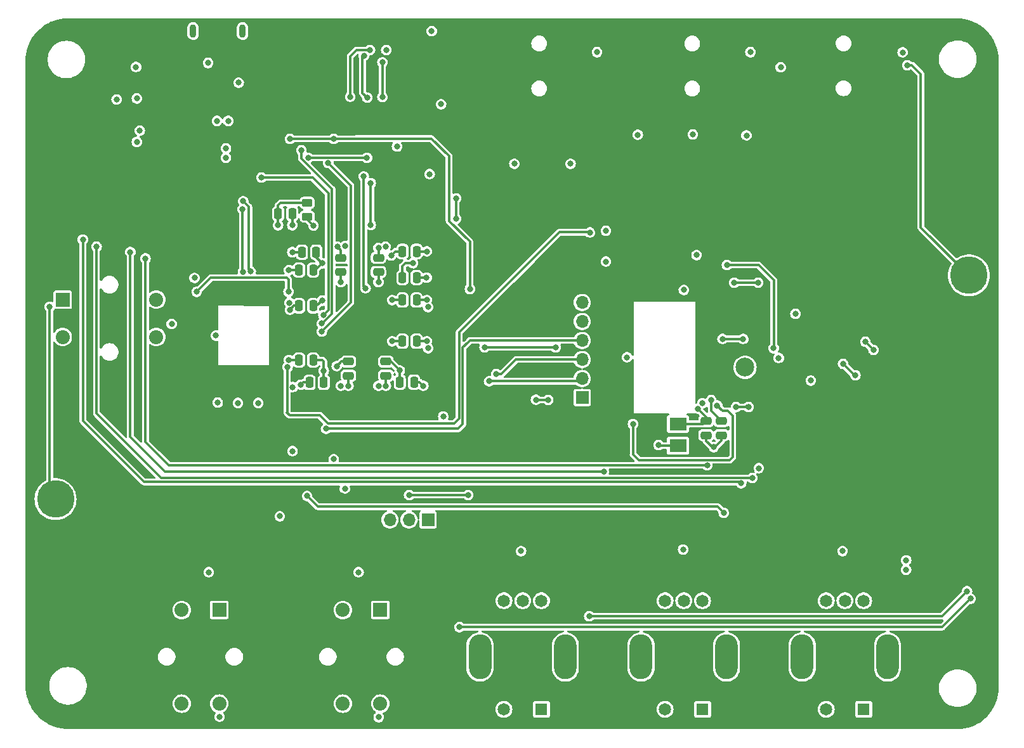
<source format=gbr>
%TF.GenerationSoftware,KiCad,Pcbnew,7.0.10*%
%TF.CreationDate,2024-03-07T22:41:58-05:00*%
%TF.ProjectId,Current,43757272-656e-4742-9e6b-696361645f70,rev?*%
%TF.SameCoordinates,Original*%
%TF.FileFunction,Copper,L4,Bot*%
%TF.FilePolarity,Positive*%
%FSLAX46Y46*%
G04 Gerber Fmt 4.6, Leading zero omitted, Abs format (unit mm)*
G04 Created by KiCad (PCBNEW 7.0.10) date 2024-03-07 22:41:58*
%MOMM*%
%LPD*%
G01*
G04 APERTURE LIST*
G04 Aperture macros list*
%AMRoundRect*
0 Rectangle with rounded corners*
0 $1 Rounding radius*
0 $2 $3 $4 $5 $6 $7 $8 $9 X,Y pos of 4 corners*
0 Add a 4 corners polygon primitive as box body*
4,1,4,$2,$3,$4,$5,$6,$7,$8,$9,$2,$3,0*
0 Add four circle primitives for the rounded corners*
1,1,$1+$1,$2,$3*
1,1,$1+$1,$4,$5*
1,1,$1+$1,$6,$7*
1,1,$1+$1,$8,$9*
0 Add four rect primitives between the rounded corners*
20,1,$1+$1,$2,$3,$4,$5,0*
20,1,$1+$1,$4,$5,$6,$7,0*
20,1,$1+$1,$6,$7,$8,$9,0*
20,1,$1+$1,$8,$9,$2,$3,0*%
G04 Aperture macros list end*
%TA.AperFunction,ComponentPad*%
%ADD10R,1.875000X1.875000*%
%TD*%
%TA.AperFunction,ComponentPad*%
%ADD11C,1.875000*%
%TD*%
%TA.AperFunction,ComponentPad*%
%ADD12R,1.650000X1.650000*%
%TD*%
%TA.AperFunction,ComponentPad*%
%ADD13C,1.650000*%
%TD*%
%TA.AperFunction,ComponentPad*%
%ADD14O,3.000000X6.000000*%
%TD*%
%TA.AperFunction,ComponentPad*%
%ADD15O,0.900000X1.800000*%
%TD*%
%TA.AperFunction,ComponentPad*%
%ADD16R,1.700000X1.700000*%
%TD*%
%TA.AperFunction,ComponentPad*%
%ADD17O,1.700000X1.700000*%
%TD*%
%TA.AperFunction,SMDPad,CuDef*%
%ADD18RoundRect,0.250000X0.475000X-0.250000X0.475000X0.250000X-0.475000X0.250000X-0.475000X-0.250000X0*%
%TD*%
%TA.AperFunction,SMDPad,CuDef*%
%ADD19RoundRect,0.250000X0.250000X0.475000X-0.250000X0.475000X-0.250000X-0.475000X0.250000X-0.475000X0*%
%TD*%
%TA.AperFunction,SMDPad,CuDef*%
%ADD20RoundRect,0.250000X-0.250000X-0.475000X0.250000X-0.475000X0.250000X0.475000X-0.250000X0.475000X0*%
%TD*%
%TA.AperFunction,SMDPad,CuDef*%
%ADD21RoundRect,0.250000X-0.475000X0.250000X-0.475000X-0.250000X0.475000X-0.250000X0.475000X0.250000X0*%
%TD*%
%TA.AperFunction,SMDPad,CuDef*%
%ADD22RoundRect,0.250000X0.450000X-0.262500X0.450000X0.262500X-0.450000X0.262500X-0.450000X-0.262500X0*%
%TD*%
%TA.AperFunction,SMDPad,CuDef*%
%ADD23R,2.320000X1.810000*%
%TD*%
%TA.AperFunction,ViaPad*%
%ADD24C,0.800000*%
%TD*%
%TA.AperFunction,ViaPad*%
%ADD25C,2.500000*%
%TD*%
%TA.AperFunction,ViaPad*%
%ADD26C,5.000000*%
%TD*%
%TA.AperFunction,Conductor*%
%ADD27C,0.300000*%
%TD*%
G04 APERTURE END LIST*
D10*
%TO.P,SW3,1,1*%
%TO.N,Net-(R20-Pad2)*%
X142700000Y-128050000D03*
D11*
%TO.P,SW3,2,2*%
%TO.N,+3.3V*%
X142700000Y-140550000D03*
%TO.P,SW3,3*%
%TO.N,N/C*%
X137700000Y-128050000D03*
%TO.P,SW3,4*%
X137700000Y-140550000D03*
%TD*%
D12*
%TO.P,SW5,1*%
%TO.N,N/C*%
X185700000Y-141300000D03*
D13*
%TO.P,SW5,2*%
X180700000Y-141300000D03*
%TO.P,SW5,A,A*%
%TO.N,Net-(R3-Pad2)*%
X185700000Y-126800000D03*
%TO.P,SW5,B,B*%
%TO.N,Net-(R4-Pad2)*%
X180700000Y-126800000D03*
%TO.P,SW5,COM,C*%
%TO.N,GND*%
X183200000Y-126800000D03*
D14*
%TO.P,SW5,S1*%
%TO.N,N/C*%
X188900000Y-134300000D03*
%TO.P,SW5,S2*%
X177500000Y-134300000D03*
%TD*%
D12*
%TO.P,SW4,1*%
%TO.N,N/C*%
X164200000Y-141302500D03*
D13*
%TO.P,SW4,2*%
X159200000Y-141302500D03*
%TO.P,SW4,A,A*%
%TO.N,Net-(R52-Pad2)*%
X164200000Y-126802500D03*
%TO.P,SW4,B,B*%
%TO.N,Net-(R53-Pad2)*%
X159200000Y-126802500D03*
%TO.P,SW4,COM,C*%
%TO.N,GND*%
X161700000Y-126802500D03*
D14*
%TO.P,SW4,S1*%
%TO.N,N/C*%
X167400000Y-134302500D03*
%TO.P,SW4,S2*%
X156000000Y-134302500D03*
%TD*%
D15*
%TO.P,J1,S5*%
%TO.N,N/C*%
X124300000Y-50720500D03*
%TO.P,J1,S6*%
X117700000Y-50720500D03*
%TD*%
D10*
%TO.P,SW2,1,1*%
%TO.N,Net-(R19-Pad2)*%
X121200000Y-128050000D03*
D11*
%TO.P,SW2,2,2*%
%TO.N,+3.3V*%
X121200000Y-140550000D03*
%TO.P,SW2,3*%
%TO.N,N/C*%
X116200000Y-128050000D03*
%TO.P,SW2,4*%
X116200000Y-140550000D03*
%TD*%
D12*
%TO.P,SW6,1*%
%TO.N,N/C*%
X207200000Y-141300000D03*
D13*
%TO.P,SW6,2*%
X202200000Y-141300000D03*
%TO.P,SW6,A,A*%
%TO.N,Net-(R5-Pad2)*%
X207200000Y-126800000D03*
%TO.P,SW6,B,B*%
%TO.N,Net-(R6-Pad2)*%
X202200000Y-126800000D03*
%TO.P,SW6,COM,C*%
%TO.N,GND*%
X204700000Y-126800000D03*
D14*
%TO.P,SW6,S1*%
%TO.N,N/C*%
X210400000Y-134300000D03*
%TO.P,SW6,S2*%
X199000000Y-134300000D03*
%TD*%
D10*
%TO.P,SW1,1,1*%
%TO.N,GND*%
X100312500Y-86590000D03*
D11*
%TO.P,SW1,2,2*%
%TO.N,/NRST*%
X112812500Y-86590000D03*
%TO.P,SW1,3*%
%TO.N,N/C*%
X100312500Y-91590000D03*
%TO.P,SW1,4*%
X112812500Y-91590000D03*
%TD*%
D16*
%TO.P,J7,1,Pin_1*%
%TO.N,/Ext1*%
X149060000Y-116000000D03*
D17*
%TO.P,J7,2,Pin_2*%
%TO.N,/Ext2*%
X146520000Y-116000000D03*
%TO.P,J7,3,Pin_3*%
%TO.N,/Ext3*%
X143980000Y-116000000D03*
%TD*%
D16*
%TO.P,J6,1,Pin_1*%
%TO.N,+3.3V*%
X169630000Y-99670000D03*
D17*
%TO.P,J6,2,Pin_2*%
%TO.N,SWCLK*%
X169630000Y-97130000D03*
%TO.P,J6,3,Pin_3*%
%TO.N,SWDIO*%
X169630000Y-94590000D03*
%TO.P,J6,4,Pin_4*%
%TO.N,RST*%
X169630000Y-92050000D03*
%TO.P,J6,5,Pin_5*%
%TO.N,SWO*%
X169630000Y-89510000D03*
%TO.P,J6,6,Pin_6*%
%TO.N,GND*%
X169630000Y-86970000D03*
%TD*%
D18*
%TO.P,C28,1*%
%TO.N,GND*%
X188220000Y-104700000D03*
%TO.P,C28,2*%
%TO.N,+3.3V*%
X188220000Y-102800000D03*
%TD*%
D19*
%TO.P,C15,1*%
%TO.N,+3.3V*%
X147200000Y-97600000D03*
%TO.P,C15,2*%
%TO.N,GND*%
X145300000Y-97600000D03*
%TD*%
D20*
%TO.P,C1,1*%
%TO.N,+3.3V*%
X131850000Y-82650000D03*
%TO.P,C1,2*%
%TO.N,GND*%
X133750000Y-82650000D03*
%TD*%
D19*
%TO.P,C18,1*%
%TO.N,+3.3V*%
X147550000Y-92150000D03*
%TO.P,C18,2*%
%TO.N,GND*%
X145650000Y-92150000D03*
%TD*%
D20*
%TO.P,C6,1*%
%TO.N,+3.3V*%
X132250000Y-80250000D03*
%TO.P,C6,2*%
%TO.N,GND*%
X134150000Y-80250000D03*
%TD*%
D18*
%TO.P,C13,1*%
%TO.N,+3.3V*%
X143450000Y-96750000D03*
%TO.P,C13,2*%
%TO.N,GND*%
X143450000Y-94850000D03*
%TD*%
D20*
%TO.P,C5,1*%
%TO.N,+3.3V*%
X131850000Y-94650000D03*
%TO.P,C5,2*%
%TO.N,GND*%
X133750000Y-94650000D03*
%TD*%
D18*
%TO.P,C29,1*%
%TO.N,GND*%
X186160000Y-104710000D03*
%TO.P,C29,2*%
%TO.N,+3.3V*%
X186160000Y-102810000D03*
%TD*%
D20*
%TO.P,C3,1*%
%TO.N,+3.3V*%
X131850000Y-87420000D03*
%TO.P,C3,2*%
%TO.N,GND*%
X133750000Y-87420000D03*
%TD*%
D19*
%TO.P,C8,1*%
%TO.N,+3.3V*%
X147550000Y-86650000D03*
%TO.P,C8,2*%
%TO.N,GND*%
X145650000Y-86650000D03*
%TD*%
D20*
%TO.P,C7,1*%
%TO.N,+3.3V*%
X133250000Y-97650000D03*
%TO.P,C7,2*%
%TO.N,GND*%
X135150000Y-97650000D03*
%TD*%
D21*
%TO.P,C4,1*%
%TO.N,+3.3V*%
X137450000Y-81000000D03*
%TO.P,C4,2*%
%TO.N,GND*%
X137450000Y-82900000D03*
%TD*%
D18*
%TO.P,C10,1*%
%TO.N,+3.3V*%
X138450000Y-96750000D03*
%TO.P,C10,2*%
%TO.N,GND*%
X138450000Y-94850000D03*
%TD*%
D22*
%TO.P,R1,1*%
%TO.N,/Boot0*%
X132950000Y-75492500D03*
%TO.P,R1,2*%
%TO.N,GND*%
X132950000Y-73667500D03*
%TD*%
D19*
%TO.P,C38,1*%
%TO.N,+3.3V*%
X130950000Y-75100000D03*
%TO.P,C38,2*%
%TO.N,GND*%
X129050000Y-75100000D03*
%TD*%
D20*
%TO.P,C36,1*%
%TO.N,GND*%
X145650000Y-83650000D03*
%TO.P,C36,2*%
%TO.N,Net-(U4-VCAP_2)*%
X147550000Y-83650000D03*
%TD*%
D23*
%TO.P,E1,1*%
%TO.N,GND*%
X182430000Y-106100000D03*
%TO.P,E1,2*%
%TO.N,+3.3V*%
X182430000Y-103200000D03*
%TD*%
D21*
%TO.P,C2,1*%
%TO.N,+3.3V*%
X142450000Y-81000000D03*
%TO.P,C2,2*%
%TO.N,GND*%
X142450000Y-82900000D03*
%TD*%
D19*
%TO.P,C22,1*%
%TO.N,+3.3V*%
X147550000Y-80150000D03*
%TO.P,C22,2*%
%TO.N,GND*%
X145650000Y-80150000D03*
%TD*%
D24*
%TO.N,+3.3V*%
X142480000Y-142360000D03*
X183200000Y-85300000D03*
X136950000Y-79525000D03*
X150810000Y-60500000D03*
X143450000Y-98100000D03*
X130500000Y-94650000D03*
X148450000Y-98100000D03*
X148900000Y-86650000D03*
X110200000Y-59720500D03*
X138450000Y-98100000D03*
X107510000Y-59860000D03*
X148900000Y-80150000D03*
X117900000Y-83690000D03*
X132095000Y-97955000D03*
X204380000Y-120180000D03*
X193200000Y-109100000D03*
X130650000Y-87950000D03*
X144930000Y-66150000D03*
X130500000Y-82650000D03*
X149554265Y-50730515D03*
X130950000Y-76650000D03*
X186850000Y-100010000D03*
X121250000Y-142300000D03*
X184896324Y-80640000D03*
X185039261Y-101150000D03*
X148900000Y-92150000D03*
X121000000Y-100340000D03*
X161480000Y-120182500D03*
X183100000Y-119980000D03*
X130950000Y-80250000D03*
X142450000Y-79700000D03*
%TO.N,/PE4(SAI1_FS_A {slash} ADCL)*%
X191835000Y-100935000D03*
X192330000Y-110410000D03*
X190170000Y-100940000D03*
X104830000Y-79530000D03*
%TO.N,/PE3(SA1_SD_B {slash} MISO)*%
X103000000Y-78570000D03*
X190870000Y-111110000D03*
%TO.N,/PE5(SAI1_SCK_A {slash} SCK)*%
X109340000Y-80235000D03*
X172510000Y-109575000D03*
%TO.N,/PE6(SA1_SD_A {slash} MOSI)*%
X186315000Y-108730000D03*
X111360000Y-81090000D03*
%TO.N,/PF0(I2C2_SDA {slash} SDA)*%
X125410000Y-82850000D03*
X124405025Y-73445025D03*
%TO.N,/PF1(I2C2_SCL {slash} SCL)*%
X124360000Y-82920000D03*
X124330000Y-74540000D03*
%TO.N,Net-(U3-BCLK)*%
X176410000Y-103210000D03*
X187660000Y-100740000D03*
%TO.N,Net-(U3-LHPOUT)*%
X207430000Y-92220000D03*
X208500000Y-93300000D03*
%TO.N,Net-(U3-MICBIAS)*%
X195191955Y-93081955D03*
X188950000Y-81970000D03*
%TO.N,Net-(U3-MICIN)*%
X193130000Y-84330000D03*
X189930000Y-84330000D03*
%TO.N,GNDA*%
X192090000Y-53537500D03*
X212400000Y-53560000D03*
X171610000Y-53537500D03*
X168090000Y-68450000D03*
D25*
X191370000Y-95630000D03*
D24*
X184400000Y-64530000D03*
X160580000Y-68450000D03*
X200150000Y-97400000D03*
X191560000Y-64660000D03*
X196130000Y-55560000D03*
D26*
X221250000Y-83350000D03*
D24*
X198100000Y-88500000D03*
X177060000Y-64570000D03*
X130324741Y-95583696D03*
X172800000Y-77400000D03*
X213010000Y-55280000D03*
X170650000Y-77620000D03*
X195871905Y-94381905D03*
%TO.N,+3.3VA*%
X204450000Y-95180000D03*
X206109975Y-96689975D03*
%TO.N,GND*%
X212865000Y-122675000D03*
X110100000Y-55520500D03*
X142450000Y-98100000D03*
X134915000Y-86725000D03*
X143490000Y-53256250D03*
X149280000Y-69830000D03*
X142450000Y-84250000D03*
X135150000Y-96100000D03*
X120900000Y-62720500D03*
X114850000Y-89850000D03*
X119720000Y-54980000D03*
X212875000Y-121405000D03*
X145300000Y-96050000D03*
X136470000Y-107910000D03*
X123800000Y-57620500D03*
X110600000Y-64020500D03*
X122100000Y-67640000D03*
X122100000Y-66390000D03*
X120750000Y-91400000D03*
X130990000Y-106830000D03*
X143383238Y-79525000D03*
X149074119Y-87583910D03*
X144300000Y-86650000D03*
X138027759Y-79419663D03*
X123700000Y-100400000D03*
X139800000Y-123000000D03*
X119800000Y-123000000D03*
X98580000Y-87540000D03*
X122400000Y-62720500D03*
X110200000Y-65520500D03*
X137970000Y-111820000D03*
X137450000Y-84250000D03*
D26*
X99360000Y-113240000D03*
D24*
X144300000Y-92150000D03*
X129060000Y-76670000D03*
X147060000Y-81710000D03*
X187200000Y-106300000D03*
X136880000Y-95470000D03*
X126400000Y-100400000D03*
X172800000Y-81500000D03*
X149075000Y-93083560D03*
X131017272Y-98275000D03*
X144150000Y-80700000D03*
X130583431Y-87002333D03*
X191130000Y-91840000D03*
X185714261Y-100410000D03*
X129280000Y-115530000D03*
X134920000Y-81740000D03*
X188360000Y-91840000D03*
X137450000Y-98100000D03*
X175630000Y-94290000D03*
X179830000Y-106010000D03*
X151100000Y-102200000D03*
%TO.N,Net-(U4-VCAP_2)*%
X148880000Y-83650000D03*
%TO.N,/Boot0*%
X133780000Y-76690000D03*
%TO.N,SWCLK*%
X157210000Y-97500000D03*
%TO.N,SWDIO*%
X158160000Y-96550000D03*
%TO.N,/D3*%
X132920000Y-112820000D03*
X188530000Y-115070000D03*
%TO.N,/D13*%
X166110000Y-92970000D03*
X156610000Y-92950000D03*
%TO.N,/D6*%
X165110000Y-99990000D03*
X163460000Y-99960000D03*
%TO.N,/D1*%
X221000000Y-125540000D03*
X170580000Y-128880000D03*
%TO.N,/D2*%
X221470000Y-126540000D03*
X153280000Y-130330000D03*
%TO.N,/D12*%
X135750000Y-68350000D03*
X134900000Y-90840000D03*
%TO.N,Net-(J5-Pin_6)*%
X142980000Y-54900000D03*
X142980000Y-59510000D03*
%TO.N,Net-(J5-Pin_11)*%
X138680000Y-59500000D03*
X141322534Y-53259315D03*
%TO.N,/D19*%
X141420000Y-71030000D03*
X141420000Y-76610000D03*
%TO.N,/D15*%
X133060000Y-67650000D03*
X140920000Y-67640000D03*
X135110000Y-88650000D03*
X126840000Y-70290000D03*
%TO.N,/D17*%
X154660000Y-85180000D03*
X130650000Y-65120000D03*
X136470000Y-65110000D03*
%TO.N,/D18*%
X140730000Y-85070000D03*
X140480000Y-70140000D03*
%TO.N,/D16*%
X132170000Y-66660000D03*
X134890000Y-89790000D03*
%TO.N,/D20*%
X152800000Y-75800000D03*
X152820000Y-73070000D03*
%TO.N,Net-(J5-Pin_10)*%
X140940000Y-59610000D03*
X140510000Y-54030000D03*
%TO.N,/NRST*%
X130450000Y-85550000D03*
X118200000Y-85550000D03*
%TO.N,RST*%
X135450000Y-103850000D03*
%TO.N,/Ext2*%
X146540000Y-112690000D03*
X154410000Y-112690000D03*
%TD*%
D27*
%TO.N,+3.3V*%
X130650000Y-87950000D02*
X131180000Y-87420000D01*
X143450000Y-96750000D02*
X143450000Y-98100000D01*
X138450000Y-96750000D02*
X138450000Y-98100000D01*
X142450000Y-79700000D02*
X142450000Y-81000000D01*
X131180000Y-87420000D02*
X131850000Y-87420000D01*
X130500000Y-94650000D02*
X131850000Y-94650000D01*
X147550000Y-92150000D02*
X148900000Y-92150000D01*
X182430000Y-103200000D02*
X185770000Y-103200000D01*
X147950000Y-97600000D02*
X148450000Y-98100000D01*
X186160000Y-102270739D02*
X186160000Y-102810000D01*
X130950000Y-75100000D02*
X130950000Y-76650000D01*
X148900000Y-80150000D02*
X147550000Y-80150000D01*
X186850000Y-100010000D02*
X186850000Y-101430000D01*
X136950000Y-79525000D02*
X137450000Y-80025000D01*
X186850000Y-101430000D02*
X188220000Y-102800000D01*
X132250000Y-80250000D02*
X130950000Y-80250000D01*
X147200000Y-97600000D02*
X147950000Y-97600000D01*
X185039261Y-101150000D02*
X186160000Y-102270739D01*
X147550000Y-86650000D02*
X148900000Y-86650000D01*
X132400000Y-97650000D02*
X133250000Y-97650000D01*
X131850000Y-82650000D02*
X130500000Y-82650000D01*
X185770000Y-103200000D02*
X186160000Y-102810000D01*
X137450000Y-80025000D02*
X137450000Y-81000000D01*
X132095000Y-97955000D02*
X132400000Y-97650000D01*
%TO.N,/PE4(SAI1_FS_A {slash} ADCL)*%
X104830000Y-101800000D02*
X104830000Y-79530000D01*
X113440000Y-110410000D02*
X104830000Y-101800000D01*
X191630000Y-100730000D02*
X191835000Y-100935000D01*
X192330000Y-110410000D02*
X113440000Y-110410000D01*
X190175000Y-100935000D02*
X191835000Y-100935000D01*
X190170000Y-100940000D02*
X190175000Y-100935000D01*
%TO.N,/PE3(SA1_SD_B {slash} MISO)*%
X190870000Y-111110000D02*
X190710000Y-110950000D01*
X190710000Y-110950000D02*
X111180000Y-110950000D01*
X111180000Y-110950000D02*
X103000000Y-102770000D01*
X103000000Y-102770000D02*
X103000000Y-78570000D01*
%TO.N,/PE5(SAI1_SCK_A {slash} SCK)*%
X113995000Y-109575000D02*
X172510000Y-109575000D01*
X109340000Y-104920000D02*
X113995000Y-109575000D01*
X109340000Y-80235000D02*
X109340000Y-104920000D01*
%TO.N,/PE6(SA1_SD_A {slash} MOSI)*%
X114480000Y-108730000D02*
X111360000Y-105610000D01*
X111360000Y-105610000D02*
X111360000Y-81090000D01*
X186315000Y-108730000D02*
X114480000Y-108730000D01*
%TO.N,/PF0(I2C2_SDA {slash} SDA)*%
X125154265Y-74194265D02*
X124405025Y-73445025D01*
X125410000Y-82850000D02*
X125154265Y-82594265D01*
X125154265Y-82594265D02*
X125154265Y-74194265D01*
%TO.N,/PF1(I2C2_SCL {slash} SCL)*%
X124330000Y-82890000D02*
X124360000Y-82920000D01*
X124330000Y-74540000D02*
X124330000Y-82890000D01*
%TO.N,Net-(U3-BCLK)*%
X189080000Y-101440000D02*
X189730000Y-102090000D01*
X188360000Y-101440000D02*
X189080000Y-101440000D01*
X189730000Y-107590000D02*
X189290000Y-108030000D01*
X187660000Y-100740000D02*
X188360000Y-101440000D01*
X189290000Y-108030000D02*
X177180000Y-108030000D01*
X177180000Y-108030000D02*
X176430000Y-107280000D01*
X189730000Y-102090000D02*
X189730000Y-107590000D01*
X176430000Y-107280000D02*
X176430000Y-103230000D01*
X176430000Y-103230000D02*
X176410000Y-103210000D01*
%TO.N,Net-(U3-LHPOUT)*%
X207430000Y-92220000D02*
X207430000Y-92230000D01*
X207430000Y-92230000D02*
X208500000Y-93300000D01*
%TO.N,Net-(U3-MICBIAS)*%
X195191955Y-93081955D02*
X195200000Y-93073910D01*
X195200000Y-84000000D02*
X193170000Y-81970000D01*
X193170000Y-81970000D02*
X188950000Y-81970000D01*
X195200000Y-93073910D02*
X195200000Y-84000000D01*
%TO.N,Net-(U3-MICIN)*%
X189930000Y-84330000D02*
X193130000Y-84330000D01*
X193130000Y-84330000D02*
X192930000Y-84330000D01*
%TO.N,GNDA*%
X130275000Y-95633437D02*
X130275000Y-101655000D01*
X152540000Y-103130000D02*
X153220000Y-102450000D01*
X130275000Y-101655000D02*
X130250000Y-101680000D01*
X130250000Y-101680000D02*
X130610000Y-102040000D01*
X134629950Y-102040000D02*
X135719950Y-103130000D01*
X130324741Y-95583696D02*
X130275000Y-95633437D01*
X153220000Y-102450000D02*
X153220000Y-90970000D01*
X214830000Y-56460000D02*
X214830000Y-76930000D01*
X170620000Y-77590000D02*
X170650000Y-77620000D01*
X135719950Y-103130000D02*
X152540000Y-103130000D01*
X214830000Y-76930000D02*
X221250000Y-83350000D01*
X166600000Y-77590000D02*
X170620000Y-77590000D01*
X213010000Y-55280000D02*
X213650000Y-55280000D01*
X153220000Y-90970000D02*
X166600000Y-77590000D01*
X130610000Y-102040000D02*
X134629950Y-102040000D01*
X213650000Y-55280000D02*
X214830000Y-56460000D01*
%TO.N,+3.3VA*%
X204450000Y-95180000D02*
X205959975Y-96689975D01*
X205959975Y-96689975D02*
X206109975Y-96689975D01*
%TO.N,GND*%
X182430000Y-106100000D02*
X179920000Y-106100000D01*
X134010000Y-82650000D02*
X133750000Y-82650000D01*
X135150000Y-94850000D02*
X135150000Y-96100000D01*
X144100000Y-94850000D02*
X145300000Y-96050000D01*
X134150000Y-80970000D02*
X134150000Y-80250000D01*
X142450000Y-82900000D02*
X142450000Y-84250000D01*
X186160000Y-104710000D02*
X186160000Y-105460000D01*
X133750000Y-94650000D02*
X134950000Y-94650000D01*
X137500000Y-94850000D02*
X136880000Y-95470000D01*
X135150000Y-97650000D02*
X135150000Y-96100000D01*
X145650000Y-92150000D02*
X144300000Y-92150000D01*
X134950000Y-94650000D02*
X135150000Y-94850000D01*
X138450000Y-94850000D02*
X137500000Y-94850000D01*
X145650000Y-82110000D02*
X146050000Y-81710000D01*
X134920000Y-81740000D02*
X134010000Y-82650000D01*
X137450000Y-82900000D02*
X137450000Y-84250000D01*
X134220000Y-87420000D02*
X133750000Y-87420000D01*
X132950000Y-73667500D02*
X129392500Y-73667500D01*
X129392500Y-73667500D02*
X129050000Y-74010000D01*
X188360000Y-91840000D02*
X191130000Y-91840000D01*
X146050000Y-81710000D02*
X147060000Y-81710000D01*
X129050000Y-75100000D02*
X129050000Y-76660000D01*
X188220000Y-105430000D02*
X188230000Y-105440000D01*
X145300000Y-97600000D02*
X145300000Y-96050000D01*
X145650000Y-80150000D02*
X144700000Y-80150000D01*
X179920000Y-106100000D02*
X179830000Y-106010000D01*
X129050000Y-76660000D02*
X129060000Y-76670000D01*
X144700000Y-80150000D02*
X144150000Y-80700000D01*
X187000000Y-106300000D02*
X187200000Y-106300000D01*
X145650000Y-83650000D02*
X145650000Y-82110000D01*
X188230000Y-105440000D02*
X187370000Y-106300000D01*
X186160000Y-105460000D02*
X187000000Y-106300000D01*
X98580000Y-87540000D02*
X98580000Y-112460000D01*
X143450000Y-94850000D02*
X144100000Y-94850000D01*
X134920000Y-81740000D02*
X134150000Y-80970000D01*
X188220000Y-104700000D02*
X188220000Y-105430000D01*
X98580000Y-112460000D02*
X99360000Y-113240000D01*
X145650000Y-86650000D02*
X144300000Y-86650000D01*
X134915000Y-86725000D02*
X134220000Y-87420000D01*
X129050000Y-74010000D02*
X129050000Y-75100000D01*
X187370000Y-106300000D02*
X187200000Y-106300000D01*
%TO.N,Net-(U4-VCAP_2)*%
X148880000Y-83650000D02*
X147550000Y-83650000D01*
%TO.N,/Boot0*%
X132950000Y-75492500D02*
X132950000Y-75860000D01*
X132950000Y-75860000D02*
X133780000Y-76690000D01*
%TO.N,SWCLK*%
X157210000Y-97500000D02*
X169260000Y-97500000D01*
X169260000Y-97500000D02*
X169630000Y-97130000D01*
%TO.N,SWDIO*%
X158850000Y-96550000D02*
X160810000Y-94590000D01*
X158160000Y-96550000D02*
X158850000Y-96550000D01*
X160810000Y-94590000D02*
X169630000Y-94590000D01*
%TO.N,/D3*%
X187700000Y-114240000D02*
X134340000Y-114240000D01*
X188530000Y-115070000D02*
X187700000Y-114240000D01*
X134340000Y-114240000D02*
X132920000Y-112820000D01*
%TO.N,/D13*%
X156610000Y-92950000D02*
X156630000Y-92970000D01*
X156630000Y-92970000D02*
X166110000Y-92970000D01*
X166030000Y-93050000D02*
X166110000Y-92970000D01*
%TO.N,/D6*%
X165110000Y-99990000D02*
X163490000Y-99990000D01*
X163490000Y-99990000D02*
X163460000Y-99960000D01*
%TO.N,/D1*%
X170580000Y-128880000D02*
X217660000Y-128880000D01*
X217660000Y-128880000D02*
X221000000Y-125540000D01*
%TO.N,/D2*%
X217680000Y-130330000D02*
X221470000Y-126540000D01*
X153280000Y-130330000D02*
X217680000Y-130330000D01*
%TO.N,/D12*%
X134910000Y-90840000D02*
X138761337Y-86988663D01*
X134900000Y-90840000D02*
X134910000Y-90840000D01*
X138761337Y-71361337D02*
X135750000Y-68350000D01*
X138761337Y-86988663D02*
X138761337Y-71361337D01*
%TO.N,Net-(J5-Pin_6)*%
X142980000Y-54900000D02*
X142980000Y-59510000D01*
%TO.N,Net-(J5-Pin_11)*%
X138680000Y-54070000D02*
X138680000Y-59500000D01*
X139490685Y-53259315D02*
X138680000Y-54070000D01*
X141322534Y-53259315D02*
X139490685Y-53259315D01*
%TO.N,/D19*%
X141420000Y-76610000D02*
X141420000Y-71030000D01*
%TO.N,/D15*%
X140910000Y-67650000D02*
X140920000Y-67640000D01*
X134200000Y-70830000D02*
X135510000Y-72140000D01*
X135510000Y-72140000D02*
X135775000Y-72405000D01*
X135775000Y-72405000D02*
X135775000Y-87985000D01*
X126840000Y-70290000D02*
X133660000Y-70290000D01*
X133660000Y-70290000D02*
X134200000Y-70830000D01*
X133060000Y-67650000D02*
X140910000Y-67650000D01*
X135775000Y-87985000D02*
X135110000Y-88650000D01*
%TO.N,/D17*%
X154660000Y-78870000D02*
X151870000Y-76080000D01*
X149520000Y-65090000D02*
X139399950Y-65090000D01*
X139379950Y-65110000D02*
X136470000Y-65110000D01*
X136460000Y-65120000D02*
X136470000Y-65110000D01*
X151870000Y-76080000D02*
X151870000Y-67440000D01*
X151870000Y-67440000D02*
X149520000Y-65090000D01*
X130650000Y-65120000D02*
X136460000Y-65120000D01*
X154660000Y-85180000D02*
X154660000Y-78870000D01*
X139399950Y-65090000D02*
X139379950Y-65110000D01*
%TO.N,/D18*%
X140480000Y-84820000D02*
X140480000Y-70140000D01*
X140730000Y-85070000D02*
X140480000Y-84820000D01*
%TO.N,/D16*%
X136250000Y-88499950D02*
X136250000Y-71829950D01*
X134890000Y-89790000D02*
X134959950Y-89790000D01*
X136250000Y-71829950D02*
X132170000Y-67749950D01*
X134959950Y-89790000D02*
X136250000Y-88499950D01*
X132170000Y-67749950D02*
X132170000Y-66660000D01*
%TO.N,/D20*%
X152800000Y-73090000D02*
X152820000Y-73070000D01*
X152800000Y-75800000D02*
X152800000Y-73090000D01*
%TO.N,Net-(J5-Pin_10)*%
X140320000Y-54220000D02*
X140510000Y-54030000D01*
X140320000Y-58990000D02*
X140320000Y-54220000D01*
X140940000Y-59610000D02*
X140320000Y-58990000D01*
%TO.N,/NRST*%
X130450000Y-85550000D02*
X130450000Y-83910000D01*
X120090000Y-83660000D02*
X118200000Y-85550000D01*
X130450000Y-83910000D02*
X130200000Y-83660000D01*
X130200000Y-83660000D02*
X120090000Y-83660000D01*
%TO.N,RST*%
X154420000Y-92280000D02*
X153700000Y-93000000D01*
X153700000Y-93000000D02*
X153700000Y-103230000D01*
X169630000Y-92050000D02*
X154650000Y-92050000D01*
X153700000Y-103230000D02*
X153080000Y-103850000D01*
X153080000Y-103850000D02*
X135450000Y-103850000D01*
X154650000Y-92050000D02*
X154420000Y-92280000D01*
%TO.N,/Ext2*%
X154410000Y-112690000D02*
X146540000Y-112690000D01*
%TD*%
%TA.AperFunction,NonConductor*%
G36*
X219752562Y-49050605D02*
G01*
X220194907Y-49068901D01*
X220205080Y-49069744D01*
X220641884Y-49124191D01*
X220651964Y-49125873D01*
X221082768Y-49216203D01*
X221092676Y-49218712D01*
X221514551Y-49344310D01*
X221524219Y-49347629D01*
X221800569Y-49455462D01*
X221934264Y-49507630D01*
X221943649Y-49511747D01*
X222339056Y-49705050D01*
X222348069Y-49709927D01*
X222726190Y-49935237D01*
X222734765Y-49940839D01*
X223092988Y-50196606D01*
X223101064Y-50202892D01*
X223336838Y-50402583D01*
X223436932Y-50487358D01*
X223444472Y-50494299D01*
X223755700Y-50805527D01*
X223762641Y-50813067D01*
X223976206Y-51065223D01*
X224047102Y-51148929D01*
X224053395Y-51157014D01*
X224285658Y-51482317D01*
X224309156Y-51515228D01*
X224314762Y-51523809D01*
X224540072Y-51901930D01*
X224544949Y-51910943D01*
X224738252Y-52306350D01*
X224742369Y-52315735D01*
X224902365Y-52725768D01*
X224905693Y-52735461D01*
X225031283Y-53157310D01*
X225033799Y-53167245D01*
X225124123Y-53598021D01*
X225125810Y-53608130D01*
X225180253Y-54044898D01*
X225181099Y-54055112D01*
X225199394Y-54497437D01*
X225199500Y-54502561D01*
X225199500Y-138497438D01*
X225199394Y-138502562D01*
X225181099Y-138944887D01*
X225180253Y-138955101D01*
X225125810Y-139391869D01*
X225124123Y-139401978D01*
X225033799Y-139832754D01*
X225031283Y-139842689D01*
X224905693Y-140264538D01*
X224902365Y-140274231D01*
X224742369Y-140684264D01*
X224738252Y-140693649D01*
X224544949Y-141089056D01*
X224540072Y-141098069D01*
X224314762Y-141476190D01*
X224309156Y-141484771D01*
X224053397Y-141842983D01*
X224047102Y-141851070D01*
X223762641Y-142186932D01*
X223755700Y-142194472D01*
X223444472Y-142505700D01*
X223436932Y-142512641D01*
X223101070Y-142797102D01*
X223092983Y-142803397D01*
X222734771Y-143059156D01*
X222726190Y-143064762D01*
X222348069Y-143290072D01*
X222339056Y-143294949D01*
X221943649Y-143488252D01*
X221934264Y-143492369D01*
X221524231Y-143652365D01*
X221514538Y-143655693D01*
X221092689Y-143781283D01*
X221082754Y-143783799D01*
X220651978Y-143874123D01*
X220641869Y-143875810D01*
X220205101Y-143930253D01*
X220194887Y-143931099D01*
X219752563Y-143949394D01*
X219747439Y-143949500D01*
X101141075Y-143949500D01*
X101141071Y-143949499D01*
X101116408Y-143949499D01*
X101102425Y-143949499D01*
X101097557Y-143949403D01*
X100653767Y-143931966D01*
X100644060Y-143931202D01*
X100205418Y-143879285D01*
X100195802Y-143877762D01*
X99762585Y-143791590D01*
X99753117Y-143789317D01*
X99328004Y-143669422D01*
X99318744Y-143666414D01*
X98904331Y-143513529D01*
X98895336Y-143509803D01*
X98494207Y-143324881D01*
X98485532Y-143320460D01*
X98100141Y-143104630D01*
X98091839Y-143099543D01*
X97724579Y-142854148D01*
X97716702Y-142848425D01*
X97437005Y-142627930D01*
X97369819Y-142574964D01*
X97362419Y-142568644D01*
X97298250Y-142509327D01*
X97038060Y-142268810D01*
X97031189Y-142261939D01*
X96731350Y-141937574D01*
X96725032Y-141930177D01*
X96659580Y-141847152D01*
X96451571Y-141583294D01*
X96445851Y-141575420D01*
X96200456Y-141208160D01*
X96195369Y-141199858D01*
X95979539Y-140814467D01*
X95975124Y-140805804D01*
X95790357Y-140405012D01*
X95790196Y-140404663D01*
X95786470Y-140395668D01*
X95763795Y-140334206D01*
X95633584Y-139981254D01*
X95630577Y-139971995D01*
X95575709Y-139777449D01*
X95510681Y-139546878D01*
X95508409Y-139537414D01*
X95505523Y-139522903D01*
X95422236Y-139104192D01*
X95420714Y-139094581D01*
X95405907Y-138969476D01*
X95368795Y-138655920D01*
X95368034Y-138646250D01*
X95355913Y-138337748D01*
X98519081Y-138337748D01*
X98558513Y-138649882D01*
X98558515Y-138649895D01*
X98636761Y-138954644D01*
X98636762Y-138954647D01*
X98752582Y-139247176D01*
X98752583Y-139247177D01*
X98752585Y-139247182D01*
X98752587Y-139247185D01*
X98904165Y-139522903D01*
X98904167Y-139522907D01*
X98904172Y-139522914D01*
X99089096Y-139777440D01*
X99089103Y-139777449D01*
X99231078Y-139928636D01*
X99304488Y-140006810D01*
X99304490Y-140006812D01*
X99546915Y-140207364D01*
X99546919Y-140207367D01*
X99674256Y-140288177D01*
X99812574Y-140375956D01*
X99933023Y-140432635D01*
X100097259Y-140509919D01*
X100097263Y-140509920D01*
X100097266Y-140509922D01*
X100396502Y-140607150D01*
X100705566Y-140666107D01*
X100705571Y-140666107D01*
X100705576Y-140666108D01*
X100940987Y-140680919D01*
X100940998Y-140680919D01*
X101098175Y-140680919D01*
X101333585Y-140666108D01*
X101333588Y-140666107D01*
X101333596Y-140666107D01*
X101642660Y-140607150D01*
X101818549Y-140550000D01*
X114957271Y-140550000D01*
X114976150Y-140765793D01*
X114976152Y-140765802D01*
X115032214Y-140975030D01*
X115032219Y-140975044D01*
X115123763Y-141171361D01*
X115123767Y-141171369D01*
X115248010Y-141348806D01*
X115248015Y-141348812D01*
X115401187Y-141501984D01*
X115401193Y-141501989D01*
X115578630Y-141626232D01*
X115578632Y-141626233D01*
X115578635Y-141626235D01*
X115696750Y-141681312D01*
X115774955Y-141717780D01*
X115774957Y-141717780D01*
X115774962Y-141717783D01*
X115774967Y-141717784D01*
X115774969Y-141717785D01*
X115805262Y-141725902D01*
X115984202Y-141773849D01*
X116156840Y-141788953D01*
X116199999Y-141792729D01*
X116200000Y-141792729D01*
X116200001Y-141792729D01*
X116235966Y-141789582D01*
X116415798Y-141773849D01*
X116625038Y-141717783D01*
X116821365Y-141626235D01*
X116998811Y-141501986D01*
X117151986Y-141348811D01*
X117276235Y-141171365D01*
X117367783Y-140975038D01*
X117423849Y-140765798D01*
X117442729Y-140550000D01*
X119957271Y-140550000D01*
X119976150Y-140765793D01*
X119976152Y-140765802D01*
X120032214Y-140975030D01*
X120032219Y-140975044D01*
X120123763Y-141171361D01*
X120123767Y-141171369D01*
X120248010Y-141348806D01*
X120248015Y-141348812D01*
X120401187Y-141501984D01*
X120401193Y-141501989D01*
X120412907Y-141510191D01*
X120578635Y-141626235D01*
X120661414Y-141664835D01*
X120713852Y-141711005D01*
X120733004Y-141778199D01*
X120712789Y-141845080D01*
X120711058Y-141847656D01*
X120625183Y-141972068D01*
X120625182Y-141972068D01*
X120564860Y-142131125D01*
X120564859Y-142131130D01*
X120544355Y-142300000D01*
X120564859Y-142468869D01*
X120564860Y-142468874D01*
X120625182Y-142627931D01*
X120666597Y-142687930D01*
X120721817Y-142767929D01*
X120827505Y-142861560D01*
X120849150Y-142880736D01*
X120963467Y-142940734D01*
X120999775Y-142959790D01*
X121164944Y-143000500D01*
X121335056Y-143000500D01*
X121500225Y-142959790D01*
X121579692Y-142918081D01*
X121650849Y-142880736D01*
X121650850Y-142880734D01*
X121650852Y-142880734D01*
X121778183Y-142767929D01*
X121874818Y-142627930D01*
X121935140Y-142468872D01*
X121955645Y-142300000D01*
X121935140Y-142131128D01*
X121874818Y-141972070D01*
X121778183Y-141832071D01*
X121778181Y-141832068D01*
X121773209Y-141826456D01*
X121775324Y-141824582D01*
X121745192Y-141776551D01*
X121745956Y-141706686D01*
X121784370Y-141648324D01*
X121812137Y-141630537D01*
X121821365Y-141626235D01*
X121998811Y-141501986D01*
X122151986Y-141348811D01*
X122276235Y-141171365D01*
X122367783Y-140975038D01*
X122423849Y-140765798D01*
X122442729Y-140550000D01*
X136457271Y-140550000D01*
X136476150Y-140765793D01*
X136476152Y-140765802D01*
X136532214Y-140975030D01*
X136532219Y-140975044D01*
X136623763Y-141171361D01*
X136623767Y-141171369D01*
X136748010Y-141348806D01*
X136748015Y-141348812D01*
X136901187Y-141501984D01*
X136901193Y-141501989D01*
X137078630Y-141626232D01*
X137078632Y-141626233D01*
X137078635Y-141626235D01*
X137196750Y-141681312D01*
X137274955Y-141717780D01*
X137274957Y-141717780D01*
X137274962Y-141717783D01*
X137274967Y-141717784D01*
X137274969Y-141717785D01*
X137305262Y-141725902D01*
X137484202Y-141773849D01*
X137656840Y-141788953D01*
X137699999Y-141792729D01*
X137700000Y-141792729D01*
X137700001Y-141792729D01*
X137735966Y-141789582D01*
X137915798Y-141773849D01*
X138125038Y-141717783D01*
X138321365Y-141626235D01*
X138498811Y-141501986D01*
X138651986Y-141348811D01*
X138776235Y-141171365D01*
X138867783Y-140975038D01*
X138923849Y-140765798D01*
X138942729Y-140550000D01*
X141457271Y-140550000D01*
X141476150Y-140765793D01*
X141476152Y-140765802D01*
X141532214Y-140975030D01*
X141532219Y-140975044D01*
X141623763Y-141171361D01*
X141623767Y-141171369D01*
X141748010Y-141348806D01*
X141748015Y-141348812D01*
X141901187Y-141501984D01*
X141901193Y-141501989D01*
X142046643Y-141603834D01*
X142090268Y-141658411D01*
X142097462Y-141727909D01*
X142065939Y-141790264D01*
X142057748Y-141798224D01*
X141951816Y-141892071D01*
X141855182Y-142032068D01*
X141794860Y-142191125D01*
X141794859Y-142191130D01*
X141774355Y-142360000D01*
X141794859Y-142528869D01*
X141794860Y-142528874D01*
X141855182Y-142687931D01*
X141910400Y-142767927D01*
X141951817Y-142827929D01*
X142057505Y-142921560D01*
X142079150Y-142940736D01*
X142193021Y-143000500D01*
X142229775Y-143019790D01*
X142394944Y-143060500D01*
X142565056Y-143060500D01*
X142730225Y-143019790D01*
X142809692Y-142978081D01*
X142880849Y-142940736D01*
X142880850Y-142940734D01*
X142880852Y-142940734D01*
X143008183Y-142827929D01*
X143104818Y-142687930D01*
X143165140Y-142528872D01*
X143185645Y-142360000D01*
X143165140Y-142191128D01*
X143104818Y-142032070D01*
X143104817Y-142032068D01*
X143104816Y-142032066D01*
X143058719Y-141965285D01*
X143024780Y-141916116D01*
X143002897Y-141849764D01*
X143020362Y-141782112D01*
X143071629Y-141734642D01*
X143094738Y-141725902D01*
X143125028Y-141717786D01*
X143125030Y-141717784D01*
X143125038Y-141717783D01*
X143321365Y-141626235D01*
X143498811Y-141501986D01*
X143651986Y-141348811D01*
X143684413Y-141302500D01*
X158069678Y-141302500D01*
X158088923Y-141510191D01*
X158088923Y-141510193D01*
X158088924Y-141510196D01*
X158144830Y-141706686D01*
X158146007Y-141710822D01*
X158202653Y-141824582D01*
X158238981Y-141897538D01*
X158364682Y-142063993D01*
X158518829Y-142204516D01*
X158696172Y-142314323D01*
X158890673Y-142389673D01*
X159095707Y-142428000D01*
X159095710Y-142428000D01*
X159304290Y-142428000D01*
X159304293Y-142428000D01*
X159509327Y-142389673D01*
X159703828Y-142314323D01*
X159881171Y-142204516D01*
X159916449Y-142172356D01*
X163074500Y-142172356D01*
X163074502Y-142172382D01*
X163077413Y-142197487D01*
X163077415Y-142197491D01*
X163122793Y-142300264D01*
X163122794Y-142300265D01*
X163202235Y-142379706D01*
X163305009Y-142425085D01*
X163330135Y-142428000D01*
X165069864Y-142427999D01*
X165069879Y-142427997D01*
X165069882Y-142427997D01*
X165094987Y-142425086D01*
X165094988Y-142425085D01*
X165094991Y-142425085D01*
X165197765Y-142379706D01*
X165277206Y-142300265D01*
X165322585Y-142197491D01*
X165325500Y-142172365D01*
X165325499Y-141300000D01*
X179569678Y-141300000D01*
X179588923Y-141507691D01*
X179588923Y-141507693D01*
X179588924Y-141507696D01*
X179646006Y-141708319D01*
X179646007Y-141708322D01*
X179737504Y-141892071D01*
X179738981Y-141895038D01*
X179864682Y-142061493D01*
X180018829Y-142202016D01*
X180196172Y-142311823D01*
X180390673Y-142387173D01*
X180595707Y-142425500D01*
X180595710Y-142425500D01*
X180804290Y-142425500D01*
X180804293Y-142425500D01*
X181009327Y-142387173D01*
X181203828Y-142311823D01*
X181381171Y-142202016D01*
X181416449Y-142169856D01*
X184574500Y-142169856D01*
X184574502Y-142169882D01*
X184577413Y-142194987D01*
X184577415Y-142194991D01*
X184622793Y-142297764D01*
X184622794Y-142297765D01*
X184702235Y-142377206D01*
X184805009Y-142422585D01*
X184830135Y-142425500D01*
X186569864Y-142425499D01*
X186569879Y-142425497D01*
X186569882Y-142425497D01*
X186594987Y-142422586D01*
X186594988Y-142422585D01*
X186594991Y-142422585D01*
X186697765Y-142377206D01*
X186777206Y-142297765D01*
X186822585Y-142194991D01*
X186825500Y-142169865D01*
X186825499Y-141300000D01*
X201069678Y-141300000D01*
X201088923Y-141507691D01*
X201088923Y-141507693D01*
X201088924Y-141507696D01*
X201146006Y-141708319D01*
X201146007Y-141708322D01*
X201237504Y-141892071D01*
X201238981Y-141895038D01*
X201364682Y-142061493D01*
X201518829Y-142202016D01*
X201696172Y-142311823D01*
X201890673Y-142387173D01*
X202095707Y-142425500D01*
X202095710Y-142425500D01*
X202304290Y-142425500D01*
X202304293Y-142425500D01*
X202509327Y-142387173D01*
X202703828Y-142311823D01*
X202881171Y-142202016D01*
X202916449Y-142169856D01*
X206074500Y-142169856D01*
X206074502Y-142169882D01*
X206077413Y-142194987D01*
X206077415Y-142194991D01*
X206122793Y-142297764D01*
X206122794Y-142297765D01*
X206202235Y-142377206D01*
X206305009Y-142422585D01*
X206330135Y-142425500D01*
X208069864Y-142425499D01*
X208069879Y-142425497D01*
X208069882Y-142425497D01*
X208094987Y-142422586D01*
X208094988Y-142422585D01*
X208094991Y-142422585D01*
X208197765Y-142377206D01*
X208277206Y-142297765D01*
X208322585Y-142194991D01*
X208325500Y-142169865D01*
X208325499Y-140430136D01*
X208324626Y-140422605D01*
X208322586Y-140405012D01*
X208322585Y-140405010D01*
X208322585Y-140405009D01*
X208277206Y-140302235D01*
X208197765Y-140222794D01*
X208162824Y-140207366D01*
X208094992Y-140177415D01*
X208069865Y-140174500D01*
X206330143Y-140174500D01*
X206330117Y-140174502D01*
X206305012Y-140177413D01*
X206305008Y-140177415D01*
X206202235Y-140222793D01*
X206122794Y-140302234D01*
X206077415Y-140405006D01*
X206077415Y-140405008D01*
X206074500Y-140430131D01*
X206074500Y-142169856D01*
X202916449Y-142169856D01*
X203035318Y-142061493D01*
X203161019Y-141895038D01*
X203253994Y-141708319D01*
X203311076Y-141507696D01*
X203330322Y-141300000D01*
X203311076Y-141092304D01*
X203253994Y-140891681D01*
X203161019Y-140704962D01*
X203035318Y-140538507D01*
X203022638Y-140526948D01*
X202888874Y-140405006D01*
X202881171Y-140397984D01*
X202703828Y-140288177D01*
X202703827Y-140288176D01*
X202535052Y-140222793D01*
X202509327Y-140212827D01*
X202304293Y-140174500D01*
X202095707Y-140174500D01*
X201890673Y-140212827D01*
X201890670Y-140212827D01*
X201890670Y-140212828D01*
X201696172Y-140288176D01*
X201696171Y-140288177D01*
X201518827Y-140397985D01*
X201364683Y-140538505D01*
X201238981Y-140704961D01*
X201146007Y-140891677D01*
X201088923Y-141092308D01*
X201069678Y-141299999D01*
X201069678Y-141300000D01*
X186825499Y-141300000D01*
X186825499Y-140430136D01*
X186824626Y-140422605D01*
X186822586Y-140405012D01*
X186822585Y-140405010D01*
X186822585Y-140405009D01*
X186777206Y-140302235D01*
X186697765Y-140222794D01*
X186662824Y-140207366D01*
X186594992Y-140177415D01*
X186569865Y-140174500D01*
X184830143Y-140174500D01*
X184830117Y-140174502D01*
X184805012Y-140177413D01*
X184805008Y-140177415D01*
X184702235Y-140222793D01*
X184622794Y-140302234D01*
X184577415Y-140405006D01*
X184577415Y-140405008D01*
X184574500Y-140430131D01*
X184574500Y-142169856D01*
X181416449Y-142169856D01*
X181535318Y-142061493D01*
X181661019Y-141895038D01*
X181753994Y-141708319D01*
X181811076Y-141507696D01*
X181830322Y-141300000D01*
X181811076Y-141092304D01*
X181753994Y-140891681D01*
X181661019Y-140704962D01*
X181535318Y-140538507D01*
X181522638Y-140526948D01*
X181388874Y-140405006D01*
X181381171Y-140397984D01*
X181203828Y-140288177D01*
X181203827Y-140288176D01*
X181035052Y-140222793D01*
X181009327Y-140212827D01*
X180804293Y-140174500D01*
X180595707Y-140174500D01*
X180390673Y-140212827D01*
X180390670Y-140212827D01*
X180390670Y-140212828D01*
X180196172Y-140288176D01*
X180196171Y-140288177D01*
X180018827Y-140397985D01*
X179864683Y-140538505D01*
X179738981Y-140704961D01*
X179646007Y-140891677D01*
X179588923Y-141092308D01*
X179569678Y-141299999D01*
X179569678Y-141300000D01*
X165325499Y-141300000D01*
X165325499Y-140432636D01*
X165325209Y-140430135D01*
X165322586Y-140407512D01*
X165322585Y-140407510D01*
X165322585Y-140407509D01*
X165277206Y-140304735D01*
X165197765Y-140225294D01*
X165157162Y-140207366D01*
X165094992Y-140179915D01*
X165069865Y-140177000D01*
X163330143Y-140177000D01*
X163330117Y-140177002D01*
X163305012Y-140179913D01*
X163305008Y-140179915D01*
X163202235Y-140225293D01*
X163122794Y-140304734D01*
X163077415Y-140407506D01*
X163077415Y-140407508D01*
X163074500Y-140432631D01*
X163074500Y-142172356D01*
X159916449Y-142172356D01*
X160035318Y-142063993D01*
X160161019Y-141897538D01*
X160253994Y-141710819D01*
X160311076Y-141510196D01*
X160330322Y-141302500D01*
X160311076Y-141094804D01*
X160253994Y-140894181D01*
X160161019Y-140707462D01*
X160035318Y-140541007D01*
X160032573Y-140538505D01*
X159916419Y-140432617D01*
X159881171Y-140400484D01*
X159703828Y-140290677D01*
X159703827Y-140290676D01*
X159535052Y-140225293D01*
X159509327Y-140215327D01*
X159304293Y-140177000D01*
X159095707Y-140177000D01*
X158890673Y-140215327D01*
X158890670Y-140215327D01*
X158890670Y-140215328D01*
X158696172Y-140290676D01*
X158696171Y-140290677D01*
X158518827Y-140400485D01*
X158364683Y-140541005D01*
X158238981Y-140707461D01*
X158146007Y-140894177D01*
X158146006Y-140894181D01*
X158090560Y-141089056D01*
X158088923Y-141094808D01*
X158069678Y-141302499D01*
X158069678Y-141302500D01*
X143684413Y-141302500D01*
X143776235Y-141171365D01*
X143867783Y-140975038D01*
X143923849Y-140765798D01*
X143942729Y-140550000D01*
X143941723Y-140538507D01*
X143938953Y-140506840D01*
X143923849Y-140334202D01*
X143867783Y-140124962D01*
X143776235Y-139928636D01*
X143709098Y-139832754D01*
X143651987Y-139751190D01*
X143651983Y-139751186D01*
X143498811Y-139598014D01*
X143498807Y-139598011D01*
X143498806Y-139598010D01*
X143321369Y-139473767D01*
X143321361Y-139473763D01*
X143125044Y-139382219D01*
X143125030Y-139382214D01*
X142915802Y-139326152D01*
X142915793Y-139326150D01*
X142700001Y-139307271D01*
X142699999Y-139307271D01*
X142484206Y-139326150D01*
X142484197Y-139326152D01*
X142274969Y-139382214D01*
X142274960Y-139382218D01*
X142078637Y-139473764D01*
X142078635Y-139473765D01*
X141901186Y-139598015D01*
X141748015Y-139751186D01*
X141623765Y-139928635D01*
X141623764Y-139928637D01*
X141532218Y-140124960D01*
X141532214Y-140124969D01*
X141476152Y-140334197D01*
X141476150Y-140334206D01*
X141457271Y-140549999D01*
X141457271Y-140550000D01*
X138942729Y-140550000D01*
X138941723Y-140538507D01*
X138938953Y-140506840D01*
X138923849Y-140334202D01*
X138867783Y-140124962D01*
X138776235Y-139928636D01*
X138709098Y-139832754D01*
X138651987Y-139751190D01*
X138651983Y-139751186D01*
X138498811Y-139598014D01*
X138498807Y-139598011D01*
X138498806Y-139598010D01*
X138321369Y-139473767D01*
X138321361Y-139473763D01*
X138125044Y-139382219D01*
X138125030Y-139382214D01*
X137915802Y-139326152D01*
X137915793Y-139326150D01*
X137700001Y-139307271D01*
X137699999Y-139307271D01*
X137484206Y-139326150D01*
X137484197Y-139326152D01*
X137274969Y-139382214D01*
X137274960Y-139382218D01*
X137078637Y-139473764D01*
X137078635Y-139473765D01*
X136901186Y-139598015D01*
X136748015Y-139751186D01*
X136623765Y-139928635D01*
X136623764Y-139928637D01*
X136532218Y-140124960D01*
X136532214Y-140124969D01*
X136476152Y-140334197D01*
X136476150Y-140334206D01*
X136457271Y-140549999D01*
X136457271Y-140550000D01*
X122442729Y-140550000D01*
X122441723Y-140538507D01*
X122438953Y-140506840D01*
X122423849Y-140334202D01*
X122367783Y-140124962D01*
X122276235Y-139928636D01*
X122209098Y-139832754D01*
X122151987Y-139751190D01*
X122151983Y-139751186D01*
X121998811Y-139598014D01*
X121998807Y-139598011D01*
X121998806Y-139598010D01*
X121821369Y-139473767D01*
X121821361Y-139473763D01*
X121625044Y-139382219D01*
X121625030Y-139382214D01*
X121415802Y-139326152D01*
X121415793Y-139326150D01*
X121200001Y-139307271D01*
X121199999Y-139307271D01*
X120984206Y-139326150D01*
X120984197Y-139326152D01*
X120774969Y-139382214D01*
X120774960Y-139382218D01*
X120578637Y-139473764D01*
X120578635Y-139473765D01*
X120401186Y-139598015D01*
X120248015Y-139751186D01*
X120123765Y-139928635D01*
X120123764Y-139928637D01*
X120032218Y-140124960D01*
X120032214Y-140124969D01*
X119976152Y-140334197D01*
X119976150Y-140334206D01*
X119957271Y-140549999D01*
X119957271Y-140550000D01*
X117442729Y-140550000D01*
X117441723Y-140538507D01*
X117438953Y-140506840D01*
X117423849Y-140334202D01*
X117367783Y-140124962D01*
X117276235Y-139928636D01*
X117209098Y-139832754D01*
X117151987Y-139751190D01*
X117151983Y-139751186D01*
X116998811Y-139598014D01*
X116998807Y-139598011D01*
X116998806Y-139598010D01*
X116821369Y-139473767D01*
X116821361Y-139473763D01*
X116625044Y-139382219D01*
X116625030Y-139382214D01*
X116415802Y-139326152D01*
X116415793Y-139326150D01*
X116200001Y-139307271D01*
X116199999Y-139307271D01*
X115984206Y-139326150D01*
X115984197Y-139326152D01*
X115774969Y-139382214D01*
X115774960Y-139382218D01*
X115578637Y-139473764D01*
X115578635Y-139473765D01*
X115401186Y-139598015D01*
X115248015Y-139751186D01*
X115123765Y-139928635D01*
X115123764Y-139928637D01*
X115032218Y-140124960D01*
X115032214Y-140124969D01*
X114976152Y-140334197D01*
X114976150Y-140334206D01*
X114957271Y-140549999D01*
X114957271Y-140550000D01*
X101818549Y-140550000D01*
X101941896Y-140509922D01*
X102226588Y-140375956D01*
X102492244Y-140207366D01*
X102734675Y-140006809D01*
X102950059Y-139777449D01*
X103134997Y-139522903D01*
X103286575Y-139247185D01*
X103345080Y-139099420D01*
X103402399Y-138954647D01*
X103402400Y-138954644D01*
X103463139Y-138718080D01*
X103478737Y-138657329D01*
X217249500Y-138657329D01*
X217288932Y-138969463D01*
X217288934Y-138969476D01*
X217367180Y-139274225D01*
X217367181Y-139274228D01*
X217483001Y-139566757D01*
X217483002Y-139566758D01*
X217483004Y-139566763D01*
X217483006Y-139566766D01*
X217634584Y-139842484D01*
X217634586Y-139842488D01*
X217634591Y-139842495D01*
X217819515Y-140097021D01*
X217819523Y-140097031D01*
X218034907Y-140326391D01*
X218034909Y-140326393D01*
X218277334Y-140526945D01*
X218277338Y-140526948D01*
X218403714Y-140607148D01*
X218542993Y-140695537D01*
X218692305Y-140765798D01*
X218827678Y-140829500D01*
X218827682Y-140829501D01*
X218827685Y-140829503D01*
X219126921Y-140926731D01*
X219435985Y-140985688D01*
X219435990Y-140985688D01*
X219435995Y-140985689D01*
X219671406Y-141000500D01*
X219671417Y-141000500D01*
X219828594Y-141000500D01*
X220064004Y-140985689D01*
X220064007Y-140985688D01*
X220064015Y-140985688D01*
X220373079Y-140926731D01*
X220672315Y-140829503D01*
X220957007Y-140695537D01*
X221222663Y-140526947D01*
X221465094Y-140326390D01*
X221680478Y-140097030D01*
X221865416Y-139842484D01*
X222016994Y-139566766D01*
X222028616Y-139537414D01*
X222132818Y-139274228D01*
X222132819Y-139274225D01*
X222211065Y-138969476D01*
X222211066Y-138969473D01*
X222250500Y-138657318D01*
X222250500Y-138342682D01*
X222250499Y-138342680D01*
X222250499Y-138342670D01*
X222211067Y-138030536D01*
X222211065Y-138030523D01*
X222132819Y-137725774D01*
X222132818Y-137725771D01*
X222016998Y-137433242D01*
X222016997Y-137433241D01*
X222016996Y-137433239D01*
X222016994Y-137433234D01*
X221865416Y-137157516D01*
X221865410Y-137157509D01*
X221865408Y-137157504D01*
X221680484Y-136902978D01*
X221680476Y-136902968D01*
X221465092Y-136673608D01*
X221465090Y-136673606D01*
X221222665Y-136473054D01*
X221222661Y-136473051D01*
X220957009Y-136304464D01*
X220957003Y-136304461D01*
X220672321Y-136170499D01*
X220672316Y-136170497D01*
X220373083Y-136073270D01*
X220373080Y-136073269D01*
X220373079Y-136073269D01*
X220218547Y-136043790D01*
X220064011Y-136014311D01*
X220064004Y-136014310D01*
X219828594Y-135999500D01*
X219828583Y-135999500D01*
X219671417Y-135999500D01*
X219671406Y-135999500D01*
X219435995Y-136014310D01*
X219435988Y-136014311D01*
X219157046Y-136067522D01*
X219135655Y-136071603D01*
X219126916Y-136073270D01*
X218827683Y-136170497D01*
X218827678Y-136170499D01*
X218542996Y-136304461D01*
X218542990Y-136304464D01*
X218277338Y-136473051D01*
X218277334Y-136473054D01*
X218034909Y-136673606D01*
X218034907Y-136673608D01*
X217819523Y-136902968D01*
X217819515Y-136902978D01*
X217634591Y-137157504D01*
X217634584Y-137157516D01*
X217483002Y-137433241D01*
X217483001Y-137433242D01*
X217367181Y-137725771D01*
X217367180Y-137725774D01*
X217288934Y-138030523D01*
X217288932Y-138030536D01*
X217249500Y-138342670D01*
X217249500Y-138657329D01*
X103478737Y-138657329D01*
X103480647Y-138649892D01*
X103501655Y-138483592D01*
X103520080Y-138337748D01*
X103520081Y-138337735D01*
X103520081Y-138023102D01*
X103520080Y-138023089D01*
X103480648Y-137710955D01*
X103480646Y-137710942D01*
X103402400Y-137406193D01*
X103402399Y-137406190D01*
X103286579Y-137113661D01*
X103286578Y-137113660D01*
X103286577Y-137113658D01*
X103286575Y-137113653D01*
X103134997Y-136837935D01*
X103134991Y-136837928D01*
X103134989Y-136837923D01*
X102950065Y-136583397D01*
X102950057Y-136583387D01*
X102734673Y-136354027D01*
X102734671Y-136354025D01*
X102492246Y-136153473D01*
X102492242Y-136153470D01*
X102226590Y-135984883D01*
X102226584Y-135984880D01*
X101941902Y-135850918D01*
X101941897Y-135850916D01*
X101642664Y-135753689D01*
X101642661Y-135753688D01*
X101642660Y-135753688D01*
X101488128Y-135724209D01*
X101333592Y-135694730D01*
X101333585Y-135694729D01*
X101098175Y-135679919D01*
X101098164Y-135679919D01*
X100940998Y-135679919D01*
X100940987Y-135679919D01*
X100705576Y-135694729D01*
X100705569Y-135694730D01*
X100396497Y-135753689D01*
X100097264Y-135850916D01*
X100097259Y-135850918D01*
X99812577Y-135984880D01*
X99812571Y-135984883D01*
X99546919Y-136153470D01*
X99546915Y-136153473D01*
X99304490Y-136354025D01*
X99304488Y-136354027D01*
X99089104Y-136583387D01*
X99089096Y-136583397D01*
X98904172Y-136837923D01*
X98904165Y-136837935D01*
X98752583Y-137113660D01*
X98752582Y-137113661D01*
X98636762Y-137406190D01*
X98636761Y-137406193D01*
X98558515Y-137710942D01*
X98558513Y-137710955D01*
X98519081Y-138023089D01*
X98519081Y-138337748D01*
X95355913Y-138337748D01*
X95350597Y-138202443D01*
X95350501Y-138197575D01*
X95350501Y-134408926D01*
X113024500Y-134408926D01*
X113064530Y-134623069D01*
X113102341Y-134720670D01*
X113143226Y-134826207D01*
X113143229Y-134826213D01*
X113257906Y-135011423D01*
X113257912Y-135011432D01*
X113404678Y-135172427D01*
X113578528Y-135303712D01*
X113773541Y-135400817D01*
X113983077Y-135460435D01*
X114145653Y-135475500D01*
X114145656Y-135475500D01*
X114254344Y-135475500D01*
X114254347Y-135475500D01*
X114416923Y-135460435D01*
X114626459Y-135400817D01*
X114821472Y-135303712D01*
X114995322Y-135172427D01*
X115142088Y-135011432D01*
X115256772Y-134826210D01*
X115335470Y-134623069D01*
X115375500Y-134408926D01*
X122024500Y-134408926D01*
X122064530Y-134623069D01*
X122102341Y-134720670D01*
X122143226Y-134826207D01*
X122143229Y-134826213D01*
X122257906Y-135011423D01*
X122257912Y-135011432D01*
X122404678Y-135172427D01*
X122578528Y-135303712D01*
X122773541Y-135400817D01*
X122983077Y-135460435D01*
X123145653Y-135475500D01*
X123145656Y-135475500D01*
X123254344Y-135475500D01*
X123254347Y-135475500D01*
X123416923Y-135460435D01*
X123626459Y-135400817D01*
X123821472Y-135303712D01*
X123995322Y-135172427D01*
X124142088Y-135011432D01*
X124256772Y-134826210D01*
X124335470Y-134623069D01*
X124375500Y-134408926D01*
X134524500Y-134408926D01*
X134564530Y-134623069D01*
X134602341Y-134720670D01*
X134643226Y-134826207D01*
X134643229Y-134826213D01*
X134757906Y-135011423D01*
X134757912Y-135011432D01*
X134904678Y-135172427D01*
X135078528Y-135303712D01*
X135273541Y-135400817D01*
X135483077Y-135460435D01*
X135645653Y-135475500D01*
X135645656Y-135475500D01*
X135754344Y-135475500D01*
X135754347Y-135475500D01*
X135916923Y-135460435D01*
X136126459Y-135400817D01*
X136321472Y-135303712D01*
X136495322Y-135172427D01*
X136642088Y-135011432D01*
X136756772Y-134826210D01*
X136835470Y-134623069D01*
X136875500Y-134408926D01*
X143524500Y-134408926D01*
X143564530Y-134623069D01*
X143602341Y-134720670D01*
X143643226Y-134826207D01*
X143643229Y-134826213D01*
X143757906Y-135011423D01*
X143757912Y-135011432D01*
X143904678Y-135172427D01*
X144078528Y-135303712D01*
X144273541Y-135400817D01*
X144483077Y-135460435D01*
X144645653Y-135475500D01*
X144645656Y-135475500D01*
X144754344Y-135475500D01*
X144754347Y-135475500D01*
X144916923Y-135460435D01*
X145126459Y-135400817D01*
X145321472Y-135303712D01*
X145495322Y-135172427D01*
X145642088Y-135011432D01*
X145756772Y-134826210D01*
X145835470Y-134623069D01*
X145875500Y-134408926D01*
X145875500Y-134191074D01*
X145835470Y-133976931D01*
X145756772Y-133773790D01*
X145642088Y-133588568D01*
X145495322Y-133427573D01*
X145321472Y-133296288D01*
X145126462Y-133199184D01*
X145126459Y-133199183D01*
X144916923Y-133139565D01*
X144916920Y-133139564D01*
X144916918Y-133139564D01*
X144809819Y-133129640D01*
X144754347Y-133124500D01*
X144645653Y-133124500D01*
X144595845Y-133129115D01*
X144483081Y-133139564D01*
X144273537Y-133199184D01*
X144078527Y-133296288D01*
X143904676Y-133427574D01*
X143757913Y-133588566D01*
X143757906Y-133588576D01*
X143643229Y-133773786D01*
X143643226Y-133773792D01*
X143583435Y-133928130D01*
X143564530Y-133976931D01*
X143524500Y-134191074D01*
X143524500Y-134408926D01*
X136875500Y-134408926D01*
X136875500Y-134191074D01*
X136835470Y-133976931D01*
X136756772Y-133773790D01*
X136642088Y-133588568D01*
X136495322Y-133427573D01*
X136321472Y-133296288D01*
X136126462Y-133199184D01*
X136126459Y-133199183D01*
X135916923Y-133139565D01*
X135916920Y-133139564D01*
X135916918Y-133139564D01*
X135809819Y-133129640D01*
X135754347Y-133124500D01*
X135645653Y-133124500D01*
X135595845Y-133129115D01*
X135483081Y-133139564D01*
X135273537Y-133199184D01*
X135078527Y-133296288D01*
X134904676Y-133427574D01*
X134757913Y-133588566D01*
X134757906Y-133588576D01*
X134643229Y-133773786D01*
X134643226Y-133773792D01*
X134583435Y-133928130D01*
X134564530Y-133976931D01*
X134524500Y-134191074D01*
X134524500Y-134408926D01*
X124375500Y-134408926D01*
X124375500Y-134191074D01*
X124335470Y-133976931D01*
X124256772Y-133773790D01*
X124142088Y-133588568D01*
X123995322Y-133427573D01*
X123821472Y-133296288D01*
X123626462Y-133199184D01*
X123626459Y-133199183D01*
X123416923Y-133139565D01*
X123416920Y-133139564D01*
X123416918Y-133139564D01*
X123309819Y-133129640D01*
X123254347Y-133124500D01*
X123145653Y-133124500D01*
X123095845Y-133129115D01*
X122983081Y-133139564D01*
X122773537Y-133199184D01*
X122578527Y-133296288D01*
X122404676Y-133427574D01*
X122257913Y-133588566D01*
X122257906Y-133588576D01*
X122143229Y-133773786D01*
X122143226Y-133773792D01*
X122083435Y-133928130D01*
X122064530Y-133976931D01*
X122024500Y-134191074D01*
X122024500Y-134408926D01*
X115375500Y-134408926D01*
X115375500Y-134191074D01*
X115335470Y-133976931D01*
X115256772Y-133773790D01*
X115142088Y-133588568D01*
X114995322Y-133427573D01*
X114821472Y-133296288D01*
X114626462Y-133199184D01*
X114626459Y-133199183D01*
X114416923Y-133139565D01*
X114416920Y-133139564D01*
X114416918Y-133139564D01*
X114309819Y-133129640D01*
X114254347Y-133124500D01*
X114145653Y-133124500D01*
X114095845Y-133129115D01*
X113983081Y-133139564D01*
X113773537Y-133199184D01*
X113578527Y-133296288D01*
X113404676Y-133427574D01*
X113257913Y-133588566D01*
X113257906Y-133588576D01*
X113143229Y-133773786D01*
X113143226Y-133773792D01*
X113083435Y-133928130D01*
X113064530Y-133976931D01*
X113024500Y-134191074D01*
X113024500Y-134408926D01*
X95350501Y-134408926D01*
X95350501Y-130330000D01*
X152574355Y-130330000D01*
X152594859Y-130498869D01*
X152594860Y-130498874D01*
X152655182Y-130657931D01*
X152688656Y-130706425D01*
X152751817Y-130797929D01*
X152831766Y-130868757D01*
X152879150Y-130910736D01*
X153021988Y-130985703D01*
X153029775Y-130989790D01*
X153194944Y-131030500D01*
X153365056Y-131030500D01*
X153530225Y-130989790D01*
X153680852Y-130910734D01*
X153792656Y-130811685D01*
X153855889Y-130781963D01*
X153874883Y-130780500D01*
X155679959Y-130780500D01*
X155746998Y-130800185D01*
X155792753Y-130852989D01*
X155802697Y-130922147D01*
X155773672Y-130985703D01*
X155714894Y-131023477D01*
X155698440Y-131027115D01*
X155598232Y-131042218D01*
X155598226Y-131042220D01*
X155340358Y-131121762D01*
X155097230Y-131238846D01*
X154874258Y-131390865D01*
X154676442Y-131574410D01*
X154508185Y-131785398D01*
X154373258Y-132019099D01*
X154373256Y-132019103D01*
X154274666Y-132270304D01*
X154274664Y-132270311D01*
X154214616Y-132533399D01*
X154199500Y-132735102D01*
X154199500Y-135869897D01*
X154214616Y-136071600D01*
X154274664Y-136334688D01*
X154274666Y-136334695D01*
X154372276Y-136583400D01*
X154373257Y-136585898D01*
X154508185Y-136819602D01*
X154644080Y-136990009D01*
X154676442Y-137030589D01*
X154813225Y-137157504D01*
X154874259Y-137214135D01*
X155097225Y-137366151D01*
X155097230Y-137366153D01*
X155097231Y-137366154D01*
X155097232Y-137366155D01*
X155180373Y-137406193D01*
X155340355Y-137483236D01*
X155340356Y-137483236D01*
X155340359Y-137483238D01*
X155598228Y-137562780D01*
X155598229Y-137562780D01*
X155598232Y-137562781D01*
X155865063Y-137602999D01*
X155865068Y-137602999D01*
X155865071Y-137603000D01*
X155865072Y-137603000D01*
X156134928Y-137603000D01*
X156134929Y-137603000D01*
X156134936Y-137602999D01*
X156401767Y-137562781D01*
X156401768Y-137562780D01*
X156401772Y-137562780D01*
X156659641Y-137483238D01*
X156902774Y-137366151D01*
X157125741Y-137214135D01*
X157323561Y-137030585D01*
X157491815Y-136819602D01*
X157626743Y-136585898D01*
X157725334Y-136334695D01*
X157785383Y-136071603D01*
X157791882Y-135984880D01*
X157800499Y-135869897D01*
X157800500Y-135869874D01*
X157800500Y-132735125D01*
X157800499Y-132735102D01*
X157785383Y-132533399D01*
X157784812Y-132530899D01*
X157725334Y-132270305D01*
X157626743Y-132019102D01*
X157491815Y-131785398D01*
X157323561Y-131574415D01*
X157323560Y-131574414D01*
X157323557Y-131574410D01*
X157125741Y-131390865D01*
X157122074Y-131388365D01*
X156902775Y-131238849D01*
X156902769Y-131238846D01*
X156902768Y-131238845D01*
X156902767Y-131238844D01*
X156659643Y-131121763D01*
X156659645Y-131121763D01*
X156401773Y-131042220D01*
X156401767Y-131042218D01*
X156301560Y-131027115D01*
X156238203Y-130997659D01*
X156200829Y-130938625D01*
X156201304Y-130868757D01*
X156239477Y-130810237D01*
X156303229Y-130781645D01*
X156320041Y-130780500D01*
X167079959Y-130780500D01*
X167146998Y-130800185D01*
X167192753Y-130852989D01*
X167202697Y-130922147D01*
X167173672Y-130985703D01*
X167114894Y-131023477D01*
X167098440Y-131027115D01*
X166998232Y-131042218D01*
X166998226Y-131042220D01*
X166740358Y-131121762D01*
X166497230Y-131238846D01*
X166274258Y-131390865D01*
X166076442Y-131574410D01*
X165908185Y-131785398D01*
X165773258Y-132019099D01*
X165773256Y-132019103D01*
X165674666Y-132270304D01*
X165674664Y-132270311D01*
X165614616Y-132533399D01*
X165599500Y-132735102D01*
X165599500Y-135869897D01*
X165614616Y-136071600D01*
X165674664Y-136334688D01*
X165674666Y-136334695D01*
X165772276Y-136583400D01*
X165773257Y-136585898D01*
X165908185Y-136819602D01*
X166044080Y-136990009D01*
X166076442Y-137030589D01*
X166213225Y-137157504D01*
X166274259Y-137214135D01*
X166497225Y-137366151D01*
X166497230Y-137366153D01*
X166497231Y-137366154D01*
X166497232Y-137366155D01*
X166580373Y-137406193D01*
X166740355Y-137483236D01*
X166740356Y-137483236D01*
X166740359Y-137483238D01*
X166998228Y-137562780D01*
X166998229Y-137562780D01*
X166998232Y-137562781D01*
X167265063Y-137602999D01*
X167265068Y-137602999D01*
X167265071Y-137603000D01*
X167265072Y-137603000D01*
X167534928Y-137603000D01*
X167534929Y-137603000D01*
X167534936Y-137602999D01*
X167801767Y-137562781D01*
X167801768Y-137562780D01*
X167801772Y-137562780D01*
X168059641Y-137483238D01*
X168302774Y-137366151D01*
X168525741Y-137214135D01*
X168723561Y-137030585D01*
X168891815Y-136819602D01*
X169026743Y-136585898D01*
X169125334Y-136334695D01*
X169185383Y-136071603D01*
X169191882Y-135984880D01*
X169200499Y-135869897D01*
X169200500Y-135869874D01*
X169200500Y-132735125D01*
X169200499Y-132735102D01*
X169185383Y-132533399D01*
X169184812Y-132530899D01*
X169125334Y-132270305D01*
X169026743Y-132019102D01*
X168891815Y-131785398D01*
X168723561Y-131574415D01*
X168723560Y-131574414D01*
X168723557Y-131574410D01*
X168525741Y-131390865D01*
X168522074Y-131388365D01*
X168302775Y-131238849D01*
X168302769Y-131238846D01*
X168302768Y-131238845D01*
X168302767Y-131238844D01*
X168059643Y-131121763D01*
X168059645Y-131121763D01*
X167801773Y-131042220D01*
X167801767Y-131042218D01*
X167701560Y-131027115D01*
X167638203Y-130997659D01*
X167600829Y-130938625D01*
X167601304Y-130868757D01*
X167639477Y-130810237D01*
X167703229Y-130781645D01*
X167720041Y-130780500D01*
X177163373Y-130780500D01*
X177230412Y-130800185D01*
X177276167Y-130852989D01*
X177286111Y-130922147D01*
X177257086Y-130985703D01*
X177198308Y-131023477D01*
X177181854Y-131027115D01*
X177098232Y-131039718D01*
X177098226Y-131039720D01*
X176840358Y-131119262D01*
X176597230Y-131236346D01*
X176374258Y-131388365D01*
X176176442Y-131571910D01*
X176008185Y-131782898D01*
X175873258Y-132016599D01*
X175873256Y-132016603D01*
X175774666Y-132267804D01*
X175774664Y-132267811D01*
X175714616Y-132530899D01*
X175699500Y-132732602D01*
X175699500Y-135867397D01*
X175714616Y-136069100D01*
X175774664Y-136332188D01*
X175774666Y-136332195D01*
X175873256Y-136583396D01*
X175873258Y-136583400D01*
X175901770Y-136632784D01*
X176008185Y-136817102D01*
X176076663Y-136902970D01*
X176176442Y-137028089D01*
X176363183Y-137201358D01*
X176374259Y-137211635D01*
X176597225Y-137363651D01*
X176597230Y-137363653D01*
X176597231Y-137363654D01*
X176597232Y-137363655D01*
X176726359Y-137425838D01*
X176840355Y-137480736D01*
X176840356Y-137480736D01*
X176840359Y-137480738D01*
X177098228Y-137560280D01*
X177098229Y-137560280D01*
X177098232Y-137560281D01*
X177365063Y-137600499D01*
X177365068Y-137600499D01*
X177365071Y-137600500D01*
X177365072Y-137600500D01*
X177634928Y-137600500D01*
X177634929Y-137600500D01*
X177634936Y-137600499D01*
X177901767Y-137560281D01*
X177901768Y-137560280D01*
X177901772Y-137560280D01*
X178159641Y-137480738D01*
X178402774Y-137363651D01*
X178625741Y-137211635D01*
X178779259Y-137069190D01*
X178823557Y-137028089D01*
X178823557Y-137028087D01*
X178823561Y-137028085D01*
X178991815Y-136817102D01*
X179126743Y-136583398D01*
X179225334Y-136332195D01*
X179285383Y-136069103D01*
X179291694Y-135984882D01*
X179300499Y-135867397D01*
X179300500Y-135867374D01*
X179300500Y-132732625D01*
X179300499Y-132732602D01*
X179285383Y-132530899D01*
X179225904Y-132270305D01*
X179225334Y-132267805D01*
X179126743Y-132016602D01*
X178991815Y-131782898D01*
X178823561Y-131571915D01*
X178823560Y-131571914D01*
X178823557Y-131571910D01*
X178625741Y-131388365D01*
X178402775Y-131236349D01*
X178402769Y-131236346D01*
X178402768Y-131236345D01*
X178402767Y-131236344D01*
X178159643Y-131119263D01*
X178159645Y-131119263D01*
X177901773Y-131039720D01*
X177901767Y-131039718D01*
X177818146Y-131027115D01*
X177754789Y-130997659D01*
X177717415Y-130938625D01*
X177717890Y-130868757D01*
X177756063Y-130810237D01*
X177819815Y-130781645D01*
X177836627Y-130780500D01*
X188563373Y-130780500D01*
X188630412Y-130800185D01*
X188676167Y-130852989D01*
X188686111Y-130922147D01*
X188657086Y-130985703D01*
X188598308Y-131023477D01*
X188581854Y-131027115D01*
X188498232Y-131039718D01*
X188498226Y-131039720D01*
X188240358Y-131119262D01*
X187997230Y-131236346D01*
X187774258Y-131388365D01*
X187576442Y-131571910D01*
X187408185Y-131782898D01*
X187273258Y-132016599D01*
X187273256Y-132016603D01*
X187174666Y-132267804D01*
X187174664Y-132267811D01*
X187114616Y-132530899D01*
X187099500Y-132732602D01*
X187099500Y-135867397D01*
X187114616Y-136069100D01*
X187174664Y-136332188D01*
X187174666Y-136332195D01*
X187273256Y-136583396D01*
X187273258Y-136583400D01*
X187301770Y-136632784D01*
X187408185Y-136817102D01*
X187476663Y-136902970D01*
X187576442Y-137028089D01*
X187763183Y-137201358D01*
X187774259Y-137211635D01*
X187997225Y-137363651D01*
X187997230Y-137363653D01*
X187997231Y-137363654D01*
X187997232Y-137363655D01*
X188126359Y-137425838D01*
X188240355Y-137480736D01*
X188240356Y-137480736D01*
X188240359Y-137480738D01*
X188498228Y-137560280D01*
X188498229Y-137560280D01*
X188498232Y-137560281D01*
X188765063Y-137600499D01*
X188765068Y-137600499D01*
X188765071Y-137600500D01*
X188765072Y-137600500D01*
X189034928Y-137600500D01*
X189034929Y-137600500D01*
X189034936Y-137600499D01*
X189301767Y-137560281D01*
X189301768Y-137560280D01*
X189301772Y-137560280D01*
X189559641Y-137480738D01*
X189802774Y-137363651D01*
X190025741Y-137211635D01*
X190179259Y-137069190D01*
X190223557Y-137028089D01*
X190223557Y-137028087D01*
X190223561Y-137028085D01*
X190391815Y-136817102D01*
X190526743Y-136583398D01*
X190625334Y-136332195D01*
X190685383Y-136069103D01*
X190691694Y-135984882D01*
X190700499Y-135867397D01*
X190700500Y-135867374D01*
X190700500Y-132732625D01*
X190700499Y-132732602D01*
X190685383Y-132530899D01*
X190625904Y-132270305D01*
X190625334Y-132267805D01*
X190526743Y-132016602D01*
X190391815Y-131782898D01*
X190223561Y-131571915D01*
X190223560Y-131571914D01*
X190223557Y-131571910D01*
X190025741Y-131388365D01*
X189802775Y-131236349D01*
X189802769Y-131236346D01*
X189802768Y-131236345D01*
X189802767Y-131236344D01*
X189559643Y-131119263D01*
X189559645Y-131119263D01*
X189301773Y-131039720D01*
X189301767Y-131039718D01*
X189218146Y-131027115D01*
X189154789Y-130997659D01*
X189117415Y-130938625D01*
X189117890Y-130868757D01*
X189156063Y-130810237D01*
X189219815Y-130781645D01*
X189236627Y-130780500D01*
X198663373Y-130780500D01*
X198730412Y-130800185D01*
X198776167Y-130852989D01*
X198786111Y-130922147D01*
X198757086Y-130985703D01*
X198698308Y-131023477D01*
X198681854Y-131027115D01*
X198598232Y-131039718D01*
X198598226Y-131039720D01*
X198340358Y-131119262D01*
X198097230Y-131236346D01*
X197874258Y-131388365D01*
X197676442Y-131571910D01*
X197508185Y-131782898D01*
X197373258Y-132016599D01*
X197373256Y-132016603D01*
X197274666Y-132267804D01*
X197274664Y-132267811D01*
X197214616Y-132530899D01*
X197199500Y-132732602D01*
X197199500Y-135867397D01*
X197214616Y-136069100D01*
X197274664Y-136332188D01*
X197274666Y-136332195D01*
X197373256Y-136583396D01*
X197373258Y-136583400D01*
X197401770Y-136632784D01*
X197508185Y-136817102D01*
X197576663Y-136902970D01*
X197676442Y-137028089D01*
X197863183Y-137201358D01*
X197874259Y-137211635D01*
X198097225Y-137363651D01*
X198097230Y-137363653D01*
X198097231Y-137363654D01*
X198097232Y-137363655D01*
X198226359Y-137425838D01*
X198340355Y-137480736D01*
X198340356Y-137480736D01*
X198340359Y-137480738D01*
X198598228Y-137560280D01*
X198598229Y-137560280D01*
X198598232Y-137560281D01*
X198865063Y-137600499D01*
X198865068Y-137600499D01*
X198865071Y-137600500D01*
X198865072Y-137600500D01*
X199134928Y-137600500D01*
X199134929Y-137600500D01*
X199134936Y-137600499D01*
X199401767Y-137560281D01*
X199401768Y-137560280D01*
X199401772Y-137560280D01*
X199659641Y-137480738D01*
X199902774Y-137363651D01*
X200125741Y-137211635D01*
X200279259Y-137069190D01*
X200323557Y-137028089D01*
X200323557Y-137028087D01*
X200323561Y-137028085D01*
X200491815Y-136817102D01*
X200626743Y-136583398D01*
X200725334Y-136332195D01*
X200785383Y-136069103D01*
X200791694Y-135984882D01*
X200800499Y-135867397D01*
X200800500Y-135867374D01*
X200800500Y-132732625D01*
X200800499Y-132732602D01*
X200785383Y-132530899D01*
X200725904Y-132270305D01*
X200725334Y-132267805D01*
X200626743Y-132016602D01*
X200491815Y-131782898D01*
X200323561Y-131571915D01*
X200323560Y-131571914D01*
X200323557Y-131571910D01*
X200125741Y-131388365D01*
X199902775Y-131236349D01*
X199902769Y-131236346D01*
X199902768Y-131236345D01*
X199902767Y-131236344D01*
X199659643Y-131119263D01*
X199659645Y-131119263D01*
X199401773Y-131039720D01*
X199401767Y-131039718D01*
X199318146Y-131027115D01*
X199254789Y-130997659D01*
X199217415Y-130938625D01*
X199217890Y-130868757D01*
X199256063Y-130810237D01*
X199319815Y-130781645D01*
X199336627Y-130780500D01*
X210063373Y-130780500D01*
X210130412Y-130800185D01*
X210176167Y-130852989D01*
X210186111Y-130922147D01*
X210157086Y-130985703D01*
X210098308Y-131023477D01*
X210081854Y-131027115D01*
X209998232Y-131039718D01*
X209998226Y-131039720D01*
X209740358Y-131119262D01*
X209497230Y-131236346D01*
X209274258Y-131388365D01*
X209076442Y-131571910D01*
X208908185Y-131782898D01*
X208773258Y-132016599D01*
X208773256Y-132016603D01*
X208674666Y-132267804D01*
X208674664Y-132267811D01*
X208614616Y-132530899D01*
X208599500Y-132732602D01*
X208599500Y-135867397D01*
X208614616Y-136069100D01*
X208674664Y-136332188D01*
X208674666Y-136332195D01*
X208773256Y-136583396D01*
X208773258Y-136583400D01*
X208801770Y-136632784D01*
X208908185Y-136817102D01*
X208976663Y-136902970D01*
X209076442Y-137028089D01*
X209263183Y-137201358D01*
X209274259Y-137211635D01*
X209497225Y-137363651D01*
X209497230Y-137363653D01*
X209497231Y-137363654D01*
X209497232Y-137363655D01*
X209626359Y-137425838D01*
X209740355Y-137480736D01*
X209740356Y-137480736D01*
X209740359Y-137480738D01*
X209998228Y-137560280D01*
X209998229Y-137560280D01*
X209998232Y-137560281D01*
X210265063Y-137600499D01*
X210265068Y-137600499D01*
X210265071Y-137600500D01*
X210265072Y-137600500D01*
X210534928Y-137600500D01*
X210534929Y-137600500D01*
X210534936Y-137600499D01*
X210801767Y-137560281D01*
X210801768Y-137560280D01*
X210801772Y-137560280D01*
X211059641Y-137480738D01*
X211302774Y-137363651D01*
X211525741Y-137211635D01*
X211679259Y-137069190D01*
X211723557Y-137028089D01*
X211723557Y-137028087D01*
X211723561Y-137028085D01*
X211891815Y-136817102D01*
X212026743Y-136583398D01*
X212125334Y-136332195D01*
X212185383Y-136069103D01*
X212191694Y-135984882D01*
X212200499Y-135867397D01*
X212200500Y-135867374D01*
X212200500Y-132732625D01*
X212200499Y-132732602D01*
X212185383Y-132530899D01*
X212125904Y-132270305D01*
X212125334Y-132267805D01*
X212026743Y-132016602D01*
X211891815Y-131782898D01*
X211723561Y-131571915D01*
X211723560Y-131571914D01*
X211723557Y-131571910D01*
X211525741Y-131388365D01*
X211302775Y-131236349D01*
X211302769Y-131236346D01*
X211302768Y-131236345D01*
X211302767Y-131236344D01*
X211059643Y-131119263D01*
X211059645Y-131119263D01*
X210801773Y-131039720D01*
X210801767Y-131039718D01*
X210718146Y-131027115D01*
X210654789Y-130997659D01*
X210617415Y-130938625D01*
X210617890Y-130868757D01*
X210656063Y-130810237D01*
X210719815Y-130781645D01*
X210736627Y-130780500D01*
X217647738Y-130780500D01*
X217661620Y-130781279D01*
X217667684Y-130781963D01*
X217697033Y-130785270D01*
X217697033Y-130785269D01*
X217697035Y-130785270D01*
X217753236Y-130774635D01*
X217757726Y-130773872D01*
X217814287Y-130765348D01*
X217814291Y-130765345D01*
X217822447Y-130762830D01*
X217830469Y-130760024D01*
X217830470Y-130760023D01*
X217830472Y-130760023D01*
X217881088Y-130733270D01*
X217885093Y-130731248D01*
X217936642Y-130706425D01*
X217936643Y-130706423D01*
X217936645Y-130706423D01*
X217943695Y-130701616D01*
X217950534Y-130696567D01*
X217950538Y-130696566D01*
X217990975Y-130656127D01*
X217994261Y-130652961D01*
X218036194Y-130614055D01*
X218036196Y-130614050D01*
X218041987Y-130606790D01*
X218042643Y-130607313D01*
X218052032Y-130595070D01*
X221370285Y-127276819D01*
X221431608Y-127243334D01*
X221457966Y-127240500D01*
X221555056Y-127240500D01*
X221720225Y-127199790D01*
X221799692Y-127158081D01*
X221870849Y-127120736D01*
X221870850Y-127120734D01*
X221870852Y-127120734D01*
X221998183Y-127007929D01*
X222094818Y-126867930D01*
X222155140Y-126708872D01*
X222175645Y-126540000D01*
X222155140Y-126371128D01*
X222094818Y-126212070D01*
X222091637Y-126207462D01*
X222060476Y-126162318D01*
X221998183Y-126072071D01*
X221870852Y-125959266D01*
X221870849Y-125959263D01*
X221734042Y-125887461D01*
X221683829Y-125838876D01*
X221667855Y-125770857D01*
X221675727Y-125733692D01*
X221685140Y-125708872D01*
X221705645Y-125540000D01*
X221685140Y-125371128D01*
X221624818Y-125212070D01*
X221528183Y-125072071D01*
X221400852Y-124959266D01*
X221400849Y-124959263D01*
X221250226Y-124880210D01*
X221085056Y-124839500D01*
X220914944Y-124839500D01*
X220749773Y-124880210D01*
X220599150Y-124959263D01*
X220471816Y-125072072D01*
X220375182Y-125212068D01*
X220314860Y-125371125D01*
X220314859Y-125371130D01*
X220294355Y-125540000D01*
X220294355Y-125540002D01*
X220294500Y-125541198D01*
X220294355Y-125542069D01*
X220294355Y-125547500D01*
X220293451Y-125547500D01*
X220283031Y-125610120D01*
X220259083Y-125643812D01*
X217509716Y-128393181D01*
X217448393Y-128426666D01*
X217422035Y-128429500D01*
X171174883Y-128429500D01*
X171107844Y-128409815D01*
X171092656Y-128398315D01*
X170980852Y-128299266D01*
X170980850Y-128299264D01*
X170830226Y-128220210D01*
X170665056Y-128179500D01*
X170494944Y-128179500D01*
X170329773Y-128220210D01*
X170179150Y-128299263D01*
X170051816Y-128412072D01*
X169955182Y-128552068D01*
X169894860Y-128711125D01*
X169894859Y-128711130D01*
X169874355Y-128880000D01*
X169894859Y-129048869D01*
X169894860Y-129048874D01*
X169955182Y-129207931D01*
X170000683Y-129273849D01*
X170051817Y-129347929D01*
X170157505Y-129441560D01*
X170179150Y-129460736D01*
X170273118Y-129510054D01*
X170329775Y-129539790D01*
X170494944Y-129580500D01*
X170665056Y-129580500D01*
X170830225Y-129539790D01*
X170980852Y-129460734D01*
X171092656Y-129361685D01*
X171155889Y-129331963D01*
X171174883Y-129330500D01*
X217627738Y-129330500D01*
X217641620Y-129331279D01*
X217677035Y-129335270D01*
X217677035Y-129335269D01*
X217677036Y-129335270D01*
X217690878Y-129332650D01*
X217726784Y-129325856D01*
X217796313Y-129332731D01*
X217851089Y-129376106D01*
X217873719Y-129442210D01*
X217857018Y-129510054D01*
X217837522Y-129535374D01*
X217743397Y-129629500D01*
X217529714Y-129843182D01*
X217468393Y-129876666D01*
X217442035Y-129879500D01*
X153874883Y-129879500D01*
X153807844Y-129859815D01*
X153792656Y-129848315D01*
X153680852Y-129749266D01*
X153680850Y-129749264D01*
X153530226Y-129670210D01*
X153365056Y-129629500D01*
X153194944Y-129629500D01*
X153029773Y-129670210D01*
X152879150Y-129749263D01*
X152751816Y-129862072D01*
X152655182Y-130002068D01*
X152594860Y-130161125D01*
X152594859Y-130161130D01*
X152574355Y-130330000D01*
X95350501Y-130330000D01*
X95350501Y-128050000D01*
X114957271Y-128050000D01*
X114976150Y-128265793D01*
X114976152Y-128265802D01*
X115032214Y-128475030D01*
X115032219Y-128475044D01*
X115123763Y-128671361D01*
X115123767Y-128671369D01*
X115248010Y-128848806D01*
X115248015Y-128848812D01*
X115401187Y-129001984D01*
X115401193Y-129001989D01*
X115578630Y-129126232D01*
X115578632Y-129126233D01*
X115578635Y-129126235D01*
X115659741Y-129164055D01*
X115774955Y-129217780D01*
X115774957Y-129217780D01*
X115774962Y-129217783D01*
X115984202Y-129273849D01*
X116145936Y-129287999D01*
X116199999Y-129292729D01*
X116200000Y-129292729D01*
X116200001Y-129292729D01*
X116254052Y-129288000D01*
X116415798Y-129273849D01*
X116625038Y-129217783D01*
X116821365Y-129126235D01*
X116955438Y-129032356D01*
X119962000Y-129032356D01*
X119962002Y-129032382D01*
X119964913Y-129057487D01*
X119964915Y-129057491D01*
X120010293Y-129160264D01*
X120010294Y-129160265D01*
X120089735Y-129239706D01*
X120192509Y-129285085D01*
X120217635Y-129288000D01*
X122182364Y-129287999D01*
X122182379Y-129287997D01*
X122182382Y-129287997D01*
X122207487Y-129285086D01*
X122207488Y-129285085D01*
X122207491Y-129285085D01*
X122310265Y-129239706D01*
X122389706Y-129160265D01*
X122435085Y-129057491D01*
X122438000Y-129032365D01*
X122437999Y-128050000D01*
X136457271Y-128050000D01*
X136476150Y-128265793D01*
X136476152Y-128265802D01*
X136532214Y-128475030D01*
X136532219Y-128475044D01*
X136623763Y-128671361D01*
X136623767Y-128671369D01*
X136748010Y-128848806D01*
X136748015Y-128848812D01*
X136901187Y-129001984D01*
X136901193Y-129001989D01*
X137078630Y-129126232D01*
X137078632Y-129126233D01*
X137078635Y-129126235D01*
X137159741Y-129164055D01*
X137274955Y-129217780D01*
X137274957Y-129217780D01*
X137274962Y-129217783D01*
X137484202Y-129273849D01*
X137645936Y-129287999D01*
X137699999Y-129292729D01*
X137700000Y-129292729D01*
X137700001Y-129292729D01*
X137754052Y-129288000D01*
X137915798Y-129273849D01*
X138125038Y-129217783D01*
X138321365Y-129126235D01*
X138455438Y-129032356D01*
X141462000Y-129032356D01*
X141462002Y-129032382D01*
X141464913Y-129057487D01*
X141464915Y-129057491D01*
X141510293Y-129160264D01*
X141510294Y-129160265D01*
X141589735Y-129239706D01*
X141692509Y-129285085D01*
X141717635Y-129288000D01*
X143682364Y-129287999D01*
X143682379Y-129287997D01*
X143682382Y-129287997D01*
X143707487Y-129285086D01*
X143707488Y-129285085D01*
X143707491Y-129285085D01*
X143810265Y-129239706D01*
X143889706Y-129160265D01*
X143935085Y-129057491D01*
X143938000Y-129032365D01*
X143937999Y-127067636D01*
X143937997Y-127067617D01*
X143935086Y-127042512D01*
X143935085Y-127042510D01*
X143935085Y-127042509D01*
X143889706Y-126939735D01*
X143810265Y-126860294D01*
X143810263Y-126860293D01*
X143707492Y-126814915D01*
X143682365Y-126812000D01*
X141717643Y-126812000D01*
X141717617Y-126812002D01*
X141692512Y-126814913D01*
X141692508Y-126814915D01*
X141589735Y-126860293D01*
X141510294Y-126939734D01*
X141464915Y-127042506D01*
X141464915Y-127042508D01*
X141462000Y-127067631D01*
X141462000Y-129032356D01*
X138455438Y-129032356D01*
X138498811Y-129001986D01*
X138651986Y-128848811D01*
X138776235Y-128671365D01*
X138867783Y-128475038D01*
X138923849Y-128265798D01*
X138942729Y-128050000D01*
X138923849Y-127834202D01*
X138867783Y-127624962D01*
X138776235Y-127428636D01*
X138651986Y-127251189D01*
X138498811Y-127098014D01*
X138498807Y-127098011D01*
X138498806Y-127098010D01*
X138321369Y-126973767D01*
X138321361Y-126973763D01*
X138125044Y-126882219D01*
X138125030Y-126882214D01*
X137915802Y-126826152D01*
X137915793Y-126826150D01*
X137700001Y-126807271D01*
X137699999Y-126807271D01*
X137484206Y-126826150D01*
X137484197Y-126826152D01*
X137274969Y-126882214D01*
X137274960Y-126882218D01*
X137078637Y-126973764D01*
X137078635Y-126973765D01*
X136901186Y-127098015D01*
X136748015Y-127251186D01*
X136623765Y-127428635D01*
X136623764Y-127428637D01*
X136532218Y-127624960D01*
X136532214Y-127624969D01*
X136476152Y-127834197D01*
X136476150Y-127834206D01*
X136457271Y-128049999D01*
X136457271Y-128050000D01*
X122437999Y-128050000D01*
X122437999Y-127067636D01*
X122437997Y-127067617D01*
X122435086Y-127042512D01*
X122435085Y-127042510D01*
X122435085Y-127042509D01*
X122389706Y-126939735D01*
X122310265Y-126860294D01*
X122310263Y-126860293D01*
X122207492Y-126814915D01*
X122182365Y-126812000D01*
X120217643Y-126812000D01*
X120217617Y-126812002D01*
X120192512Y-126814913D01*
X120192508Y-126814915D01*
X120089735Y-126860293D01*
X120010294Y-126939734D01*
X119964915Y-127042506D01*
X119964915Y-127042508D01*
X119962000Y-127067631D01*
X119962000Y-129032356D01*
X116955438Y-129032356D01*
X116998811Y-129001986D01*
X117151986Y-128848811D01*
X117276235Y-128671365D01*
X117367783Y-128475038D01*
X117423849Y-128265798D01*
X117442729Y-128050000D01*
X117423849Y-127834202D01*
X117367783Y-127624962D01*
X117276235Y-127428636D01*
X117151986Y-127251189D01*
X116998811Y-127098014D01*
X116998807Y-127098011D01*
X116998806Y-127098010D01*
X116821369Y-126973767D01*
X116821361Y-126973763D01*
X116625044Y-126882219D01*
X116625030Y-126882214D01*
X116415802Y-126826152D01*
X116415793Y-126826150D01*
X116200001Y-126807271D01*
X116199999Y-126807271D01*
X115984206Y-126826150D01*
X115984197Y-126826152D01*
X115774969Y-126882214D01*
X115774960Y-126882218D01*
X115578637Y-126973764D01*
X115578635Y-126973765D01*
X115401186Y-127098015D01*
X115248015Y-127251186D01*
X115123765Y-127428635D01*
X115123764Y-127428637D01*
X115032218Y-127624960D01*
X115032214Y-127624969D01*
X114976152Y-127834197D01*
X114976150Y-127834206D01*
X114957271Y-128049999D01*
X114957271Y-128050000D01*
X95350501Y-128050000D01*
X95350501Y-126802500D01*
X158069678Y-126802500D01*
X158088923Y-127010191D01*
X158088923Y-127010193D01*
X158088924Y-127010196D01*
X158142868Y-127199789D01*
X158146007Y-127210822D01*
X158166108Y-127251190D01*
X158238981Y-127397538D01*
X158364682Y-127563993D01*
X158518829Y-127704516D01*
X158696172Y-127814323D01*
X158890673Y-127889673D01*
X159095707Y-127928000D01*
X159095710Y-127928000D01*
X159304290Y-127928000D01*
X159304293Y-127928000D01*
X159509327Y-127889673D01*
X159703828Y-127814323D01*
X159881171Y-127704516D01*
X160035318Y-127563993D01*
X160161019Y-127397538D01*
X160253994Y-127210819D01*
X160311076Y-127010196D01*
X160326529Y-126843433D01*
X160342629Y-126802884D01*
X160557064Y-126802884D01*
X160571693Y-126831066D01*
X160573471Y-126843433D01*
X160588923Y-127010191D01*
X160588923Y-127010193D01*
X160588924Y-127010196D01*
X160642868Y-127199789D01*
X160646007Y-127210822D01*
X160666108Y-127251190D01*
X160738981Y-127397538D01*
X160864682Y-127563993D01*
X161018829Y-127704516D01*
X161196172Y-127814323D01*
X161390673Y-127889673D01*
X161595707Y-127928000D01*
X161595710Y-127928000D01*
X161804290Y-127928000D01*
X161804293Y-127928000D01*
X162009327Y-127889673D01*
X162203828Y-127814323D01*
X162381171Y-127704516D01*
X162535318Y-127563993D01*
X162661019Y-127397538D01*
X162753994Y-127210819D01*
X162811076Y-127010196D01*
X162826529Y-126843433D01*
X162842629Y-126802884D01*
X163057064Y-126802884D01*
X163071693Y-126831066D01*
X163073471Y-126843433D01*
X163088923Y-127010191D01*
X163088923Y-127010193D01*
X163088924Y-127010196D01*
X163142868Y-127199789D01*
X163146007Y-127210822D01*
X163166108Y-127251190D01*
X163238981Y-127397538D01*
X163364682Y-127563993D01*
X163518829Y-127704516D01*
X163696172Y-127814323D01*
X163890673Y-127889673D01*
X164095707Y-127928000D01*
X164095710Y-127928000D01*
X164304290Y-127928000D01*
X164304293Y-127928000D01*
X164509327Y-127889673D01*
X164703828Y-127814323D01*
X164881171Y-127704516D01*
X165035318Y-127563993D01*
X165161019Y-127397538D01*
X165253994Y-127210819D01*
X165311076Y-127010196D01*
X165330322Y-126802500D01*
X165330090Y-126800000D01*
X179569678Y-126800000D01*
X179588923Y-127007691D01*
X179588923Y-127007693D01*
X179588924Y-127007696D01*
X179614622Y-127098014D01*
X179646007Y-127208322D01*
X179667353Y-127251190D01*
X179738981Y-127395038D01*
X179864682Y-127561493D01*
X180018829Y-127702016D01*
X180196172Y-127811823D01*
X180390673Y-127887173D01*
X180595707Y-127925500D01*
X180595710Y-127925500D01*
X180804290Y-127925500D01*
X180804293Y-127925500D01*
X181009327Y-127887173D01*
X181203828Y-127811823D01*
X181381171Y-127702016D01*
X181535318Y-127561493D01*
X181661019Y-127395038D01*
X181753994Y-127208319D01*
X181811076Y-127007696D01*
X181826529Y-126840933D01*
X181842629Y-126800384D01*
X182057064Y-126800384D01*
X182071693Y-126828566D01*
X182073471Y-126840933D01*
X182088923Y-127007691D01*
X182088923Y-127007693D01*
X182088924Y-127007696D01*
X182114622Y-127098014D01*
X182146007Y-127208322D01*
X182167353Y-127251190D01*
X182238981Y-127395038D01*
X182364682Y-127561493D01*
X182518829Y-127702016D01*
X182696172Y-127811823D01*
X182890673Y-127887173D01*
X183095707Y-127925500D01*
X183095710Y-127925500D01*
X183304290Y-127925500D01*
X183304293Y-127925500D01*
X183509327Y-127887173D01*
X183703828Y-127811823D01*
X183881171Y-127702016D01*
X184035318Y-127561493D01*
X184161019Y-127395038D01*
X184253994Y-127208319D01*
X184311076Y-127007696D01*
X184326529Y-126840933D01*
X184342629Y-126800384D01*
X184557064Y-126800384D01*
X184571693Y-126828566D01*
X184573471Y-126840933D01*
X184588923Y-127007691D01*
X184588923Y-127007693D01*
X184588924Y-127007696D01*
X184614622Y-127098014D01*
X184646007Y-127208322D01*
X184667353Y-127251190D01*
X184738981Y-127395038D01*
X184864682Y-127561493D01*
X185018829Y-127702016D01*
X185196172Y-127811823D01*
X185390673Y-127887173D01*
X185595707Y-127925500D01*
X185595710Y-127925500D01*
X185804290Y-127925500D01*
X185804293Y-127925500D01*
X186009327Y-127887173D01*
X186203828Y-127811823D01*
X186381171Y-127702016D01*
X186535318Y-127561493D01*
X186661019Y-127395038D01*
X186753994Y-127208319D01*
X186811076Y-127007696D01*
X186830322Y-126800000D01*
X201069678Y-126800000D01*
X201088923Y-127007691D01*
X201088923Y-127007693D01*
X201088924Y-127007696D01*
X201114622Y-127098014D01*
X201146007Y-127208322D01*
X201167353Y-127251190D01*
X201238981Y-127395038D01*
X201364682Y-127561493D01*
X201518829Y-127702016D01*
X201696172Y-127811823D01*
X201890673Y-127887173D01*
X202095707Y-127925500D01*
X202095710Y-127925500D01*
X202304290Y-127925500D01*
X202304293Y-127925500D01*
X202509327Y-127887173D01*
X202703828Y-127811823D01*
X202881171Y-127702016D01*
X203035318Y-127561493D01*
X203161019Y-127395038D01*
X203253994Y-127208319D01*
X203311076Y-127007696D01*
X203326529Y-126840933D01*
X203342629Y-126800384D01*
X203557064Y-126800384D01*
X203571693Y-126828566D01*
X203573471Y-126840933D01*
X203588923Y-127007691D01*
X203588923Y-127007693D01*
X203588924Y-127007696D01*
X203614622Y-127098014D01*
X203646007Y-127208322D01*
X203667353Y-127251190D01*
X203738981Y-127395038D01*
X203864682Y-127561493D01*
X204018829Y-127702016D01*
X204196172Y-127811823D01*
X204390673Y-127887173D01*
X204595707Y-127925500D01*
X204595710Y-127925500D01*
X204804290Y-127925500D01*
X204804293Y-127925500D01*
X205009327Y-127887173D01*
X205203828Y-127811823D01*
X205381171Y-127702016D01*
X205535318Y-127561493D01*
X205661019Y-127395038D01*
X205753994Y-127208319D01*
X205811076Y-127007696D01*
X205826529Y-126840933D01*
X205842629Y-126800384D01*
X206057064Y-126800384D01*
X206071693Y-126828566D01*
X206073471Y-126840933D01*
X206088923Y-127007691D01*
X206088923Y-127007693D01*
X206088924Y-127007696D01*
X206114622Y-127098014D01*
X206146007Y-127208322D01*
X206167353Y-127251190D01*
X206238981Y-127395038D01*
X206364682Y-127561493D01*
X206518829Y-127702016D01*
X206696172Y-127811823D01*
X206890673Y-127887173D01*
X207095707Y-127925500D01*
X207095710Y-127925500D01*
X207304290Y-127925500D01*
X207304293Y-127925500D01*
X207509327Y-127887173D01*
X207703828Y-127811823D01*
X207881171Y-127702016D01*
X208035318Y-127561493D01*
X208161019Y-127395038D01*
X208253994Y-127208319D01*
X208311076Y-127007696D01*
X208330322Y-126800000D01*
X208311076Y-126592304D01*
X208253994Y-126391681D01*
X208161019Y-126204962D01*
X208035318Y-126038507D01*
X207881171Y-125897984D01*
X207703828Y-125788177D01*
X207703827Y-125788176D01*
X207561609Y-125733081D01*
X207509327Y-125712827D01*
X207304293Y-125674500D01*
X207095707Y-125674500D01*
X206890673Y-125712827D01*
X206890670Y-125712827D01*
X206890670Y-125712828D01*
X206696172Y-125788176D01*
X206696171Y-125788177D01*
X206518827Y-125897985D01*
X206364683Y-126038505D01*
X206238981Y-126204961D01*
X206146007Y-126391677D01*
X206088923Y-126592308D01*
X206073471Y-126759066D01*
X206057064Y-126800384D01*
X205842629Y-126800384D01*
X205842935Y-126799614D01*
X205828307Y-126771433D01*
X205826529Y-126759066D01*
X205811308Y-126594808D01*
X205811076Y-126592304D01*
X205753994Y-126391681D01*
X205661019Y-126204962D01*
X205535318Y-126038507D01*
X205381171Y-125897984D01*
X205203828Y-125788177D01*
X205203827Y-125788176D01*
X205061609Y-125733081D01*
X205009327Y-125712827D01*
X204804293Y-125674500D01*
X204595707Y-125674500D01*
X204390673Y-125712827D01*
X204390670Y-125712827D01*
X204390670Y-125712828D01*
X204196172Y-125788176D01*
X204196171Y-125788177D01*
X204018827Y-125897985D01*
X203864683Y-126038505D01*
X203738981Y-126204961D01*
X203646007Y-126391677D01*
X203588923Y-126592308D01*
X203573471Y-126759066D01*
X203557064Y-126800384D01*
X203342629Y-126800384D01*
X203342935Y-126799614D01*
X203328307Y-126771433D01*
X203326529Y-126759066D01*
X203311308Y-126594808D01*
X203311076Y-126592304D01*
X203253994Y-126391681D01*
X203161019Y-126204962D01*
X203035318Y-126038507D01*
X202881171Y-125897984D01*
X202703828Y-125788177D01*
X202703827Y-125788176D01*
X202561609Y-125733081D01*
X202509327Y-125712827D01*
X202304293Y-125674500D01*
X202095707Y-125674500D01*
X201890673Y-125712827D01*
X201890670Y-125712827D01*
X201890670Y-125712828D01*
X201696172Y-125788176D01*
X201696171Y-125788177D01*
X201518827Y-125897985D01*
X201364683Y-126038505D01*
X201238981Y-126204961D01*
X201146007Y-126391677D01*
X201088923Y-126592308D01*
X201069678Y-126799999D01*
X201069678Y-126800000D01*
X186830322Y-126800000D01*
X186811076Y-126592304D01*
X186753994Y-126391681D01*
X186661019Y-126204962D01*
X186535318Y-126038507D01*
X186381171Y-125897984D01*
X186203828Y-125788177D01*
X186203827Y-125788176D01*
X186061609Y-125733081D01*
X186009327Y-125712827D01*
X185804293Y-125674500D01*
X185595707Y-125674500D01*
X185390673Y-125712827D01*
X185390670Y-125712827D01*
X185390670Y-125712828D01*
X185196172Y-125788176D01*
X185196171Y-125788177D01*
X185018827Y-125897985D01*
X184864683Y-126038505D01*
X184738981Y-126204961D01*
X184646007Y-126391677D01*
X184588923Y-126592308D01*
X184573471Y-126759066D01*
X184557064Y-126800384D01*
X184342629Y-126800384D01*
X184342935Y-126799614D01*
X184328307Y-126771433D01*
X184326529Y-126759066D01*
X184311308Y-126594808D01*
X184311076Y-126592304D01*
X184253994Y-126391681D01*
X184161019Y-126204962D01*
X184035318Y-126038507D01*
X183881171Y-125897984D01*
X183703828Y-125788177D01*
X183703827Y-125788176D01*
X183561609Y-125733081D01*
X183509327Y-125712827D01*
X183304293Y-125674500D01*
X183095707Y-125674500D01*
X182890673Y-125712827D01*
X182890670Y-125712827D01*
X182890670Y-125712828D01*
X182696172Y-125788176D01*
X182696171Y-125788177D01*
X182518827Y-125897985D01*
X182364683Y-126038505D01*
X182238981Y-126204961D01*
X182146007Y-126391677D01*
X182088923Y-126592308D01*
X182073471Y-126759066D01*
X182057064Y-126800384D01*
X181842629Y-126800384D01*
X181842935Y-126799614D01*
X181828307Y-126771433D01*
X181826529Y-126759066D01*
X181811308Y-126594808D01*
X181811076Y-126592304D01*
X181753994Y-126391681D01*
X181661019Y-126204962D01*
X181535318Y-126038507D01*
X181381171Y-125897984D01*
X181203828Y-125788177D01*
X181203827Y-125788176D01*
X181061609Y-125733081D01*
X181009327Y-125712827D01*
X180804293Y-125674500D01*
X180595707Y-125674500D01*
X180390673Y-125712827D01*
X180390670Y-125712827D01*
X180390670Y-125712828D01*
X180196172Y-125788176D01*
X180196171Y-125788177D01*
X180018827Y-125897985D01*
X179864683Y-126038505D01*
X179738981Y-126204961D01*
X179646007Y-126391677D01*
X179588923Y-126592308D01*
X179569678Y-126799999D01*
X179569678Y-126800000D01*
X165330090Y-126800000D01*
X165311076Y-126594804D01*
X165253994Y-126394181D01*
X165161019Y-126207462D01*
X165035318Y-126041007D01*
X165032573Y-126038505D01*
X164881172Y-125900485D01*
X164881171Y-125900484D01*
X164703828Y-125790677D01*
X164703827Y-125790676D01*
X164556733Y-125733692D01*
X164509327Y-125715327D01*
X164304293Y-125677000D01*
X164095707Y-125677000D01*
X163890673Y-125715327D01*
X163890670Y-125715327D01*
X163890670Y-125715328D01*
X163696172Y-125790676D01*
X163696171Y-125790677D01*
X163518827Y-125900485D01*
X163364683Y-126041005D01*
X163238981Y-126207461D01*
X163146007Y-126394177D01*
X163088923Y-126594808D01*
X163073471Y-126761566D01*
X163057064Y-126802884D01*
X162842629Y-126802884D01*
X162842935Y-126802114D01*
X162828307Y-126773933D01*
X162826529Y-126761566D01*
X162811076Y-126594808D01*
X162811076Y-126594804D01*
X162753994Y-126394181D01*
X162661019Y-126207462D01*
X162535318Y-126041007D01*
X162532573Y-126038505D01*
X162381172Y-125900485D01*
X162381171Y-125900484D01*
X162203828Y-125790677D01*
X162203827Y-125790676D01*
X162056733Y-125733692D01*
X162009327Y-125715327D01*
X161804293Y-125677000D01*
X161595707Y-125677000D01*
X161390673Y-125715327D01*
X161390670Y-125715327D01*
X161390670Y-125715328D01*
X161196172Y-125790676D01*
X161196171Y-125790677D01*
X161018827Y-125900485D01*
X160864683Y-126041005D01*
X160738981Y-126207461D01*
X160646007Y-126394177D01*
X160588923Y-126594808D01*
X160573471Y-126761566D01*
X160557064Y-126802884D01*
X160342629Y-126802884D01*
X160342935Y-126802114D01*
X160328307Y-126773933D01*
X160326529Y-126761566D01*
X160311076Y-126594808D01*
X160311076Y-126594804D01*
X160253994Y-126394181D01*
X160161019Y-126207462D01*
X160035318Y-126041007D01*
X160032573Y-126038505D01*
X159881172Y-125900485D01*
X159881171Y-125900484D01*
X159703828Y-125790677D01*
X159703827Y-125790676D01*
X159556733Y-125733692D01*
X159509327Y-125715327D01*
X159304293Y-125677000D01*
X159095707Y-125677000D01*
X158890673Y-125715327D01*
X158890670Y-125715327D01*
X158890670Y-125715328D01*
X158696172Y-125790676D01*
X158696171Y-125790677D01*
X158518827Y-125900485D01*
X158364683Y-126041005D01*
X158238981Y-126207461D01*
X158146007Y-126394177D01*
X158088923Y-126594808D01*
X158069678Y-126802499D01*
X158069678Y-126802500D01*
X95350501Y-126802500D01*
X95350501Y-123000000D01*
X119094355Y-123000000D01*
X119114859Y-123168869D01*
X119114860Y-123168874D01*
X119175182Y-123327931D01*
X119179916Y-123334789D01*
X119271817Y-123467929D01*
X119377505Y-123561560D01*
X119399150Y-123580736D01*
X119549773Y-123659789D01*
X119549775Y-123659790D01*
X119714944Y-123700500D01*
X119885056Y-123700500D01*
X120050225Y-123659790D01*
X120129692Y-123618081D01*
X120200849Y-123580736D01*
X120200850Y-123580734D01*
X120200852Y-123580734D01*
X120328183Y-123467929D01*
X120424818Y-123327930D01*
X120485140Y-123168872D01*
X120505645Y-123000000D01*
X139094355Y-123000000D01*
X139114859Y-123168869D01*
X139114860Y-123168874D01*
X139175182Y-123327931D01*
X139179916Y-123334789D01*
X139271817Y-123467929D01*
X139377505Y-123561560D01*
X139399150Y-123580736D01*
X139549773Y-123659789D01*
X139549775Y-123659790D01*
X139714944Y-123700500D01*
X139885056Y-123700500D01*
X140050225Y-123659790D01*
X140129692Y-123618081D01*
X140200849Y-123580736D01*
X140200850Y-123580734D01*
X140200852Y-123580734D01*
X140328183Y-123467929D01*
X140424818Y-123327930D01*
X140485140Y-123168872D01*
X140505645Y-123000000D01*
X140485140Y-122831128D01*
X140425929Y-122675000D01*
X212159355Y-122675000D01*
X212179859Y-122843869D01*
X212179860Y-122843874D01*
X212240182Y-123002931D01*
X212302475Y-123093177D01*
X212336817Y-123142929D01*
X212442505Y-123236560D01*
X212464150Y-123255736D01*
X212601706Y-123327931D01*
X212614775Y-123334790D01*
X212779944Y-123375500D01*
X212950056Y-123375500D01*
X213115225Y-123334790D01*
X213194692Y-123293081D01*
X213265849Y-123255736D01*
X213265850Y-123255734D01*
X213265852Y-123255734D01*
X213393183Y-123142929D01*
X213489818Y-123002930D01*
X213550140Y-122843872D01*
X213570645Y-122675000D01*
X213550140Y-122506128D01*
X213489818Y-122347070D01*
X213393183Y-122207071D01*
X213393181Y-122207069D01*
X213314365Y-122137244D01*
X213277238Y-122078055D01*
X213278006Y-122008190D01*
X213314364Y-121951614D01*
X213403183Y-121872929D01*
X213499818Y-121732930D01*
X213560140Y-121573872D01*
X213580645Y-121405000D01*
X213560140Y-121236128D01*
X213499818Y-121077070D01*
X213403183Y-120937071D01*
X213275852Y-120824266D01*
X213275849Y-120824263D01*
X213125226Y-120745210D01*
X212960056Y-120704500D01*
X212789944Y-120704500D01*
X212624773Y-120745210D01*
X212474150Y-120824263D01*
X212346816Y-120937072D01*
X212250182Y-121077068D01*
X212189860Y-121236125D01*
X212189859Y-121236130D01*
X212169355Y-121405000D01*
X212189859Y-121573869D01*
X212189860Y-121573874D01*
X212250182Y-121732931D01*
X212312475Y-121823177D01*
X212346817Y-121872929D01*
X212425634Y-121942755D01*
X212462761Y-122001944D01*
X212461993Y-122071809D01*
X212425634Y-122128385D01*
X212336818Y-122207069D01*
X212240182Y-122347068D01*
X212179860Y-122506125D01*
X212179859Y-122506130D01*
X212159355Y-122675000D01*
X140425929Y-122675000D01*
X140424818Y-122672070D01*
X140328183Y-122532071D01*
X140200852Y-122419266D01*
X140200849Y-122419263D01*
X140050226Y-122340210D01*
X139885056Y-122299500D01*
X139714944Y-122299500D01*
X139549773Y-122340210D01*
X139399150Y-122419263D01*
X139271816Y-122532072D01*
X139175182Y-122672068D01*
X139114860Y-122831125D01*
X139114859Y-122831130D01*
X139094355Y-123000000D01*
X120505645Y-123000000D01*
X120485140Y-122831128D01*
X120424818Y-122672070D01*
X120328183Y-122532071D01*
X120200852Y-122419266D01*
X120200849Y-122419263D01*
X120050226Y-122340210D01*
X119885056Y-122299500D01*
X119714944Y-122299500D01*
X119549773Y-122340210D01*
X119399150Y-122419263D01*
X119271816Y-122532072D01*
X119175182Y-122672068D01*
X119114860Y-122831125D01*
X119114859Y-122831130D01*
X119094355Y-123000000D01*
X95350501Y-123000000D01*
X95350501Y-120182500D01*
X160774355Y-120182500D01*
X160794859Y-120351369D01*
X160794860Y-120351374D01*
X160855182Y-120510431D01*
X160889906Y-120560736D01*
X160951817Y-120650429D01*
X161012851Y-120704500D01*
X161079150Y-120763236D01*
X161225010Y-120839789D01*
X161229775Y-120842290D01*
X161394944Y-120883000D01*
X161565056Y-120883000D01*
X161730225Y-120842290D01*
X161809692Y-120800581D01*
X161880849Y-120763236D01*
X161880850Y-120763234D01*
X161880852Y-120763234D01*
X162008183Y-120650429D01*
X162104818Y-120510430D01*
X162165140Y-120351372D01*
X162185645Y-120182500D01*
X162165140Y-120013628D01*
X162152387Y-119980000D01*
X182394355Y-119980000D01*
X182414859Y-120148869D01*
X182414860Y-120148874D01*
X182475182Y-120307931D01*
X182505166Y-120351369D01*
X182571817Y-120447929D01*
X182677505Y-120541560D01*
X182699150Y-120560736D01*
X182849773Y-120639789D01*
X182849775Y-120639790D01*
X183014944Y-120680500D01*
X183185056Y-120680500D01*
X183350225Y-120639790D01*
X183429692Y-120598081D01*
X183500849Y-120560736D01*
X183500850Y-120560734D01*
X183500852Y-120560734D01*
X183628183Y-120447929D01*
X183724818Y-120307930D01*
X183773335Y-120180000D01*
X203674355Y-120180000D01*
X203694859Y-120348869D01*
X203694860Y-120348874D01*
X203755182Y-120507931D01*
X203817475Y-120598177D01*
X203851817Y-120647929D01*
X203915673Y-120704500D01*
X203979150Y-120760736D01*
X204129773Y-120839789D01*
X204129775Y-120839790D01*
X204294944Y-120880500D01*
X204465056Y-120880500D01*
X204630225Y-120839790D01*
X204709692Y-120798081D01*
X204780849Y-120760736D01*
X204780850Y-120760734D01*
X204780852Y-120760734D01*
X204908183Y-120647929D01*
X205004818Y-120507930D01*
X205065140Y-120348872D01*
X205085645Y-120180000D01*
X205065140Y-120011128D01*
X205004818Y-119852070D01*
X204908183Y-119712071D01*
X204780852Y-119599266D01*
X204780849Y-119599263D01*
X204630226Y-119520210D01*
X204465056Y-119479500D01*
X204294944Y-119479500D01*
X204129773Y-119520210D01*
X203979150Y-119599263D01*
X203851816Y-119712072D01*
X203755182Y-119852068D01*
X203694860Y-120011125D01*
X203694859Y-120011130D01*
X203674355Y-120180000D01*
X183773335Y-120180000D01*
X183785140Y-120148872D01*
X183805645Y-119980000D01*
X183785140Y-119811128D01*
X183724818Y-119652070D01*
X183628183Y-119512071D01*
X183500852Y-119399266D01*
X183500849Y-119399263D01*
X183350226Y-119320210D01*
X183185056Y-119279500D01*
X183014944Y-119279500D01*
X182849773Y-119320210D01*
X182699150Y-119399263D01*
X182571816Y-119512072D01*
X182475182Y-119652068D01*
X182414860Y-119811125D01*
X182414859Y-119811130D01*
X182394355Y-119980000D01*
X162152387Y-119980000D01*
X162104818Y-119854570D01*
X162103092Y-119852070D01*
X162070476Y-119804818D01*
X162008183Y-119714571D01*
X161880852Y-119601766D01*
X161880849Y-119601763D01*
X161730226Y-119522710D01*
X161565056Y-119482000D01*
X161394944Y-119482000D01*
X161229773Y-119522710D01*
X161079150Y-119601763D01*
X160951816Y-119714572D01*
X160855182Y-119854568D01*
X160794860Y-120013625D01*
X160794859Y-120013630D01*
X160774355Y-120182500D01*
X95350501Y-120182500D01*
X95350501Y-113240003D01*
X96554754Y-113240003D01*
X96573722Y-113565669D01*
X96573723Y-113565680D01*
X96630367Y-113886924D01*
X96630369Y-113886932D01*
X96723931Y-114199452D01*
X96853137Y-114498983D01*
X96853143Y-114498996D01*
X97016251Y-114781509D01*
X97211045Y-115043162D01*
X97211050Y-115043168D01*
X97211057Y-115043177D01*
X97434923Y-115280462D01*
X97434929Y-115280467D01*
X97434930Y-115280468D01*
X97434931Y-115280469D01*
X97684815Y-115490147D01*
X97684818Y-115490149D01*
X97684823Y-115490153D01*
X97957377Y-115669414D01*
X98248899Y-115815822D01*
X98555446Y-115927396D01*
X98555452Y-115927397D01*
X98555454Y-115927398D01*
X98872858Y-116002625D01*
X98872865Y-116002626D01*
X98872874Y-116002628D01*
X99196889Y-116040500D01*
X99196896Y-116040500D01*
X99523104Y-116040500D01*
X99523111Y-116040500D01*
X99847126Y-116002628D01*
X99847135Y-116002625D01*
X99847141Y-116002625D01*
X100121230Y-115937664D01*
X100164554Y-115927396D01*
X100471101Y-115815822D01*
X100762623Y-115669414D01*
X100974592Y-115530000D01*
X128574355Y-115530000D01*
X128594859Y-115698869D01*
X128594860Y-115698874D01*
X128655182Y-115857931D01*
X128710219Y-115937664D01*
X128751817Y-115997929D01*
X128833423Y-116070225D01*
X128879150Y-116110736D01*
X129029773Y-116189789D01*
X129029775Y-116189790D01*
X129194944Y-116230500D01*
X129365056Y-116230500D01*
X129530225Y-116189790D01*
X129639880Y-116132238D01*
X129680849Y-116110736D01*
X129680850Y-116110734D01*
X129680852Y-116110734D01*
X129808183Y-115997929D01*
X129904818Y-115857930D01*
X129965140Y-115698872D01*
X129985645Y-115530000D01*
X129965140Y-115361128D01*
X129904818Y-115202070D01*
X129808183Y-115062071D01*
X129699952Y-114966187D01*
X129680849Y-114949263D01*
X129530226Y-114870210D01*
X129365056Y-114829500D01*
X129194944Y-114829500D01*
X129029773Y-114870210D01*
X128879150Y-114949263D01*
X128751816Y-115062072D01*
X128655182Y-115202068D01*
X128594860Y-115361125D01*
X128594859Y-115361130D01*
X128574355Y-115530000D01*
X100974592Y-115530000D01*
X101035177Y-115490153D01*
X101285077Y-115280462D01*
X101508943Y-115043177D01*
X101703749Y-114781508D01*
X101866859Y-114498992D01*
X101996069Y-114199451D01*
X102089630Y-113886934D01*
X102102845Y-113811992D01*
X102146276Y-113565680D01*
X102146275Y-113565680D01*
X102146278Y-113565669D01*
X102165246Y-113240000D01*
X102146278Y-112914331D01*
X102137137Y-112862490D01*
X102129645Y-112820000D01*
X132214355Y-112820000D01*
X132234859Y-112988869D01*
X132234860Y-112988874D01*
X132295182Y-113147931D01*
X132357475Y-113238177D01*
X132391817Y-113287929D01*
X132461643Y-113349789D01*
X132519150Y-113400736D01*
X132669773Y-113479789D01*
X132669775Y-113479790D01*
X132834944Y-113520500D01*
X132932034Y-113520500D01*
X132999073Y-113540185D01*
X133019715Y-113556819D01*
X133998630Y-114535733D01*
X134007895Y-114546100D01*
X134030121Y-114573970D01*
X134030123Y-114573972D01*
X134077363Y-114606180D01*
X134081145Y-114608863D01*
X134127118Y-114642793D01*
X134134665Y-114646781D01*
X134142322Y-114650468D01*
X134142327Y-114650472D01*
X134196983Y-114667330D01*
X134201342Y-114668765D01*
X134255300Y-114687646D01*
X134255305Y-114687646D01*
X134263698Y-114689234D01*
X134272095Y-114690500D01*
X134272098Y-114690500D01*
X134329261Y-114690500D01*
X134333898Y-114690587D01*
X134391009Y-114692724D01*
X134391009Y-114692723D01*
X134391010Y-114692724D01*
X134391010Y-114692723D01*
X134400243Y-114691684D01*
X134400336Y-114692513D01*
X134415636Y-114690500D01*
X143512018Y-114690500D01*
X143579057Y-114710185D01*
X143624812Y-114762989D01*
X143634756Y-114832147D01*
X143605731Y-114895703D01*
X143556812Y-114930126D01*
X143533249Y-114939254D01*
X143464982Y-114965701D01*
X143464980Y-114965702D01*
X143283699Y-115077947D01*
X143126127Y-115221593D01*
X142997632Y-115391746D01*
X142902596Y-115582605D01*
X142902596Y-115582607D01*
X142844244Y-115787689D01*
X142824571Y-115999999D01*
X142824571Y-116000000D01*
X142844244Y-116212310D01*
X142902596Y-116417392D01*
X142902596Y-116417394D01*
X142997632Y-116608253D01*
X142997634Y-116608255D01*
X143126128Y-116778407D01*
X143283698Y-116922052D01*
X143464981Y-117034298D01*
X143663802Y-117111321D01*
X143873390Y-117150500D01*
X143873392Y-117150500D01*
X144086608Y-117150500D01*
X144086610Y-117150500D01*
X144296198Y-117111321D01*
X144495019Y-117034298D01*
X144676302Y-116922052D01*
X144833872Y-116778407D01*
X144962366Y-116608255D01*
X145057405Y-116417389D01*
X145115756Y-116212310D01*
X145126529Y-116096047D01*
X145152315Y-116031111D01*
X145196869Y-115999194D01*
X145160497Y-115978331D01*
X145128307Y-115916318D01*
X145126529Y-115903951D01*
X145124206Y-115878886D01*
X145115756Y-115787690D01*
X145057405Y-115582611D01*
X145057403Y-115582606D01*
X145057403Y-115582605D01*
X144962367Y-115391746D01*
X144833872Y-115221593D01*
X144706133Y-115105143D01*
X144676302Y-115077948D01*
X144495019Y-114965702D01*
X144495017Y-114965701D01*
X144447654Y-114947353D01*
X144403187Y-114930126D01*
X144347787Y-114887554D01*
X144324196Y-114821787D01*
X144339907Y-114753707D01*
X144389931Y-114704928D01*
X144447982Y-114690500D01*
X146052018Y-114690500D01*
X146119057Y-114710185D01*
X146164812Y-114762989D01*
X146174756Y-114832147D01*
X146145731Y-114895703D01*
X146096812Y-114930126D01*
X146073249Y-114939254D01*
X146004982Y-114965701D01*
X146004980Y-114965702D01*
X145823699Y-115077947D01*
X145666127Y-115221593D01*
X145537632Y-115391746D01*
X145442596Y-115582605D01*
X145442596Y-115582607D01*
X145384244Y-115787689D01*
X145373471Y-115903951D01*
X145347685Y-115968888D01*
X145303130Y-116000804D01*
X145339503Y-116021668D01*
X145371693Y-116083681D01*
X145373471Y-116096048D01*
X145384244Y-116212310D01*
X145442596Y-116417392D01*
X145442596Y-116417394D01*
X145537632Y-116608253D01*
X145537634Y-116608255D01*
X145666128Y-116778407D01*
X145823698Y-116922052D01*
X146004981Y-117034298D01*
X146203802Y-117111321D01*
X146413390Y-117150500D01*
X146413392Y-117150500D01*
X146626608Y-117150500D01*
X146626610Y-117150500D01*
X146836198Y-117111321D01*
X147035019Y-117034298D01*
X147216302Y-116922052D01*
X147373872Y-116778407D01*
X147502366Y-116608255D01*
X147597405Y-116417389D01*
X147655756Y-116212310D01*
X147662029Y-116144605D01*
X147687814Y-116079669D01*
X147744614Y-116038981D01*
X147814395Y-116035461D01*
X147875002Y-116070225D01*
X147907193Y-116132238D01*
X147909500Y-116156047D01*
X147909500Y-116894856D01*
X147909502Y-116894882D01*
X147912413Y-116919987D01*
X147912415Y-116919991D01*
X147957793Y-117022764D01*
X147957794Y-117022765D01*
X148037235Y-117102206D01*
X148140009Y-117147585D01*
X148165135Y-117150500D01*
X149954864Y-117150499D01*
X149954879Y-117150497D01*
X149954882Y-117150497D01*
X149979987Y-117147586D01*
X149979988Y-117147585D01*
X149979991Y-117147585D01*
X150082765Y-117102206D01*
X150162206Y-117022765D01*
X150207585Y-116919991D01*
X150210500Y-116894865D01*
X150210499Y-115105136D01*
X150210497Y-115105117D01*
X150207586Y-115080012D01*
X150207585Y-115080010D01*
X150207585Y-115080009D01*
X150162206Y-114977235D01*
X150087152Y-114902181D01*
X150053667Y-114840858D01*
X150058651Y-114771166D01*
X150100523Y-114715233D01*
X150165987Y-114690816D01*
X150174833Y-114690500D01*
X187462034Y-114690500D01*
X187529073Y-114710185D01*
X187549715Y-114726819D01*
X187672397Y-114849501D01*
X187789084Y-114966187D01*
X187822569Y-115027510D01*
X187824204Y-115062500D01*
X187824355Y-115062500D01*
X187824355Y-115065731D01*
X187824499Y-115068813D01*
X187824355Y-115069999D01*
X187844859Y-115238869D01*
X187844860Y-115238874D01*
X187905182Y-115397931D01*
X187967475Y-115488177D01*
X188001817Y-115537929D01*
X188052253Y-115582611D01*
X188129150Y-115650736D01*
X188279773Y-115729789D01*
X188279775Y-115729790D01*
X188444944Y-115770500D01*
X188615056Y-115770500D01*
X188780225Y-115729790D01*
X188895261Y-115669414D01*
X188930849Y-115650736D01*
X188930850Y-115650734D01*
X188930852Y-115650734D01*
X189058183Y-115537929D01*
X189154818Y-115397930D01*
X189215140Y-115238872D01*
X189235645Y-115070000D01*
X189215140Y-114901128D01*
X189203414Y-114870210D01*
X189169775Y-114781508D01*
X189154818Y-114742070D01*
X189058183Y-114602071D01*
X188941835Y-114498996D01*
X188930849Y-114489263D01*
X188780226Y-114410210D01*
X188615056Y-114369500D01*
X188517965Y-114369500D01*
X188450926Y-114349815D01*
X188430284Y-114333181D01*
X188041368Y-113944265D01*
X188032102Y-113933897D01*
X188009877Y-113906028D01*
X187981856Y-113886924D01*
X187962633Y-113873818D01*
X187958869Y-113871147D01*
X187912886Y-113837209D01*
X187905297Y-113833198D01*
X187897675Y-113829528D01*
X187843049Y-113812679D01*
X187838644Y-113811230D01*
X187784695Y-113792352D01*
X187776326Y-113790768D01*
X187767904Y-113789500D01*
X187767902Y-113789500D01*
X187710738Y-113789500D01*
X187706101Y-113789413D01*
X187704085Y-113789337D01*
X187648989Y-113787275D01*
X187639756Y-113788316D01*
X187639662Y-113787486D01*
X187624364Y-113789500D01*
X134577965Y-113789500D01*
X134510926Y-113769815D01*
X134490284Y-113753181D01*
X133660916Y-112923813D01*
X133627431Y-112862490D01*
X133625796Y-112827502D01*
X133625645Y-112827502D01*
X133625645Y-112824265D01*
X133625501Y-112821184D01*
X133625645Y-112820000D01*
X133609860Y-112690000D01*
X145834355Y-112690000D01*
X145854859Y-112858869D01*
X145854860Y-112858874D01*
X145915182Y-113017931D01*
X145977475Y-113108177D01*
X146011817Y-113157929D01*
X146104460Y-113240003D01*
X146139150Y-113270736D01*
X146289773Y-113349789D01*
X146289775Y-113349790D01*
X146454944Y-113390500D01*
X146625056Y-113390500D01*
X146790225Y-113349790D01*
X146940852Y-113270734D01*
X147052656Y-113171685D01*
X147115889Y-113141963D01*
X147134883Y-113140500D01*
X153815117Y-113140500D01*
X153882156Y-113160185D01*
X153897344Y-113171685D01*
X154009147Y-113270733D01*
X154009149Y-113270735D01*
X154159773Y-113349789D01*
X154159775Y-113349790D01*
X154324944Y-113390500D01*
X154495056Y-113390500D01*
X154660225Y-113349790D01*
X154778094Y-113287927D01*
X154810849Y-113270736D01*
X154810850Y-113270734D01*
X154810852Y-113270734D01*
X154938183Y-113157929D01*
X155034818Y-113017930D01*
X155095140Y-112858872D01*
X155115645Y-112690000D01*
X155095140Y-112521128D01*
X155034818Y-112362070D01*
X154938183Y-112222071D01*
X154810852Y-112109266D01*
X154810849Y-112109263D01*
X154660226Y-112030210D01*
X154495056Y-111989500D01*
X154324944Y-111989500D01*
X154159773Y-112030210D01*
X154009149Y-112109264D01*
X154009147Y-112109266D01*
X153897344Y-112208315D01*
X153834111Y-112238037D01*
X153815117Y-112239500D01*
X147134883Y-112239500D01*
X147067844Y-112219815D01*
X147052656Y-112208315D01*
X146940852Y-112109266D01*
X146940850Y-112109264D01*
X146790226Y-112030210D01*
X146625056Y-111989500D01*
X146454944Y-111989500D01*
X146289773Y-112030210D01*
X146139150Y-112109263D01*
X146011816Y-112222072D01*
X145915182Y-112362068D01*
X145854860Y-112521125D01*
X145854859Y-112521130D01*
X145834355Y-112690000D01*
X133609860Y-112690000D01*
X133605140Y-112651128D01*
X133544818Y-112492070D01*
X133448183Y-112352071D01*
X133353316Y-112268026D01*
X133320849Y-112239263D01*
X133170226Y-112160210D01*
X133005056Y-112119500D01*
X132834944Y-112119500D01*
X132669773Y-112160210D01*
X132519150Y-112239263D01*
X132391816Y-112352072D01*
X132295182Y-112492068D01*
X132234860Y-112651125D01*
X132234859Y-112651130D01*
X132214355Y-112820000D01*
X102129645Y-112820000D01*
X102089632Y-112593072D01*
X102089630Y-112593067D01*
X102059393Y-112492068D01*
X101996069Y-112280549D01*
X101866859Y-111981008D01*
X101703749Y-111698492D01*
X101697975Y-111690736D01*
X101508954Y-111436837D01*
X101508947Y-111436829D01*
X101508943Y-111436823D01*
X101285077Y-111199538D01*
X101285069Y-111199531D01*
X101285068Y-111199530D01*
X101035184Y-110989852D01*
X101035179Y-110989848D01*
X101035177Y-110989847D01*
X100762623Y-110810586D01*
X100658848Y-110758468D01*
X100471108Y-110664181D01*
X100471102Y-110664178D01*
X100164566Y-110552608D01*
X100164545Y-110552601D01*
X99847141Y-110477374D01*
X99847126Y-110477372D01*
X99523111Y-110439500D01*
X99196889Y-110439500D01*
X99196887Y-110439500D01*
X99168892Y-110442772D01*
X99100021Y-110431002D01*
X99048447Y-110383865D01*
X99030500Y-110319610D01*
X99030500Y-92310780D01*
X99050185Y-92243741D01*
X99102989Y-92197986D01*
X99172147Y-92188042D01*
X99235703Y-92217067D01*
X99256075Y-92239657D01*
X99360510Y-92388806D01*
X99360515Y-92388812D01*
X99513687Y-92541984D01*
X99513693Y-92541989D01*
X99691130Y-92666232D01*
X99691132Y-92666233D01*
X99691135Y-92666235D01*
X99791986Y-92713262D01*
X99887455Y-92757780D01*
X99887457Y-92757780D01*
X99887462Y-92757783D01*
X100096702Y-92813849D01*
X100263088Y-92828406D01*
X100312499Y-92832729D01*
X100312500Y-92832729D01*
X100312501Y-92832729D01*
X100361900Y-92828407D01*
X100528298Y-92813849D01*
X100737538Y-92757783D01*
X100933865Y-92666235D01*
X101111311Y-92541986D01*
X101264486Y-92388811D01*
X101388735Y-92211365D01*
X101480283Y-92015038D01*
X101536349Y-91805798D01*
X101555229Y-91590000D01*
X101536349Y-91374202D01*
X101480283Y-91164962D01*
X101388735Y-90968636D01*
X101324599Y-90877040D01*
X101264487Y-90791190D01*
X101194303Y-90721006D01*
X101111311Y-90638014D01*
X101111307Y-90638011D01*
X101111306Y-90638010D01*
X100933869Y-90513767D01*
X100933861Y-90513763D01*
X100737544Y-90422219D01*
X100737530Y-90422214D01*
X100528302Y-90366152D01*
X100528293Y-90366150D01*
X100312501Y-90347271D01*
X100312499Y-90347271D01*
X100096706Y-90366150D01*
X100096697Y-90366152D01*
X99887469Y-90422214D01*
X99887460Y-90422218D01*
X99691137Y-90513764D01*
X99691135Y-90513765D01*
X99513686Y-90638015D01*
X99360515Y-90791186D01*
X99256075Y-90940344D01*
X99201498Y-90983969D01*
X99132000Y-90991163D01*
X99069645Y-90959640D01*
X99034231Y-90899411D01*
X99030500Y-90869221D01*
X99030500Y-88132557D01*
X99050185Y-88065518D01*
X99072270Y-88039744D01*
X99108183Y-88007929D01*
X99197302Y-87878817D01*
X99251583Y-87834830D01*
X99313643Y-87826087D01*
X99325055Y-87827410D01*
X99330135Y-87828000D01*
X101294864Y-87827999D01*
X101294879Y-87827997D01*
X101294882Y-87827997D01*
X101319987Y-87825086D01*
X101319988Y-87825085D01*
X101319991Y-87825085D01*
X101422765Y-87779706D01*
X101502206Y-87700265D01*
X101547585Y-87597491D01*
X101550500Y-87572365D01*
X101550499Y-85607636D01*
X101550497Y-85607617D01*
X101547586Y-85582512D01*
X101547585Y-85582510D01*
X101547585Y-85582509D01*
X101502206Y-85479735D01*
X101422765Y-85400294D01*
X101417411Y-85397930D01*
X101319992Y-85354915D01*
X101294865Y-85352000D01*
X99330143Y-85352000D01*
X99330117Y-85352002D01*
X99305012Y-85354913D01*
X99305008Y-85354915D01*
X99202235Y-85400293D01*
X99122794Y-85479734D01*
X99077415Y-85582506D01*
X99077415Y-85582508D01*
X99074500Y-85607631D01*
X99074500Y-86803294D01*
X99054815Y-86870333D01*
X99002011Y-86916088D01*
X98932853Y-86926032D01*
X98892875Y-86913091D01*
X98830225Y-86880209D01*
X98665056Y-86839500D01*
X98494944Y-86839500D01*
X98329773Y-86880210D01*
X98179150Y-86959263D01*
X98051816Y-87072072D01*
X97955182Y-87212068D01*
X97894860Y-87371125D01*
X97894859Y-87371130D01*
X97874355Y-87540000D01*
X97894859Y-87708869D01*
X97894860Y-87708874D01*
X97955182Y-87867931D01*
X98051815Y-88007927D01*
X98051816Y-88007928D01*
X98051817Y-88007929D01*
X98087727Y-88039742D01*
X98124853Y-88098929D01*
X98129500Y-88132557D01*
X98129500Y-110647658D01*
X98109815Y-110714697D01*
X98061151Y-110758468D01*
X97957383Y-110810581D01*
X97957382Y-110810582D01*
X97684815Y-110989852D01*
X97434931Y-111199530D01*
X97434930Y-111199531D01*
X97434924Y-111199536D01*
X97434923Y-111199538D01*
X97211057Y-111436823D01*
X97211054Y-111436826D01*
X97211052Y-111436829D01*
X97211045Y-111436837D01*
X97016251Y-111698490D01*
X96853143Y-111981003D01*
X96853137Y-111981016D01*
X96723931Y-112280547D01*
X96630369Y-112593067D01*
X96630368Y-112593072D01*
X96573723Y-112914319D01*
X96573722Y-112914330D01*
X96554754Y-113239996D01*
X96554754Y-113240003D01*
X95350501Y-113240003D01*
X95350501Y-78570000D01*
X102294355Y-78570000D01*
X102314859Y-78738869D01*
X102314860Y-78738874D01*
X102375182Y-78897931D01*
X102471815Y-79037927D01*
X102471816Y-79037928D01*
X102471817Y-79037929D01*
X102507727Y-79069742D01*
X102544853Y-79128929D01*
X102549500Y-79162557D01*
X102549500Y-102737738D01*
X102548720Y-102751623D01*
X102544729Y-102787036D01*
X102555355Y-102843196D01*
X102556132Y-102847765D01*
X102564652Y-102904291D01*
X102567162Y-102912427D01*
X102569976Y-102920470D01*
X102596688Y-102971011D01*
X102598776Y-102975149D01*
X102623574Y-103026641D01*
X102628362Y-103033665D01*
X102633431Y-103040532D01*
X102633434Y-103040538D01*
X102633438Y-103040542D01*
X102673847Y-103080951D01*
X102677064Y-103084290D01*
X102715947Y-103126196D01*
X102723210Y-103131988D01*
X102722689Y-103132641D01*
X102734930Y-103142034D01*
X110838630Y-111245733D01*
X110847895Y-111256100D01*
X110870121Y-111283970D01*
X110870123Y-111283972D01*
X110917363Y-111316180D01*
X110921145Y-111318863D01*
X110967118Y-111352793D01*
X110974654Y-111356776D01*
X110982319Y-111360467D01*
X110982327Y-111360472D01*
X111007188Y-111368140D01*
X111036980Y-111377330D01*
X111041371Y-111378774D01*
X111095301Y-111397646D01*
X111095305Y-111397646D01*
X111103679Y-111399230D01*
X111112096Y-111400499D01*
X111112098Y-111400500D01*
X111169262Y-111400500D01*
X111173898Y-111400586D01*
X111231010Y-111402724D01*
X111240244Y-111401684D01*
X111240337Y-111402513D01*
X111255636Y-111400500D01*
X137200265Y-111400500D01*
X137267304Y-111420185D01*
X137313059Y-111472989D01*
X137323003Y-111542147D01*
X137316207Y-111568470D01*
X137284861Y-111651122D01*
X137284859Y-111651130D01*
X137264355Y-111820000D01*
X137284859Y-111988869D01*
X137284860Y-111988874D01*
X137345182Y-112147931D01*
X137353658Y-112160210D01*
X137441817Y-112287929D01*
X137514219Y-112352071D01*
X137569150Y-112400736D01*
X137719773Y-112479789D01*
X137719775Y-112479790D01*
X137884944Y-112520500D01*
X138055056Y-112520500D01*
X138220225Y-112479790D01*
X138299692Y-112438081D01*
X138370849Y-112400736D01*
X138370850Y-112400734D01*
X138370852Y-112400734D01*
X138498183Y-112287929D01*
X138594818Y-112147930D01*
X138655140Y-111988872D01*
X138675645Y-111820000D01*
X138655140Y-111651128D01*
X138627379Y-111577927D01*
X138623793Y-111568470D01*
X138618426Y-111498807D01*
X138651574Y-111437301D01*
X138712713Y-111403480D01*
X138739735Y-111400500D01*
X190154266Y-111400500D01*
X190221305Y-111420185D01*
X190256315Y-111454059D01*
X190341817Y-111577929D01*
X190424435Y-111651122D01*
X190469150Y-111690736D01*
X190619773Y-111769789D01*
X190619775Y-111769790D01*
X190784944Y-111810500D01*
X190955056Y-111810500D01*
X191120225Y-111769790D01*
X191256071Y-111698492D01*
X191270849Y-111690736D01*
X191270850Y-111690734D01*
X191270852Y-111690734D01*
X191398183Y-111577929D01*
X191494818Y-111437930D01*
X191555140Y-111278872D01*
X191575645Y-111110000D01*
X191562221Y-110999446D01*
X191573681Y-110930523D01*
X191620585Y-110878737D01*
X191685317Y-110860500D01*
X191735117Y-110860500D01*
X191802156Y-110880185D01*
X191817344Y-110891685D01*
X191873154Y-110941128D01*
X191928152Y-110989852D01*
X191929147Y-110990733D01*
X191929149Y-110990735D01*
X192079773Y-111069789D01*
X192079775Y-111069790D01*
X192244944Y-111110500D01*
X192415056Y-111110500D01*
X192580225Y-111069790D01*
X192659692Y-111028081D01*
X192730849Y-110990736D01*
X192730850Y-110990734D01*
X192730852Y-110990734D01*
X192858183Y-110877929D01*
X192954818Y-110737930D01*
X193015140Y-110578872D01*
X193035645Y-110410000D01*
X193015140Y-110241128D01*
X192954818Y-110082070D01*
X192873527Y-109964300D01*
X192851644Y-109897946D01*
X192869109Y-109830294D01*
X192920377Y-109782824D01*
X192989170Y-109770607D01*
X193005242Y-109773461D01*
X193114944Y-109800500D01*
X193285056Y-109800500D01*
X193450225Y-109759790D01*
X193546044Y-109709500D01*
X193600849Y-109680736D01*
X193600850Y-109680734D01*
X193600852Y-109680734D01*
X193728183Y-109567929D01*
X193824818Y-109427930D01*
X193885140Y-109268872D01*
X193905645Y-109100000D01*
X193885140Y-108931128D01*
X193824818Y-108772070D01*
X193728183Y-108632071D01*
X193600852Y-108519266D01*
X193600849Y-108519263D01*
X193450226Y-108440210D01*
X193285056Y-108399500D01*
X193114944Y-108399500D01*
X192949773Y-108440210D01*
X192799150Y-108519263D01*
X192671816Y-108632072D01*
X192575182Y-108772068D01*
X192514860Y-108931125D01*
X192514859Y-108931130D01*
X192494355Y-109100000D01*
X192514859Y-109268869D01*
X192514860Y-109268874D01*
X192575182Y-109427931D01*
X192656472Y-109545699D01*
X192678355Y-109612053D01*
X192660890Y-109679705D01*
X192609622Y-109727175D01*
X192540828Y-109739392D01*
X192524747Y-109736536D01*
X192415056Y-109709500D01*
X192244944Y-109709500D01*
X192079773Y-109750210D01*
X191929149Y-109829264D01*
X191929147Y-109829266D01*
X191817344Y-109928315D01*
X191754111Y-109958037D01*
X191735117Y-109959500D01*
X173293008Y-109959500D01*
X173225969Y-109939815D01*
X173180214Y-109887011D01*
X173170270Y-109817853D01*
X173177066Y-109791529D01*
X173180368Y-109782824D01*
X173195140Y-109743872D01*
X173215645Y-109575000D01*
X173195140Y-109406128D01*
X173188944Y-109389789D01*
X173173274Y-109348470D01*
X173167907Y-109278807D01*
X173201055Y-109217301D01*
X173262194Y-109183480D01*
X173289216Y-109180500D01*
X185720117Y-109180500D01*
X185787156Y-109200185D01*
X185802344Y-109211685D01*
X185914147Y-109310733D01*
X185914149Y-109310735D01*
X185986047Y-109348470D01*
X186064775Y-109389790D01*
X186229944Y-109430500D01*
X186400056Y-109430500D01*
X186565225Y-109389790D01*
X186644692Y-109348081D01*
X186715849Y-109310736D01*
X186715850Y-109310734D01*
X186715852Y-109310734D01*
X186843183Y-109197929D01*
X186939818Y-109057930D01*
X187000140Y-108898872D01*
X187020645Y-108730000D01*
X187007221Y-108619446D01*
X187018681Y-108550523D01*
X187065585Y-108498737D01*
X187130317Y-108480500D01*
X189257738Y-108480500D01*
X189271620Y-108481279D01*
X189284421Y-108482722D01*
X189307033Y-108485270D01*
X189307033Y-108485269D01*
X189307035Y-108485270D01*
X189363236Y-108474635D01*
X189367726Y-108473872D01*
X189424287Y-108465348D01*
X189424291Y-108465345D01*
X189432447Y-108462830D01*
X189440469Y-108460024D01*
X189440470Y-108460023D01*
X189440472Y-108460023D01*
X189491088Y-108433270D01*
X189495093Y-108431248D01*
X189546642Y-108406425D01*
X189546643Y-108406423D01*
X189546645Y-108406423D01*
X189553695Y-108401616D01*
X189560534Y-108396567D01*
X189560538Y-108396566D01*
X189600974Y-108356128D01*
X189604260Y-108352962D01*
X189646194Y-108314055D01*
X189646196Y-108314050D01*
X189651987Y-108306790D01*
X189652643Y-108307313D01*
X189662032Y-108295070D01*
X190025744Y-107931357D01*
X190036093Y-107922109D01*
X190063970Y-107899879D01*
X190096198Y-107852607D01*
X190098812Y-107848923D01*
X190132793Y-107802882D01*
X190132793Y-107802879D01*
X190132795Y-107802878D01*
X190136787Y-107795324D01*
X190140471Y-107787675D01*
X190140472Y-107787673D01*
X190157330Y-107733014D01*
X190158762Y-107728662D01*
X190177646Y-107674699D01*
X190177646Y-107674696D01*
X190179232Y-107666311D01*
X190180500Y-107657904D01*
X190180500Y-107600738D01*
X190180587Y-107596100D01*
X190182724Y-107538992D01*
X190181684Y-107529761D01*
X190182513Y-107529667D01*
X190180500Y-107514366D01*
X190180500Y-102122261D01*
X190181280Y-102108376D01*
X190185270Y-102072965D01*
X190183373Y-102062939D01*
X190174637Y-102016770D01*
X190173864Y-102012217D01*
X190165348Y-101955713D01*
X190165347Y-101955711D01*
X190165347Y-101955709D01*
X190162834Y-101947563D01*
X190160024Y-101939532D01*
X190160024Y-101939529D01*
X190157256Y-101934291D01*
X190133303Y-101888970D01*
X190131213Y-101884832D01*
X190126709Y-101875479D01*
X190106425Y-101833358D01*
X190106422Y-101833355D01*
X190102394Y-101824990D01*
X190103847Y-101824290D01*
X190085601Y-101767871D01*
X190103456Y-101700321D01*
X190154996Y-101653148D01*
X190209555Y-101640500D01*
X190255056Y-101640500D01*
X190420225Y-101599790D01*
X190570852Y-101520734D01*
X190661418Y-101440500D01*
X190688300Y-101416685D01*
X190751533Y-101386963D01*
X190770527Y-101385500D01*
X191240117Y-101385500D01*
X191307156Y-101405185D01*
X191322344Y-101416685D01*
X191377445Y-101465500D01*
X191422572Y-101505479D01*
X191434147Y-101515733D01*
X191434149Y-101515735D01*
X191572440Y-101588316D01*
X191584775Y-101594790D01*
X191749944Y-101635500D01*
X191920056Y-101635500D01*
X192085225Y-101594790D01*
X192165969Y-101552412D01*
X192235849Y-101515736D01*
X192235850Y-101515734D01*
X192235852Y-101515734D01*
X192363183Y-101402929D01*
X192459818Y-101262930D01*
X192520140Y-101103872D01*
X192540645Y-100935000D01*
X192520140Y-100766128D01*
X192459818Y-100607070D01*
X192448026Y-100589987D01*
X192411410Y-100536940D01*
X192363183Y-100467071D01*
X192268316Y-100383026D01*
X192235849Y-100354263D01*
X192085226Y-100275210D01*
X191920056Y-100234500D01*
X191749944Y-100234500D01*
X191583883Y-100275429D01*
X191574103Y-100278585D01*
X191447816Y-100312423D01*
X191447813Y-100312424D01*
X191332824Y-100384677D01*
X191284024Y-100441384D01*
X191225374Y-100479358D01*
X191190036Y-100484500D01*
X190759239Y-100484500D01*
X190692200Y-100464815D01*
X190677012Y-100453315D01*
X190570852Y-100359266D01*
X190570850Y-100359264D01*
X190420226Y-100280210D01*
X190255056Y-100239500D01*
X190084944Y-100239500D01*
X189919773Y-100280210D01*
X189769150Y-100359263D01*
X189641816Y-100472072D01*
X189545182Y-100612068D01*
X189484860Y-100771125D01*
X189484859Y-100771131D01*
X189464621Y-100937803D01*
X189436999Y-101001981D01*
X189379064Y-101041037D01*
X189309212Y-101042572D01*
X189300399Y-101039837D01*
X189300015Y-101039702D01*
X189286402Y-101032821D01*
X189286047Y-101033560D01*
X189277675Y-101029528D01*
X189223049Y-101012679D01*
X189218644Y-101011230D01*
X189164695Y-100992352D01*
X189156326Y-100990768D01*
X189147904Y-100989500D01*
X189147902Y-100989500D01*
X189090738Y-100989500D01*
X189086101Y-100989413D01*
X189084085Y-100989337D01*
X189028989Y-100987275D01*
X189019756Y-100988316D01*
X189019662Y-100987486D01*
X189004364Y-100989500D01*
X188597965Y-100989500D01*
X188530926Y-100969815D01*
X188510284Y-100953181D01*
X188400916Y-100843813D01*
X188367431Y-100782490D01*
X188365796Y-100747502D01*
X188365645Y-100747502D01*
X188365645Y-100744265D01*
X188365501Y-100741184D01*
X188365645Y-100740000D01*
X188345140Y-100571128D01*
X188344284Y-100568872D01*
X188290832Y-100427929D01*
X188284818Y-100412070D01*
X188283389Y-100410000D01*
X188248368Y-100359263D01*
X188188183Y-100272071D01*
X188074244Y-100171130D01*
X188060849Y-100159263D01*
X187910226Y-100080210D01*
X187745056Y-100039500D01*
X187669081Y-100039500D01*
X187602042Y-100019815D01*
X187556287Y-99967011D01*
X187545985Y-99930446D01*
X187535140Y-99841131D01*
X187535139Y-99841125D01*
X187474817Y-99682068D01*
X187440304Y-99632068D01*
X187378183Y-99542071D01*
X187250852Y-99429266D01*
X187250849Y-99429263D01*
X187100226Y-99350210D01*
X186935056Y-99309500D01*
X186764944Y-99309500D01*
X186599773Y-99350210D01*
X186449150Y-99429263D01*
X186346939Y-99519815D01*
X186326371Y-99538037D01*
X186321816Y-99542072D01*
X186225182Y-99682068D01*
X186225181Y-99682071D01*
X186209985Y-99722139D01*
X186167806Y-99777841D01*
X186102209Y-99801897D01*
X186036419Y-99787963D01*
X185964486Y-99750209D01*
X185799317Y-99709500D01*
X185629205Y-99709500D01*
X185464034Y-99750210D01*
X185313411Y-99829263D01*
X185186077Y-99942072D01*
X185089443Y-100082068D01*
X185029121Y-100241125D01*
X185029120Y-100241131D01*
X185015667Y-100351927D01*
X184988045Y-100416105D01*
X184930110Y-100455161D01*
X184922246Y-100457377D01*
X184853675Y-100474278D01*
X184783873Y-100471209D01*
X184726810Y-100430889D01*
X184700605Y-100366119D01*
X184700000Y-100353881D01*
X184700000Y-97400000D01*
X199444355Y-97400000D01*
X199464859Y-97568869D01*
X199464860Y-97568874D01*
X199525182Y-97727931D01*
X199587475Y-97818177D01*
X199621817Y-97867929D01*
X199715021Y-97950500D01*
X199749150Y-97980736D01*
X199899773Y-98059789D01*
X199899775Y-98059790D01*
X200064944Y-98100500D01*
X200235056Y-98100500D01*
X200400225Y-98059790D01*
X200546796Y-97982863D01*
X200550849Y-97980736D01*
X200550850Y-97980734D01*
X200550852Y-97980734D01*
X200678183Y-97867929D01*
X200774818Y-97727930D01*
X200835140Y-97568872D01*
X200855645Y-97400000D01*
X200835140Y-97231128D01*
X200774818Y-97072070D01*
X200747208Y-97032071D01*
X200720540Y-96993436D01*
X200678183Y-96932071D01*
X200567547Y-96834056D01*
X200550849Y-96819263D01*
X200400226Y-96740210D01*
X200235056Y-96699500D01*
X200064944Y-96699500D01*
X199899773Y-96740210D01*
X199749150Y-96819263D01*
X199621816Y-96932072D01*
X199525182Y-97072068D01*
X199464860Y-97231125D01*
X199464859Y-97231130D01*
X199444355Y-97400000D01*
X184700000Y-97400000D01*
X184700000Y-95630000D01*
X189814706Y-95630000D01*
X189833853Y-95873297D01*
X189833853Y-95873300D01*
X189833854Y-95873302D01*
X189889979Y-96107077D01*
X189890830Y-96110619D01*
X189984222Y-96336089D01*
X190111737Y-96544173D01*
X190111738Y-96544176D01*
X190165449Y-96607063D01*
X190270241Y-96729759D01*
X190399563Y-96840210D01*
X190455823Y-96888261D01*
X190455826Y-96888262D01*
X190663910Y-97015777D01*
X190889381Y-97109169D01*
X190889378Y-97109169D01*
X190889384Y-97109170D01*
X190889388Y-97109172D01*
X191126698Y-97166146D01*
X191370000Y-97185294D01*
X191613302Y-97166146D01*
X191850612Y-97109172D01*
X192076089Y-97015777D01*
X192284179Y-96888259D01*
X192469759Y-96729759D01*
X192628259Y-96544179D01*
X192755777Y-96336089D01*
X192849172Y-96110612D01*
X192906146Y-95873302D01*
X192925294Y-95630000D01*
X192906146Y-95386698D01*
X192856521Y-95180000D01*
X203744355Y-95180000D01*
X203764859Y-95348869D01*
X203764860Y-95348874D01*
X203825182Y-95507931D01*
X203854834Y-95550888D01*
X203921817Y-95647929D01*
X204005503Y-95722068D01*
X204049150Y-95760736D01*
X204162259Y-95820100D01*
X204199775Y-95839790D01*
X204364944Y-95880500D01*
X204462034Y-95880500D01*
X204529073Y-95900185D01*
X204549715Y-95916819D01*
X205385329Y-96752433D01*
X205418814Y-96813756D01*
X205420743Y-96825164D01*
X205424833Y-96858844D01*
X205485157Y-97017905D01*
X205485157Y-97017906D01*
X205529328Y-97081898D01*
X205581792Y-97157904D01*
X205674606Y-97240130D01*
X205709125Y-97270711D01*
X205824244Y-97331130D01*
X205859750Y-97349765D01*
X206024919Y-97390475D01*
X206195031Y-97390475D01*
X206360200Y-97349765D01*
X206464145Y-97295210D01*
X206510824Y-97270711D01*
X206510825Y-97270709D01*
X206510827Y-97270709D01*
X206638158Y-97157904D01*
X206734793Y-97017905D01*
X206795115Y-96858847D01*
X206815620Y-96689975D01*
X206795115Y-96521103D01*
X206734793Y-96362045D01*
X206727578Y-96351593D01*
X206670480Y-96268872D01*
X206638158Y-96222046D01*
X206531442Y-96127504D01*
X206510824Y-96109238D01*
X206360201Y-96030185D01*
X206195031Y-95989475D01*
X206024919Y-95989475D01*
X206024916Y-95989475D01*
X205989857Y-95998116D01*
X205920055Y-95995046D01*
X205872503Y-95965400D01*
X205190916Y-95283813D01*
X205157431Y-95222490D01*
X205155796Y-95187502D01*
X205155645Y-95187502D01*
X205155645Y-95184265D01*
X205155501Y-95181184D01*
X205155645Y-95180000D01*
X205135140Y-95011128D01*
X205074818Y-94852070D01*
X205073273Y-94849832D01*
X205022856Y-94776791D01*
X204978183Y-94712071D01*
X204883316Y-94628026D01*
X204850849Y-94599263D01*
X204700226Y-94520210D01*
X204535056Y-94479500D01*
X204364944Y-94479500D01*
X204199773Y-94520210D01*
X204049150Y-94599263D01*
X203921816Y-94712072D01*
X203825182Y-94852068D01*
X203764860Y-95011125D01*
X203764859Y-95011130D01*
X203744355Y-95180000D01*
X192856521Y-95180000D01*
X192849172Y-95149388D01*
X192849169Y-95149380D01*
X192755777Y-94923910D01*
X192628262Y-94715826D01*
X192628261Y-94715823D01*
X192592453Y-94673897D01*
X192469759Y-94530241D01*
X192338785Y-94418379D01*
X192284176Y-94371738D01*
X192284173Y-94371737D01*
X192076089Y-94244222D01*
X191850618Y-94150830D01*
X191850621Y-94150830D01*
X191726913Y-94121130D01*
X191613302Y-94093854D01*
X191613300Y-94093853D01*
X191613297Y-94093853D01*
X191370000Y-94074706D01*
X191126702Y-94093853D01*
X191126698Y-94093854D01*
X191013096Y-94121128D01*
X190889380Y-94150830D01*
X190663910Y-94244222D01*
X190455826Y-94371737D01*
X190455823Y-94371738D01*
X190270241Y-94530241D01*
X190111738Y-94715823D01*
X190111737Y-94715826D01*
X189984222Y-94923910D01*
X189890830Y-95149380D01*
X189890828Y-95149387D01*
X189890828Y-95149388D01*
X189865098Y-95256561D01*
X189833853Y-95386702D01*
X189814706Y-95630000D01*
X184700000Y-95630000D01*
X184700000Y-91840000D01*
X187654355Y-91840000D01*
X187674859Y-92008869D01*
X187674860Y-92008874D01*
X187735182Y-92167931D01*
X187778095Y-92230100D01*
X187831817Y-92307929D01*
X187927162Y-92392397D01*
X187959150Y-92420736D01*
X188089565Y-92489183D01*
X188109775Y-92499790D01*
X188274944Y-92540500D01*
X188445056Y-92540500D01*
X188610225Y-92499790D01*
X188760852Y-92420734D01*
X188844924Y-92346252D01*
X188872656Y-92321685D01*
X188935889Y-92291963D01*
X188954883Y-92290500D01*
X190535117Y-92290500D01*
X190602156Y-92310185D01*
X190617344Y-92321685D01*
X190729147Y-92420733D01*
X190729149Y-92420735D01*
X190846392Y-92482269D01*
X190879775Y-92499790D01*
X191044944Y-92540500D01*
X191215056Y-92540500D01*
X191380225Y-92499790D01*
X191476987Y-92449005D01*
X191530849Y-92420736D01*
X191530850Y-92420734D01*
X191530852Y-92420734D01*
X191658183Y-92307929D01*
X191754818Y-92167930D01*
X191815140Y-92008872D01*
X191835645Y-91840000D01*
X191815140Y-91671128D01*
X191806663Y-91648777D01*
X191781342Y-91582008D01*
X191754818Y-91512070D01*
X191750349Y-91505596D01*
X191711629Y-91449500D01*
X191658183Y-91372071D01*
X191556600Y-91282077D01*
X191530849Y-91259263D01*
X191380226Y-91180210D01*
X191215056Y-91139500D01*
X191044944Y-91139500D01*
X190879773Y-91180210D01*
X190729149Y-91259264D01*
X190729147Y-91259266D01*
X190617344Y-91358315D01*
X190554111Y-91388037D01*
X190535117Y-91389500D01*
X188954883Y-91389500D01*
X188887844Y-91369815D01*
X188872656Y-91358315D01*
X188760852Y-91259266D01*
X188760850Y-91259264D01*
X188610226Y-91180210D01*
X188445056Y-91139500D01*
X188274944Y-91139500D01*
X188109773Y-91180210D01*
X187959150Y-91259263D01*
X187831816Y-91372072D01*
X187735182Y-91512068D01*
X187674860Y-91671125D01*
X187674859Y-91671130D01*
X187654355Y-91840000D01*
X184700000Y-91840000D01*
X184700000Y-86880000D01*
X176530000Y-86880000D01*
X176520455Y-93986020D01*
X176500680Y-94053033D01*
X176447815Y-94098716D01*
X176378643Y-94108567D01*
X176315126Y-94079457D01*
X176280513Y-94029823D01*
X176262280Y-93981746D01*
X176254818Y-93962070D01*
X176253244Y-93959790D01*
X176198675Y-93880734D01*
X176158183Y-93822071D01*
X176030852Y-93709266D01*
X176030849Y-93709263D01*
X175880226Y-93630210D01*
X175715056Y-93589500D01*
X175544944Y-93589500D01*
X175379773Y-93630210D01*
X175229150Y-93709263D01*
X175101816Y-93822072D01*
X175005182Y-93962068D01*
X174944860Y-94121125D01*
X174944859Y-94121130D01*
X174924355Y-94290000D01*
X174944859Y-94458869D01*
X174944860Y-94458874D01*
X175005182Y-94617931D01*
X175061505Y-94699528D01*
X175101817Y-94757929D01*
X175205554Y-94849832D01*
X175229150Y-94870736D01*
X175330465Y-94923910D01*
X175379775Y-94949790D01*
X175544944Y-94990500D01*
X175715056Y-94990500D01*
X175880225Y-94949790D01*
X175995543Y-94889266D01*
X176030849Y-94870736D01*
X176030850Y-94870734D01*
X176030852Y-94870734D01*
X176158183Y-94757929D01*
X176254818Y-94617930D01*
X176279693Y-94552336D01*
X176321870Y-94496635D01*
X176387467Y-94472577D01*
X176455658Y-94487803D01*
X176504791Y-94537479D01*
X176519635Y-94596475D01*
X176510000Y-101769999D01*
X176510000Y-101770000D01*
X181152607Y-101758662D01*
X181219694Y-101778183D01*
X181265577Y-101830875D01*
X181275690Y-101900009D01*
X181246820Y-101963636D01*
X181202995Y-101996096D01*
X181097236Y-102042793D01*
X181097234Y-102042794D01*
X181017794Y-102122234D01*
X180972415Y-102225006D01*
X180972415Y-102225008D01*
X180969500Y-102250131D01*
X180969500Y-104149856D01*
X180969502Y-104149882D01*
X180972413Y-104174987D01*
X180972415Y-104174991D01*
X181017793Y-104277764D01*
X181017794Y-104277765D01*
X181097235Y-104357206D01*
X181200009Y-104402585D01*
X181225135Y-104405500D01*
X183634864Y-104405499D01*
X183634879Y-104405497D01*
X183634882Y-104405497D01*
X183659987Y-104402586D01*
X183659988Y-104402585D01*
X183659991Y-104402585D01*
X183762765Y-104357206D01*
X183842206Y-104277765D01*
X183887585Y-104174991D01*
X183890500Y-104149865D01*
X183890500Y-103774500D01*
X183910185Y-103707461D01*
X183962989Y-103661706D01*
X184014500Y-103650500D01*
X185737738Y-103650500D01*
X185751620Y-103651279D01*
X185764421Y-103652722D01*
X185787033Y-103655270D01*
X185787033Y-103655269D01*
X185787035Y-103655270D01*
X185843236Y-103644635D01*
X185847726Y-103643872D01*
X185904287Y-103635348D01*
X185904291Y-103635345D01*
X185912429Y-103632836D01*
X185920463Y-103630024D01*
X185920472Y-103630023D01*
X185930222Y-103624870D01*
X185988164Y-103610500D01*
X186678097Y-103610500D01*
X186678102Y-103610500D01*
X186766564Y-103599877D01*
X186907342Y-103544361D01*
X187027922Y-103452922D01*
X187094988Y-103364481D01*
X187151179Y-103322960D01*
X187220900Y-103318408D01*
X187282014Y-103352272D01*
X187292594Y-103364480D01*
X187352048Y-103442883D01*
X187352079Y-103442923D01*
X187472656Y-103534360D01*
X187472657Y-103534360D01*
X187472658Y-103534361D01*
X187613436Y-103589877D01*
X187701898Y-103600500D01*
X187701903Y-103600500D01*
X188738097Y-103600500D01*
X188738102Y-103600500D01*
X188826564Y-103589877D01*
X188967342Y-103534361D01*
X189080574Y-103448493D01*
X189145886Y-103423670D01*
X189214249Y-103438098D01*
X189263961Y-103487195D01*
X189279500Y-103547297D01*
X189279500Y-103952702D01*
X189259815Y-104019741D01*
X189207011Y-104065496D01*
X189137853Y-104075440D01*
X189080575Y-104051506D01*
X188967343Y-103965639D01*
X188851922Y-103920123D01*
X188826564Y-103910123D01*
X188826563Y-103910122D01*
X188826561Y-103910122D01*
X188780926Y-103904642D01*
X188738102Y-103899500D01*
X187701898Y-103899500D01*
X187662853Y-103904188D01*
X187613438Y-103910122D01*
X187472656Y-103965639D01*
X187352077Y-104057078D01*
X187285011Y-104145517D01*
X187228819Y-104187040D01*
X187159097Y-104191591D01*
X187097984Y-104157726D01*
X187087404Y-104145516D01*
X187027922Y-104067077D01*
X186907343Y-103975639D01*
X186766561Y-103920122D01*
X186720926Y-103914642D01*
X186678102Y-103909500D01*
X185641898Y-103909500D01*
X185602853Y-103914188D01*
X185553438Y-103920122D01*
X185412656Y-103975639D01*
X185292077Y-104067077D01*
X185200639Y-104187656D01*
X185145122Y-104328438D01*
X185141668Y-104357205D01*
X185134500Y-104416898D01*
X185134500Y-105003102D01*
X185138865Y-105039449D01*
X185145122Y-105091561D01*
X185200639Y-105232343D01*
X185292077Y-105352922D01*
X185412656Y-105444360D01*
X185412657Y-105444360D01*
X185412658Y-105444361D01*
X185553436Y-105499877D01*
X185621029Y-105507993D01*
X185685242Y-105535530D01*
X185719635Y-105586402D01*
X185720625Y-105585926D01*
X185721300Y-105587328D01*
X185722285Y-105590320D01*
X185724375Y-105593412D01*
X185724732Y-105594550D01*
X185727165Y-105602435D01*
X185729976Y-105610470D01*
X185729976Y-105610471D01*
X185729977Y-105610472D01*
X185752391Y-105652882D01*
X185756688Y-105661011D01*
X185758776Y-105665149D01*
X185783574Y-105716641D01*
X185788362Y-105723665D01*
X185793431Y-105730532D01*
X185793434Y-105730538D01*
X185793438Y-105730542D01*
X185833847Y-105770951D01*
X185837064Y-105774290D01*
X185875947Y-105816196D01*
X185883210Y-105821988D01*
X185882689Y-105822641D01*
X185894930Y-105832034D01*
X186485707Y-106422811D01*
X186513968Y-106466521D01*
X186575182Y-106627930D01*
X186575182Y-106627931D01*
X186598095Y-106661125D01*
X186671817Y-106767929D01*
X186741881Y-106830000D01*
X186799150Y-106880736D01*
X186949773Y-106959789D01*
X186949775Y-106959790D01*
X187114944Y-107000500D01*
X187285056Y-107000500D01*
X187450225Y-106959790D01*
X187529692Y-106918081D01*
X187600849Y-106880736D01*
X187600850Y-106880734D01*
X187600852Y-106880734D01*
X187728183Y-106767929D01*
X187824818Y-106627930D01*
X187885140Y-106468872D01*
X187886464Y-106457961D01*
X187914080Y-106393785D01*
X187921868Y-106385233D01*
X188502779Y-105804322D01*
X188524493Y-105787007D01*
X188527175Y-105785323D01*
X188557456Y-105750133D01*
X188563740Y-105743361D01*
X188572425Y-105734678D01*
X188579714Y-105724799D01*
X188585473Y-105717577D01*
X188615758Y-105682388D01*
X188617024Y-105679485D01*
X188630909Y-105655433D01*
X188632793Y-105652882D01*
X188648127Y-105609054D01*
X188651497Y-105600470D01*
X188664352Y-105571008D01*
X188709204Y-105517436D01*
X188763218Y-105497483D01*
X188826564Y-105489877D01*
X188967342Y-105434361D01*
X189080574Y-105348493D01*
X189145886Y-105323670D01*
X189214249Y-105338098D01*
X189263961Y-105387195D01*
X189279500Y-105447297D01*
X189279500Y-107352034D01*
X189259815Y-107419073D01*
X189243185Y-107439710D01*
X189139714Y-107543182D01*
X189078394Y-107576666D01*
X189052035Y-107579500D01*
X177417965Y-107579500D01*
X177350926Y-107559815D01*
X177330284Y-107543181D01*
X176916819Y-107129716D01*
X176883334Y-107068393D01*
X176880500Y-107042035D01*
X176880500Y-106010000D01*
X179124355Y-106010000D01*
X179144859Y-106178869D01*
X179144860Y-106178874D01*
X179205182Y-106337931D01*
X179267475Y-106428177D01*
X179301817Y-106477929D01*
X179405953Y-106570185D01*
X179429150Y-106590736D01*
X179563265Y-106661125D01*
X179579775Y-106669790D01*
X179744944Y-106710500D01*
X179915056Y-106710500D01*
X180080225Y-106669790D01*
X180230852Y-106590734D01*
X180237460Y-106584879D01*
X180241068Y-106581684D01*
X180304301Y-106551963D01*
X180323294Y-106550500D01*
X180845501Y-106550500D01*
X180912540Y-106570185D01*
X180958295Y-106622989D01*
X180969501Y-106674500D01*
X180969501Y-107049856D01*
X180969502Y-107049882D01*
X180972413Y-107074987D01*
X180972415Y-107074991D01*
X181017793Y-107177764D01*
X181017794Y-107177765D01*
X181097235Y-107257206D01*
X181200009Y-107302585D01*
X181225135Y-107305500D01*
X183634864Y-107305499D01*
X183634879Y-107305497D01*
X183634882Y-107305497D01*
X183659987Y-107302586D01*
X183659988Y-107302585D01*
X183659991Y-107302585D01*
X183762765Y-107257206D01*
X183842206Y-107177765D01*
X183887585Y-107074991D01*
X183890500Y-107049865D01*
X183890499Y-105150136D01*
X183890497Y-105150117D01*
X183887586Y-105125012D01*
X183887585Y-105125010D01*
X183887585Y-105125009D01*
X183842206Y-105022235D01*
X183762765Y-104942794D01*
X183741370Y-104933347D01*
X183659992Y-104897415D01*
X183634865Y-104894500D01*
X181225143Y-104894500D01*
X181225117Y-104894502D01*
X181200012Y-104897413D01*
X181200008Y-104897415D01*
X181097235Y-104942793D01*
X181017794Y-105022234D01*
X180972415Y-105125006D01*
X180972415Y-105125008D01*
X180969500Y-105150131D01*
X180969500Y-105525500D01*
X180949815Y-105592539D01*
X180897011Y-105638294D01*
X180845500Y-105649500D01*
X180497416Y-105649500D01*
X180430377Y-105629815D01*
X180395366Y-105595940D01*
X180393018Y-105592539D01*
X180358183Y-105542071D01*
X180308551Y-105498101D01*
X180230849Y-105429263D01*
X180080226Y-105350210D01*
X179915056Y-105309500D01*
X179744944Y-105309500D01*
X179579773Y-105350210D01*
X179429150Y-105429263D01*
X179301816Y-105542072D01*
X179205182Y-105682068D01*
X179144860Y-105841125D01*
X179144859Y-105841130D01*
X179124355Y-106010000D01*
X176880500Y-106010000D01*
X176880500Y-103784839D01*
X176900185Y-103717800D01*
X176922270Y-103692025D01*
X176938183Y-103677929D01*
X177034818Y-103537930D01*
X177095140Y-103378872D01*
X177115645Y-103210000D01*
X177095140Y-103041128D01*
X177034818Y-102882070D01*
X176938183Y-102742071D01*
X176810852Y-102629266D01*
X176810849Y-102629263D01*
X176660226Y-102550210D01*
X176495056Y-102509500D01*
X176324944Y-102509500D01*
X176159773Y-102550210D01*
X176009150Y-102629263D01*
X175881816Y-102742072D01*
X175785182Y-102882068D01*
X175724860Y-103041125D01*
X175724859Y-103041130D01*
X175704355Y-103210000D01*
X175724859Y-103378869D01*
X175724860Y-103378874D01*
X175785182Y-103537931D01*
X175827941Y-103599877D01*
X175881817Y-103677929D01*
X175937727Y-103727461D01*
X175974854Y-103786650D01*
X175979500Y-103820276D01*
X175979500Y-107247738D01*
X175978720Y-107261623D01*
X175974729Y-107297036D01*
X175985355Y-107353196D01*
X175986132Y-107357765D01*
X175994652Y-107414291D01*
X175997162Y-107422427D01*
X175999976Y-107430470D01*
X176026688Y-107481011D01*
X176028776Y-107485149D01*
X176053574Y-107536641D01*
X176058362Y-107543665D01*
X176063431Y-107550532D01*
X176063434Y-107550538D01*
X176063438Y-107550542D01*
X176103846Y-107590950D01*
X176107063Y-107594289D01*
X176145947Y-107636196D01*
X176153210Y-107641988D01*
X176152689Y-107642641D01*
X176164930Y-107652034D01*
X176444262Y-107931366D01*
X176580716Y-108067819D01*
X176614201Y-108129142D01*
X176609217Y-108198833D01*
X176567346Y-108254767D01*
X176501881Y-108279184D01*
X176493035Y-108279500D01*
X137258697Y-108279500D01*
X137191658Y-108259815D01*
X137145903Y-108207011D01*
X137135959Y-108137853D01*
X137142755Y-108111530D01*
X137155138Y-108078877D01*
X137155137Y-108078877D01*
X137155140Y-108078872D01*
X137175645Y-107910000D01*
X137155140Y-107741128D01*
X137151231Y-107730822D01*
X137123577Y-107657902D01*
X137094818Y-107582070D01*
X137079456Y-107559815D01*
X137031121Y-107489790D01*
X136998183Y-107442071D01*
X136903021Y-107357765D01*
X136870849Y-107329263D01*
X136720226Y-107250210D01*
X136555056Y-107209500D01*
X136384944Y-107209500D01*
X136219773Y-107250210D01*
X136069150Y-107329263D01*
X135941816Y-107442072D01*
X135845182Y-107582068D01*
X135784860Y-107741125D01*
X135784859Y-107741130D01*
X135764355Y-107910000D01*
X135784859Y-108078869D01*
X135784861Y-108078877D01*
X135797245Y-108111530D01*
X135802612Y-108181193D01*
X135769464Y-108242699D01*
X135708326Y-108276520D01*
X135681303Y-108279500D01*
X114717965Y-108279500D01*
X114650926Y-108259815D01*
X114630284Y-108243181D01*
X113217103Y-106830000D01*
X130284355Y-106830000D01*
X130304859Y-106998869D01*
X130304860Y-106998874D01*
X130365182Y-107157931D01*
X130378873Y-107177765D01*
X130461817Y-107297929D01*
X130567505Y-107391560D01*
X130589150Y-107410736D01*
X130723048Y-107481011D01*
X130739775Y-107489790D01*
X130904944Y-107530500D01*
X131075056Y-107530500D01*
X131240225Y-107489790D01*
X131353249Y-107430470D01*
X131390849Y-107410736D01*
X131390850Y-107410734D01*
X131390852Y-107410734D01*
X131518183Y-107297929D01*
X131614818Y-107157930D01*
X131675140Y-106998872D01*
X131695645Y-106830000D01*
X131675140Y-106661128D01*
X131614818Y-106502070D01*
X131518183Y-106362071D01*
X131390852Y-106249266D01*
X131390849Y-106249263D01*
X131240226Y-106170210D01*
X131075056Y-106129500D01*
X130904944Y-106129500D01*
X130739773Y-106170210D01*
X130589150Y-106249263D01*
X130461816Y-106362072D01*
X130365182Y-106502068D01*
X130304860Y-106661125D01*
X130304859Y-106661130D01*
X130284355Y-106830000D01*
X113217103Y-106830000D01*
X111846819Y-105459716D01*
X111813334Y-105398393D01*
X111810500Y-105372035D01*
X111810500Y-100340000D01*
X120294355Y-100340000D01*
X120314859Y-100508869D01*
X120314860Y-100508874D01*
X120375182Y-100667931D01*
X120392324Y-100692765D01*
X120471817Y-100807929D01*
X120550831Y-100877929D01*
X120599150Y-100920736D01*
X120735603Y-100992352D01*
X120749775Y-100999790D01*
X120914944Y-101040500D01*
X121085056Y-101040500D01*
X121250225Y-100999790D01*
X121364144Y-100940000D01*
X121400849Y-100920736D01*
X121400850Y-100920734D01*
X121400852Y-100920734D01*
X121528183Y-100807929D01*
X121624818Y-100667930D01*
X121685140Y-100508872D01*
X121698360Y-100400000D01*
X122994355Y-100400000D01*
X123014859Y-100568869D01*
X123014860Y-100568874D01*
X123075182Y-100727931D01*
X123112842Y-100782490D01*
X123171817Y-100867929D01*
X123268047Y-100953181D01*
X123299150Y-100980736D01*
X123416969Y-101042572D01*
X123449775Y-101059790D01*
X123614944Y-101100500D01*
X123785056Y-101100500D01*
X123950225Y-101059790D01*
X124039987Y-101012679D01*
X124100849Y-100980736D01*
X124100850Y-100980734D01*
X124100852Y-100980734D01*
X124228183Y-100867929D01*
X124324818Y-100727930D01*
X124385140Y-100568872D01*
X124405645Y-100400000D01*
X125694355Y-100400000D01*
X125714859Y-100568869D01*
X125714860Y-100568874D01*
X125775182Y-100727931D01*
X125812842Y-100782490D01*
X125871817Y-100867929D01*
X125968047Y-100953181D01*
X125999150Y-100980736D01*
X126116969Y-101042572D01*
X126149775Y-101059790D01*
X126314944Y-101100500D01*
X126485056Y-101100500D01*
X126650225Y-101059790D01*
X126739987Y-101012679D01*
X126800849Y-100980736D01*
X126800850Y-100980734D01*
X126800852Y-100980734D01*
X126928183Y-100867929D01*
X127024818Y-100727930D01*
X127085140Y-100568872D01*
X127105645Y-100400000D01*
X127085140Y-100231128D01*
X127024818Y-100072070D01*
X127002336Y-100039500D01*
X126968169Y-99990000D01*
X126928183Y-99932071D01*
X126812140Y-99829266D01*
X126800849Y-99819263D01*
X126650226Y-99740210D01*
X126485056Y-99699500D01*
X126314944Y-99699500D01*
X126149773Y-99740210D01*
X125999150Y-99819263D01*
X125871816Y-99932072D01*
X125775182Y-100072068D01*
X125714860Y-100231125D01*
X125714859Y-100231130D01*
X125694355Y-100400000D01*
X124405645Y-100400000D01*
X124385140Y-100231128D01*
X124324818Y-100072070D01*
X124302336Y-100039500D01*
X124268169Y-99990000D01*
X124228183Y-99932071D01*
X124112140Y-99829266D01*
X124100849Y-99819263D01*
X123950226Y-99740210D01*
X123785056Y-99699500D01*
X123614944Y-99699500D01*
X123449773Y-99740210D01*
X123299150Y-99819263D01*
X123171816Y-99932072D01*
X123075182Y-100072068D01*
X123014860Y-100231125D01*
X123014859Y-100231130D01*
X122994355Y-100400000D01*
X121698360Y-100400000D01*
X121705645Y-100340000D01*
X121685140Y-100171128D01*
X121680641Y-100159266D01*
X121624817Y-100012068D01*
X121588876Y-99960000D01*
X121528183Y-99872071D01*
X121400852Y-99759266D01*
X121400849Y-99759263D01*
X121250226Y-99680210D01*
X121085056Y-99639500D01*
X120914944Y-99639500D01*
X120749773Y-99680210D01*
X120599150Y-99759263D01*
X120471816Y-99872072D01*
X120375182Y-100012068D01*
X120314860Y-100171125D01*
X120314859Y-100171130D01*
X120294355Y-100340000D01*
X111810500Y-100340000D01*
X111810500Y-95583696D01*
X129619096Y-95583696D01*
X129639600Y-95752565D01*
X129639601Y-95752570D01*
X129699923Y-95911627D01*
X129800819Y-96057798D01*
X129798639Y-96059302D01*
X129823032Y-96111169D01*
X129824500Y-96130191D01*
X129824500Y-101502827D01*
X129814155Y-101552412D01*
X129809935Y-101562082D01*
X129809934Y-101562089D01*
X129809578Y-101565247D01*
X129803405Y-101592295D01*
X129802354Y-101595298D01*
X129802353Y-101595304D01*
X129800618Y-101641675D01*
X129799925Y-101650921D01*
X129794729Y-101697034D01*
X129794729Y-101697036D01*
X129795319Y-101700152D01*
X129797394Y-101727840D01*
X129797275Y-101731007D01*
X129797275Y-101731009D01*
X129809286Y-101775835D01*
X129811349Y-101784875D01*
X129819975Y-101830466D01*
X129819976Y-101830471D01*
X129821457Y-101833272D01*
X129831602Y-101859121D01*
X129832421Y-101862180D01*
X129832426Y-101862191D01*
X129857113Y-101901480D01*
X129861749Y-101909509D01*
X129883435Y-101950540D01*
X129885678Y-101952783D01*
X129902987Y-101974487D01*
X129904673Y-101977171D01*
X129904677Y-101977175D01*
X129939849Y-102007443D01*
X129946646Y-102013750D01*
X130268630Y-102335733D01*
X130277895Y-102346100D01*
X130300121Y-102373970D01*
X130300123Y-102373972D01*
X130347363Y-102406180D01*
X130351145Y-102408863D01*
X130397118Y-102442793D01*
X130404654Y-102446776D01*
X130412319Y-102450467D01*
X130412327Y-102450472D01*
X130437188Y-102458140D01*
X130466980Y-102467330D01*
X130471371Y-102468774D01*
X130525301Y-102487646D01*
X130525305Y-102487646D01*
X130533679Y-102489230D01*
X130542096Y-102490499D01*
X130542098Y-102490500D01*
X130599262Y-102490500D01*
X130603898Y-102490586D01*
X130661010Y-102492724D01*
X130670244Y-102491684D01*
X130670337Y-102492513D01*
X130685636Y-102490500D01*
X134391984Y-102490500D01*
X134459023Y-102510185D01*
X134479665Y-102526819D01*
X135047715Y-103094869D01*
X135081200Y-103156192D01*
X135076216Y-103225884D01*
X135042262Y-103275365D01*
X134921816Y-103382071D01*
X134825182Y-103522068D01*
X134764860Y-103681125D01*
X134764859Y-103681130D01*
X134744355Y-103850000D01*
X134764859Y-104018869D01*
X134764860Y-104018874D01*
X134825182Y-104177931D01*
X134858656Y-104226425D01*
X134921817Y-104317929D01*
X135020665Y-104405500D01*
X135049150Y-104430736D01*
X135199773Y-104509789D01*
X135199775Y-104509790D01*
X135364944Y-104550500D01*
X135535056Y-104550500D01*
X135700225Y-104509790D01*
X135850852Y-104430734D01*
X135962656Y-104331685D01*
X136025889Y-104301963D01*
X136044883Y-104300500D01*
X153047738Y-104300500D01*
X153061620Y-104301279D01*
X153067684Y-104301963D01*
X153097033Y-104305270D01*
X153097033Y-104305269D01*
X153097035Y-104305270D01*
X153153236Y-104294635D01*
X153157726Y-104293872D01*
X153214287Y-104285348D01*
X153214291Y-104285345D01*
X153222447Y-104282830D01*
X153230469Y-104280024D01*
X153230470Y-104280023D01*
X153230472Y-104280023D01*
X153281088Y-104253270D01*
X153285093Y-104251248D01*
X153336642Y-104226425D01*
X153336643Y-104226423D01*
X153336645Y-104226423D01*
X153343695Y-104221616D01*
X153350534Y-104216567D01*
X153350538Y-104216566D01*
X153390975Y-104176127D01*
X153394261Y-104172961D01*
X153436194Y-104134055D01*
X153436196Y-104134050D01*
X153441987Y-104126790D01*
X153442643Y-104127313D01*
X153452032Y-104115070D01*
X153995749Y-103571353D01*
X154006098Y-103562105D01*
X154033970Y-103539879D01*
X154066184Y-103492628D01*
X154068852Y-103488869D01*
X154102792Y-103442883D01*
X154102793Y-103442877D01*
X154106786Y-103435325D01*
X154110468Y-103427677D01*
X154110472Y-103427673D01*
X154127336Y-103372998D01*
X154128769Y-103368643D01*
X154147646Y-103314700D01*
X154147646Y-103314694D01*
X154149228Y-103306336D01*
X154150500Y-103297899D01*
X154150500Y-103240738D01*
X154150587Y-103236100D01*
X154151574Y-103209732D01*
X154152724Y-103178990D01*
X154152724Y-103178989D01*
X154151684Y-103169756D01*
X154152513Y-103169662D01*
X154150500Y-103154364D01*
X154150500Y-99960000D01*
X162754355Y-99960000D01*
X162774859Y-100128869D01*
X162774860Y-100128874D01*
X162835182Y-100287931D01*
X162880971Y-100354266D01*
X162931817Y-100427929D01*
X163037505Y-100521560D01*
X163059150Y-100540736D01*
X163185539Y-100607070D01*
X163209775Y-100619790D01*
X163374944Y-100660500D01*
X163545056Y-100660500D01*
X163710225Y-100619790D01*
X163860852Y-100540734D01*
X163938793Y-100471683D01*
X164002024Y-100441963D01*
X164021019Y-100440500D01*
X164515117Y-100440500D01*
X164582156Y-100460185D01*
X164597344Y-100471685D01*
X164639320Y-100508872D01*
X164707048Y-100568874D01*
X164709147Y-100570733D01*
X164709149Y-100570735D01*
X164787906Y-100612070D01*
X164859775Y-100649790D01*
X165024944Y-100690500D01*
X165195056Y-100690500D01*
X165360225Y-100649790D01*
X165441624Y-100607068D01*
X165510849Y-100570736D01*
X165510850Y-100570734D01*
X165510852Y-100570734D01*
X165638183Y-100457929D01*
X165734818Y-100317930D01*
X165795140Y-100158872D01*
X165815645Y-99990000D01*
X165795140Y-99821128D01*
X165734818Y-99662070D01*
X165714110Y-99632070D01*
X165700476Y-99612318D01*
X165638183Y-99522071D01*
X165543316Y-99438026D01*
X165510849Y-99409263D01*
X165360226Y-99330210D01*
X165195056Y-99289500D01*
X165024944Y-99289500D01*
X164859773Y-99330210D01*
X164709149Y-99409264D01*
X164709147Y-99409266D01*
X164597344Y-99508315D01*
X164534111Y-99538037D01*
X164515117Y-99539500D01*
X164086001Y-99539500D01*
X164018962Y-99519815D01*
X163994686Y-99496330D01*
X163993157Y-99497685D01*
X163988186Y-99492074D01*
X163860849Y-99379263D01*
X163710226Y-99300210D01*
X163545056Y-99259500D01*
X163374944Y-99259500D01*
X163209773Y-99300210D01*
X163059150Y-99379263D01*
X162931816Y-99492072D01*
X162835182Y-99632068D01*
X162774860Y-99791125D01*
X162774859Y-99791130D01*
X162754355Y-99960000D01*
X154150500Y-99960000D01*
X154150500Y-93237965D01*
X154170185Y-93170926D01*
X154186819Y-93150284D01*
X154424023Y-92913080D01*
X154690536Y-92646567D01*
X154690538Y-92646566D01*
X154800285Y-92536819D01*
X154861608Y-92503334D01*
X154887966Y-92500500D01*
X155851643Y-92500500D01*
X155918682Y-92520185D01*
X155964437Y-92572989D01*
X155974381Y-92642147D01*
X155967585Y-92668471D01*
X155924860Y-92781125D01*
X155924859Y-92781130D01*
X155904355Y-92950000D01*
X155924859Y-93118869D01*
X155924860Y-93118874D01*
X155985182Y-93277931D01*
X156034865Y-93349908D01*
X156081817Y-93417929D01*
X156159742Y-93486964D01*
X156209150Y-93530736D01*
X156321116Y-93589500D01*
X156359775Y-93609790D01*
X156524944Y-93650500D01*
X156695056Y-93650500D01*
X156860225Y-93609790D01*
X156972746Y-93550734D01*
X157010849Y-93530736D01*
X157010850Y-93530734D01*
X157010852Y-93530734D01*
X157100081Y-93451683D01*
X157163314Y-93421963D01*
X157182308Y-93420500D01*
X165515117Y-93420500D01*
X165582156Y-93440185D01*
X165597344Y-93451685D01*
X165709147Y-93550733D01*
X165709149Y-93550735D01*
X165849696Y-93624500D01*
X165859775Y-93629790D01*
X166024944Y-93670500D01*
X166195056Y-93670500D01*
X166360225Y-93629790D01*
X166439692Y-93588081D01*
X166510849Y-93550736D01*
X166510850Y-93550734D01*
X166510852Y-93550734D01*
X166638183Y-93437929D01*
X166734818Y-93297930D01*
X166795140Y-93138872D01*
X166815645Y-92970000D01*
X166795140Y-92801128D01*
X166744829Y-92668469D01*
X166739463Y-92598808D01*
X166772611Y-92537302D01*
X166833749Y-92503480D01*
X166860772Y-92500500D01*
X168492305Y-92500500D01*
X168559344Y-92520185D01*
X168603303Y-92569225D01*
X168647634Y-92658255D01*
X168776128Y-92828407D01*
X168933698Y-92972052D01*
X169114981Y-93084298D01*
X169313802Y-93161321D01*
X169510613Y-93198111D01*
X169572893Y-93229779D01*
X169608166Y-93290092D01*
X169605232Y-93359900D01*
X169565023Y-93417040D01*
X169510613Y-93441888D01*
X169313802Y-93478679D01*
X169313799Y-93478679D01*
X169313799Y-93478680D01*
X169114982Y-93555701D01*
X169114980Y-93555702D01*
X168933699Y-93667947D01*
X168776127Y-93811593D01*
X168662492Y-93962070D01*
X168647634Y-93981745D01*
X168603303Y-94070774D01*
X168555803Y-94122008D01*
X168492305Y-94139500D01*
X160842262Y-94139500D01*
X160828379Y-94138720D01*
X160824371Y-94138268D01*
X160792965Y-94134729D01*
X160736782Y-94145358D01*
X160732218Y-94146133D01*
X160675715Y-94154651D01*
X160667556Y-94157167D01*
X160659529Y-94159976D01*
X160617723Y-94182071D01*
X160608964Y-94186700D01*
X160604833Y-94188784D01*
X160582765Y-94199413D01*
X160553358Y-94213575D01*
X160546308Y-94218380D01*
X160539459Y-94223435D01*
X160499059Y-94263836D01*
X160495722Y-94267051D01*
X160453804Y-94305946D01*
X160448013Y-94313208D01*
X160447362Y-94312688D01*
X160437967Y-94324928D01*
X158766818Y-95996077D01*
X158705495Y-96029562D01*
X158635803Y-96024578D01*
X158596909Y-96001210D01*
X158560854Y-95969268D01*
X158560852Y-95969266D01*
X158560850Y-95969265D01*
X158560845Y-95969261D01*
X158410226Y-95890210D01*
X158245056Y-95849500D01*
X158074944Y-95849500D01*
X157909773Y-95890210D01*
X157759150Y-95969263D01*
X157631816Y-96082072D01*
X157535182Y-96222068D01*
X157474860Y-96381125D01*
X157474859Y-96381130D01*
X157454355Y-96550000D01*
X157468845Y-96669337D01*
X157457385Y-96738260D01*
X157410481Y-96790046D01*
X157343025Y-96808253D01*
X157316076Y-96804680D01*
X157295059Y-96799500D01*
X157295056Y-96799500D01*
X157124944Y-96799500D01*
X156959773Y-96840210D01*
X156809150Y-96919263D01*
X156681816Y-97032072D01*
X156585182Y-97172068D01*
X156524860Y-97331125D01*
X156524859Y-97331130D01*
X156504355Y-97500000D01*
X156524859Y-97668869D01*
X156524860Y-97668874D01*
X156585182Y-97827931D01*
X156640731Y-97908406D01*
X156681817Y-97967929D01*
X156776770Y-98052050D01*
X156809150Y-98080736D01*
X156959773Y-98159789D01*
X156959775Y-98159790D01*
X157124944Y-98200500D01*
X157295056Y-98200500D01*
X157460225Y-98159790D01*
X157610852Y-98080734D01*
X157722656Y-97981685D01*
X157785889Y-97951963D01*
X157804883Y-97950500D01*
X168774263Y-97950500D01*
X168841302Y-97970185D01*
X168857801Y-97982863D01*
X168922544Y-98041883D01*
X168933698Y-98052052D01*
X169114981Y-98164298D01*
X169313802Y-98241321D01*
X169486544Y-98273612D01*
X169548823Y-98305279D01*
X169584096Y-98365591D01*
X169581162Y-98435400D01*
X169540953Y-98492540D01*
X169476235Y-98518871D01*
X169463757Y-98519500D01*
X168735143Y-98519500D01*
X168735117Y-98519502D01*
X168710012Y-98522413D01*
X168710008Y-98522415D01*
X168607235Y-98567793D01*
X168527794Y-98647234D01*
X168482415Y-98750006D01*
X168482415Y-98750008D01*
X168479500Y-98775131D01*
X168479500Y-100564856D01*
X168479502Y-100564882D01*
X168482413Y-100589987D01*
X168482415Y-100589991D01*
X168527793Y-100692764D01*
X168527794Y-100692765D01*
X168607235Y-100772206D01*
X168710009Y-100817585D01*
X168735135Y-100820500D01*
X170524864Y-100820499D01*
X170524879Y-100820497D01*
X170524882Y-100820497D01*
X170549987Y-100817586D01*
X170549988Y-100817585D01*
X170549991Y-100817585D01*
X170652765Y-100772206D01*
X170732206Y-100692765D01*
X170777585Y-100589991D01*
X170780500Y-100564865D01*
X170780499Y-98775136D01*
X170780497Y-98775117D01*
X170777586Y-98750012D01*
X170777585Y-98750010D01*
X170777585Y-98750009D01*
X170732206Y-98647235D01*
X170652765Y-98567794D01*
X170575339Y-98533607D01*
X170549992Y-98522415D01*
X170524868Y-98519500D01*
X169796243Y-98519500D01*
X169729204Y-98499815D01*
X169683449Y-98447011D01*
X169673505Y-98377853D01*
X169702530Y-98314297D01*
X169761308Y-98276523D01*
X169773441Y-98273614D01*
X169946198Y-98241321D01*
X170145019Y-98164298D01*
X170326302Y-98052052D01*
X170483872Y-97908407D01*
X170612366Y-97738255D01*
X170652481Y-97657693D01*
X170707403Y-97547394D01*
X170707403Y-97547393D01*
X170707405Y-97547389D01*
X170765756Y-97342310D01*
X170785429Y-97130000D01*
X170785220Y-97127749D01*
X170779519Y-97066218D01*
X170765756Y-96917690D01*
X170707405Y-96712611D01*
X170707403Y-96712606D01*
X170707403Y-96712605D01*
X170612367Y-96521746D01*
X170483872Y-96351593D01*
X170393134Y-96268874D01*
X170326302Y-96207948D01*
X170145019Y-96095702D01*
X170145017Y-96095701D01*
X170028940Y-96050733D01*
X169946198Y-96018679D01*
X169749385Y-95981888D01*
X169687106Y-95950221D01*
X169651833Y-95889908D01*
X169654767Y-95820100D01*
X169694976Y-95762960D01*
X169749384Y-95738111D01*
X169946198Y-95701321D01*
X170145019Y-95624298D01*
X170326302Y-95512052D01*
X170483872Y-95368407D01*
X170612366Y-95198255D01*
X170671197Y-95080105D01*
X170707403Y-95007394D01*
X170707403Y-95007393D01*
X170707405Y-95007389D01*
X170765756Y-94802310D01*
X170785429Y-94590000D01*
X170785280Y-94588397D01*
X170781795Y-94550779D01*
X170765756Y-94377690D01*
X170707405Y-94172611D01*
X170707403Y-94172606D01*
X170707403Y-94172605D01*
X170612367Y-93981746D01*
X170483872Y-93811593D01*
X170409012Y-93743349D01*
X170326302Y-93667948D01*
X170145019Y-93555702D01*
X170145017Y-93555701D01*
X169967584Y-93486964D01*
X169946198Y-93478679D01*
X169749385Y-93441888D01*
X169687106Y-93410221D01*
X169651833Y-93349908D01*
X169654767Y-93280100D01*
X169694976Y-93222960D01*
X169749384Y-93198111D01*
X169946198Y-93161321D01*
X170145019Y-93084298D01*
X170326302Y-92972052D01*
X170483872Y-92828407D01*
X170612366Y-92658255D01*
X170621351Y-92640210D01*
X170707403Y-92467394D01*
X170707403Y-92467393D01*
X170707405Y-92467389D01*
X170765756Y-92262310D01*
X170785429Y-92050000D01*
X170765756Y-91837690D01*
X170707405Y-91632611D01*
X170707403Y-91632606D01*
X170707403Y-91632605D01*
X170612367Y-91441746D01*
X170483872Y-91271593D01*
X170470347Y-91259263D01*
X170326302Y-91127948D01*
X170145019Y-91015702D01*
X170145017Y-91015701D01*
X170023529Y-90968637D01*
X169946198Y-90938679D01*
X169749385Y-90901888D01*
X169687106Y-90870221D01*
X169651833Y-90809908D01*
X169654767Y-90740100D01*
X169694976Y-90682960D01*
X169749384Y-90658111D01*
X169946198Y-90621321D01*
X170145019Y-90544298D01*
X170326302Y-90432052D01*
X170483872Y-90288407D01*
X170612366Y-90118255D01*
X170612529Y-90117928D01*
X170707403Y-89927394D01*
X170707403Y-89927393D01*
X170707405Y-89927389D01*
X170765756Y-89722310D01*
X170785429Y-89510000D01*
X170765756Y-89297690D01*
X170707405Y-89092611D01*
X170707403Y-89092606D01*
X170707403Y-89092605D01*
X170612367Y-88901746D01*
X170483872Y-88731593D01*
X170415073Y-88668874D01*
X170326302Y-88587948D01*
X170145019Y-88475702D01*
X170145017Y-88475701D01*
X169986144Y-88414154D01*
X169946198Y-88398679D01*
X169749385Y-88361888D01*
X169687106Y-88330221D01*
X169651833Y-88269908D01*
X169654767Y-88200100D01*
X169694976Y-88142960D01*
X169749384Y-88118111D01*
X169946198Y-88081321D01*
X170145019Y-88004298D01*
X170326302Y-87892052D01*
X170483872Y-87748407D01*
X170612366Y-87578255D01*
X170687782Y-87426798D01*
X170707403Y-87387394D01*
X170707403Y-87387393D01*
X170707405Y-87387389D01*
X170765756Y-87182310D01*
X170785429Y-86970000D01*
X170765756Y-86757690D01*
X170707405Y-86552611D01*
X170707403Y-86552606D01*
X170707403Y-86552605D01*
X170612367Y-86361746D01*
X170483872Y-86191593D01*
X170421788Y-86134996D01*
X170326302Y-86047948D01*
X170145019Y-85935702D01*
X170145017Y-85935701D01*
X170002525Y-85880500D01*
X169946198Y-85858679D01*
X169736610Y-85819500D01*
X169523390Y-85819500D01*
X169313802Y-85858679D01*
X169313799Y-85858679D01*
X169313799Y-85858680D01*
X169114982Y-85935701D01*
X169114980Y-85935702D01*
X168933699Y-86047947D01*
X168776127Y-86191593D01*
X168647632Y-86361746D01*
X168552596Y-86552605D01*
X168552596Y-86552607D01*
X168494244Y-86757689D01*
X168478338Y-86929352D01*
X168474571Y-86970000D01*
X168494244Y-87182310D01*
X168547967Y-87371125D01*
X168552596Y-87387392D01*
X168552596Y-87387394D01*
X168647632Y-87578253D01*
X168760638Y-87727895D01*
X168776128Y-87748407D01*
X168933698Y-87892052D01*
X169114981Y-88004298D01*
X169313802Y-88081321D01*
X169510613Y-88118111D01*
X169572893Y-88149779D01*
X169608166Y-88210092D01*
X169605232Y-88279900D01*
X169565023Y-88337040D01*
X169510613Y-88361888D01*
X169313802Y-88398679D01*
X169313799Y-88398679D01*
X169313799Y-88398680D01*
X169114982Y-88475701D01*
X169114980Y-88475702D01*
X168933699Y-88587947D01*
X168776127Y-88731593D01*
X168647632Y-88901746D01*
X168552596Y-89092605D01*
X168552596Y-89092607D01*
X168494244Y-89297689D01*
X168474571Y-89509999D01*
X168474571Y-89510000D01*
X168494244Y-89722310D01*
X168552596Y-89927392D01*
X168552596Y-89927394D01*
X168647632Y-90118253D01*
X168748485Y-90251802D01*
X168776128Y-90288407D01*
X168933698Y-90432052D01*
X169114981Y-90544298D01*
X169313802Y-90621321D01*
X169510613Y-90658111D01*
X169572893Y-90689779D01*
X169608166Y-90750092D01*
X169605232Y-90819900D01*
X169565023Y-90877040D01*
X169510613Y-90901888D01*
X169313802Y-90938679D01*
X169313799Y-90938679D01*
X169313799Y-90938680D01*
X169114982Y-91015701D01*
X169114980Y-91015702D01*
X168933699Y-91127947D01*
X168776127Y-91271593D01*
X168677151Y-91402658D01*
X168647634Y-91441745D01*
X168603303Y-91530774D01*
X168555803Y-91582008D01*
X168492305Y-91599500D01*
X154682262Y-91599500D01*
X154668379Y-91598720D01*
X154663370Y-91598155D01*
X154632963Y-91594729D01*
X154576810Y-91605354D01*
X154572241Y-91606131D01*
X154515715Y-91614651D01*
X154507532Y-91617175D01*
X154499529Y-91619976D01*
X154448985Y-91646689D01*
X154444848Y-91648777D01*
X154393358Y-91673573D01*
X154386338Y-91678359D01*
X154379460Y-91683435D01*
X154339058Y-91723837D01*
X154335722Y-91727051D01*
X154293804Y-91765946D01*
X154288013Y-91773208D01*
X154287362Y-91772689D01*
X154277969Y-91784926D01*
X154149463Y-91913434D01*
X154149462Y-91913434D01*
X153882181Y-92180716D01*
X153820858Y-92214201D01*
X153751167Y-92209217D01*
X153695233Y-92167346D01*
X153670816Y-92101881D01*
X153670500Y-92093035D01*
X153670500Y-91207966D01*
X153690185Y-91140927D01*
X153706819Y-91120285D01*
X159527104Y-85300000D01*
X182494355Y-85300000D01*
X182514859Y-85468869D01*
X182514860Y-85468874D01*
X182575182Y-85627931D01*
X182618590Y-85690817D01*
X182671817Y-85767929D01*
X182752932Y-85839790D01*
X182799150Y-85880736D01*
X182923868Y-85946193D01*
X182949775Y-85959790D01*
X183114944Y-86000500D01*
X183285056Y-86000500D01*
X183450225Y-85959790D01*
X183559084Y-85902656D01*
X183600849Y-85880736D01*
X183600850Y-85880734D01*
X183600852Y-85880734D01*
X183728183Y-85767929D01*
X183824818Y-85627930D01*
X183885140Y-85468872D01*
X183905645Y-85300000D01*
X183885140Y-85131128D01*
X183879482Y-85116210D01*
X183839631Y-85011130D01*
X183824818Y-84972070D01*
X183822880Y-84969263D01*
X183782481Y-84910735D01*
X183728183Y-84832071D01*
X183633316Y-84748026D01*
X183600849Y-84719263D01*
X183450226Y-84640210D01*
X183285056Y-84599500D01*
X183114944Y-84599500D01*
X182949773Y-84640210D01*
X182799150Y-84719263D01*
X182671816Y-84832072D01*
X182575182Y-84972068D01*
X182514860Y-85131125D01*
X182514859Y-85131130D01*
X182494355Y-85300000D01*
X159527104Y-85300000D01*
X160497104Y-84330000D01*
X189224355Y-84330000D01*
X189244859Y-84498869D01*
X189244860Y-84498874D01*
X189305182Y-84657931D01*
X189347517Y-84719263D01*
X189401817Y-84797929D01*
X189460029Y-84849500D01*
X189529150Y-84910736D01*
X189679773Y-84989789D01*
X189679775Y-84989790D01*
X189844944Y-85030500D01*
X190015056Y-85030500D01*
X190180225Y-84989790D01*
X190330852Y-84910734D01*
X190442656Y-84811685D01*
X190505889Y-84781963D01*
X190524883Y-84780500D01*
X192535117Y-84780500D01*
X192602156Y-84800185D01*
X192617344Y-84811685D01*
X192662930Y-84852070D01*
X192728082Y-84909790D01*
X192729147Y-84910733D01*
X192729149Y-84910735D01*
X192879773Y-84989789D01*
X192879775Y-84989790D01*
X193044944Y-85030500D01*
X193215056Y-85030500D01*
X193380225Y-84989790D01*
X193459702Y-84948077D01*
X193530849Y-84910736D01*
X193530850Y-84910734D01*
X193530852Y-84910734D01*
X193658183Y-84797929D01*
X193754818Y-84657930D01*
X193815140Y-84498872D01*
X193835645Y-84330000D01*
X193815140Y-84161128D01*
X193811027Y-84150284D01*
X193778225Y-84063790D01*
X193754818Y-84002070D01*
X193751271Y-83996932D01*
X193720476Y-83952318D01*
X193658183Y-83862071D01*
X193551514Y-83767571D01*
X193530849Y-83749263D01*
X193380226Y-83670210D01*
X193215056Y-83629500D01*
X193044944Y-83629500D01*
X192879773Y-83670210D01*
X192729149Y-83749264D01*
X192729147Y-83749266D01*
X192617344Y-83848315D01*
X192554111Y-83878037D01*
X192535117Y-83879500D01*
X190524883Y-83879500D01*
X190457844Y-83859815D01*
X190442656Y-83848315D01*
X190330852Y-83749266D01*
X190330850Y-83749264D01*
X190180226Y-83670210D01*
X190015056Y-83629500D01*
X189844944Y-83629500D01*
X189679773Y-83670210D01*
X189529150Y-83749263D01*
X189401816Y-83862072D01*
X189305182Y-84002068D01*
X189244860Y-84161125D01*
X189244859Y-84161130D01*
X189224355Y-84330000D01*
X160497104Y-84330000D01*
X163327104Y-81500000D01*
X172094355Y-81500000D01*
X172114859Y-81668869D01*
X172114860Y-81668874D01*
X172175182Y-81827931D01*
X172233436Y-81912325D01*
X172271817Y-81967929D01*
X172366822Y-82052096D01*
X172399150Y-82080736D01*
X172532913Y-82150940D01*
X172549775Y-82159790D01*
X172714944Y-82200500D01*
X172885056Y-82200500D01*
X173050225Y-82159790D01*
X173144857Y-82110123D01*
X173200849Y-82080736D01*
X173200850Y-82080734D01*
X173200852Y-82080734D01*
X173325845Y-81970000D01*
X188244355Y-81970000D01*
X188264859Y-82138869D01*
X188264860Y-82138874D01*
X188325182Y-82297931D01*
X188374783Y-82369789D01*
X188421817Y-82437929D01*
X188516791Y-82522068D01*
X188549150Y-82550736D01*
X188689696Y-82624500D01*
X188699775Y-82629790D01*
X188864944Y-82670500D01*
X189035056Y-82670500D01*
X189200225Y-82629790D01*
X189350852Y-82550734D01*
X189462220Y-82452071D01*
X189462656Y-82451685D01*
X189525889Y-82421963D01*
X189544883Y-82420500D01*
X192932034Y-82420500D01*
X192999073Y-82440185D01*
X193019715Y-82456819D01*
X194713181Y-84150284D01*
X194746666Y-84211607D01*
X194749500Y-84237965D01*
X194749500Y-92482269D01*
X194729815Y-92549308D01*
X194707728Y-92575084D01*
X194663772Y-92614025D01*
X194663770Y-92614028D01*
X194567137Y-92754023D01*
X194506815Y-92913080D01*
X194506814Y-92913085D01*
X194486310Y-93081955D01*
X194506814Y-93250824D01*
X194506815Y-93250829D01*
X194567137Y-93409886D01*
X194616276Y-93481075D01*
X194663772Y-93549884D01*
X194753968Y-93629790D01*
X194791105Y-93662691D01*
X194941728Y-93741744D01*
X194941730Y-93741745D01*
X195106899Y-93782455D01*
X195198242Y-93782455D01*
X195265281Y-93802140D01*
X195311036Y-93854944D01*
X195320980Y-93924102D01*
X195300293Y-93976893D01*
X195280480Y-94005597D01*
X195247086Y-94053975D01*
X195186765Y-94213030D01*
X195186764Y-94213035D01*
X195166260Y-94381905D01*
X195186764Y-94550774D01*
X195186765Y-94550779D01*
X195247087Y-94709836D01*
X195280284Y-94757929D01*
X195343722Y-94849834D01*
X195388232Y-94889266D01*
X195471055Y-94962641D01*
X195580799Y-95020239D01*
X195621680Y-95041695D01*
X195786849Y-95082405D01*
X195956961Y-95082405D01*
X196122130Y-95041695D01*
X196243623Y-94977930D01*
X196272754Y-94962641D01*
X196272755Y-94962639D01*
X196272757Y-94962639D01*
X196400088Y-94849834D01*
X196496723Y-94709835D01*
X196557045Y-94550777D01*
X196577550Y-94381905D01*
X196557045Y-94213033D01*
X196496723Y-94053975D01*
X196489448Y-94043436D01*
X196449817Y-93986020D01*
X196400088Y-93913976D01*
X196305221Y-93829931D01*
X196272754Y-93801168D01*
X196122131Y-93722115D01*
X195956961Y-93681405D01*
X195865618Y-93681405D01*
X195798579Y-93661720D01*
X195752824Y-93608916D01*
X195742880Y-93539758D01*
X195763566Y-93486966D01*
X195816773Y-93409885D01*
X195877095Y-93250827D01*
X195897600Y-93081955D01*
X195877095Y-92913083D01*
X195816773Y-92754025D01*
X195800696Y-92730734D01*
X195720138Y-92614026D01*
X195704870Y-92600500D01*
X195692271Y-92589338D01*
X195655146Y-92530149D01*
X195650500Y-92496524D01*
X195650500Y-92220000D01*
X206724355Y-92220000D01*
X206744859Y-92388869D01*
X206744860Y-92388874D01*
X206805182Y-92547931D01*
X206866945Y-92637408D01*
X206901817Y-92687929D01*
X207007014Y-92781125D01*
X207029150Y-92800736D01*
X207177443Y-92878566D01*
X207179775Y-92879790D01*
X207344944Y-92920500D01*
X207432034Y-92920500D01*
X207499073Y-92940185D01*
X207519715Y-92956819D01*
X207759084Y-93196187D01*
X207792569Y-93257510D01*
X207794204Y-93292500D01*
X207794355Y-93292500D01*
X207794355Y-93295731D01*
X207794499Y-93298813D01*
X207794355Y-93299999D01*
X207814859Y-93468869D01*
X207814860Y-93468874D01*
X207875182Y-93627931D01*
X207931325Y-93709266D01*
X207971817Y-93767929D01*
X208070037Y-93854944D01*
X208099150Y-93880736D01*
X208230169Y-93949500D01*
X208249775Y-93959790D01*
X208414944Y-94000500D01*
X208585056Y-94000500D01*
X208750225Y-93959790D01*
X208829692Y-93918081D01*
X208900849Y-93880736D01*
X208900850Y-93880734D01*
X208900852Y-93880734D01*
X209028183Y-93767929D01*
X209124818Y-93627930D01*
X209185140Y-93468872D01*
X209205645Y-93300000D01*
X209185140Y-93131128D01*
X209124818Y-92972070D01*
X209123389Y-92970000D01*
X209073237Y-92897343D01*
X209028183Y-92832071D01*
X208900852Y-92719266D01*
X208900849Y-92719263D01*
X208750226Y-92640210D01*
X208585056Y-92599500D01*
X208487965Y-92599500D01*
X208420926Y-92579815D01*
X208400284Y-92563181D01*
X208169833Y-92332730D01*
X208136348Y-92271407D01*
X208134418Y-92230100D01*
X208135645Y-92220000D01*
X208115140Y-92051128D01*
X208099113Y-92008869D01*
X208054817Y-91892068D01*
X207972897Y-91773388D01*
X207958183Y-91752071D01*
X207841588Y-91648777D01*
X207830849Y-91639263D01*
X207680226Y-91560210D01*
X207515056Y-91519500D01*
X207344944Y-91519500D01*
X207179773Y-91560210D01*
X207029150Y-91639263D01*
X206901816Y-91752072D01*
X206805182Y-91892068D01*
X206744860Y-92051125D01*
X206744859Y-92051130D01*
X206724355Y-92220000D01*
X195650500Y-92220000D01*
X195650500Y-88500000D01*
X197394355Y-88500000D01*
X197414859Y-88668869D01*
X197414860Y-88668874D01*
X197475182Y-88827931D01*
X197526133Y-88901745D01*
X197571817Y-88967929D01*
X197646868Y-89034418D01*
X197699150Y-89080736D01*
X197830169Y-89149500D01*
X197849775Y-89159790D01*
X198014944Y-89200500D01*
X198185056Y-89200500D01*
X198350225Y-89159790D01*
X198429984Y-89117929D01*
X198500849Y-89080736D01*
X198500850Y-89080734D01*
X198500852Y-89080734D01*
X198628183Y-88967929D01*
X198724818Y-88827930D01*
X198785140Y-88668872D01*
X198805645Y-88500000D01*
X198785140Y-88331128D01*
X198724818Y-88172070D01*
X198721555Y-88167343D01*
X198662178Y-88081321D01*
X198628183Y-88032071D01*
X198500852Y-87919266D01*
X198500849Y-87919263D01*
X198350226Y-87840210D01*
X198185056Y-87799500D01*
X198014944Y-87799500D01*
X197849773Y-87840210D01*
X197699150Y-87919263D01*
X197571816Y-88032072D01*
X197475182Y-88172068D01*
X197414860Y-88331125D01*
X197414859Y-88331130D01*
X197394355Y-88500000D01*
X195650500Y-88500000D01*
X195650500Y-84032261D01*
X195651280Y-84018376D01*
X195655270Y-83982965D01*
X195644637Y-83926770D01*
X195643864Y-83922217D01*
X195643841Y-83922063D01*
X195635348Y-83865713D01*
X195635347Y-83865711D01*
X195635347Y-83865709D01*
X195632831Y-83857552D01*
X195630024Y-83849528D01*
X195603306Y-83798977D01*
X195601215Y-83794835D01*
X195576424Y-83743356D01*
X195571642Y-83736342D01*
X195566567Y-83729466D01*
X195566566Y-83729463D01*
X195526165Y-83689062D01*
X195522947Y-83685721D01*
X195484060Y-83643809D01*
X195476792Y-83638014D01*
X195477312Y-83637361D01*
X195465067Y-83627964D01*
X193511368Y-81674265D01*
X193502102Y-81663897D01*
X193479879Y-81636030D01*
X193479878Y-81636029D01*
X193479877Y-81636028D01*
X193449794Y-81615518D01*
X193432633Y-81603818D01*
X193428869Y-81601147D01*
X193382886Y-81567209D01*
X193375297Y-81563198D01*
X193367675Y-81559528D01*
X193313049Y-81542679D01*
X193308644Y-81541230D01*
X193308358Y-81541130D01*
X193300676Y-81538442D01*
X193254695Y-81522352D01*
X193246326Y-81520768D01*
X193237904Y-81519500D01*
X193237902Y-81519500D01*
X193180738Y-81519500D01*
X193176101Y-81519413D01*
X193174085Y-81519337D01*
X193118989Y-81517275D01*
X193109756Y-81518316D01*
X193109662Y-81517486D01*
X193094364Y-81519500D01*
X189544883Y-81519500D01*
X189477844Y-81499815D01*
X189462656Y-81488315D01*
X189350852Y-81389266D01*
X189350850Y-81389264D01*
X189200226Y-81310210D01*
X189035056Y-81269500D01*
X188864944Y-81269500D01*
X188699773Y-81310210D01*
X188549150Y-81389263D01*
X188421816Y-81502072D01*
X188325182Y-81642068D01*
X188264860Y-81801125D01*
X188264859Y-81801130D01*
X188244355Y-81970000D01*
X173325845Y-81970000D01*
X173328183Y-81967929D01*
X173424818Y-81827930D01*
X173485140Y-81668872D01*
X173505645Y-81500000D01*
X173485140Y-81331128D01*
X173476949Y-81309531D01*
X173453610Y-81247989D01*
X173424818Y-81172070D01*
X173421958Y-81167927D01*
X173368169Y-81090000D01*
X173328183Y-81032071D01*
X173202954Y-80921128D01*
X173200849Y-80919263D01*
X173050226Y-80840210D01*
X172885056Y-80799500D01*
X172714944Y-80799500D01*
X172549773Y-80840210D01*
X172399150Y-80919263D01*
X172271816Y-81032072D01*
X172175182Y-81172068D01*
X172114860Y-81331125D01*
X172114859Y-81331130D01*
X172094355Y-81500000D01*
X163327104Y-81500000D01*
X164187104Y-80640000D01*
X184190679Y-80640000D01*
X184211183Y-80808869D01*
X184211184Y-80808874D01*
X184271506Y-80967931D01*
X184321309Y-81040082D01*
X184368141Y-81107929D01*
X184465757Y-81194409D01*
X184495474Y-81220736D01*
X184633345Y-81293096D01*
X184646099Y-81299790D01*
X184811268Y-81340500D01*
X184981380Y-81340500D01*
X185146549Y-81299790D01*
X185232403Y-81254730D01*
X185297173Y-81220736D01*
X185297174Y-81220734D01*
X185297176Y-81220734D01*
X185424507Y-81107929D01*
X185521142Y-80967930D01*
X185581464Y-80808872D01*
X185601969Y-80640000D01*
X185581464Y-80471128D01*
X185521142Y-80312070D01*
X185424507Y-80172071D01*
X185329640Y-80088026D01*
X185297173Y-80059263D01*
X185146550Y-79980210D01*
X184981380Y-79939500D01*
X184811268Y-79939500D01*
X184646097Y-79980210D01*
X184495474Y-80059263D01*
X184368140Y-80172072D01*
X184271506Y-80312068D01*
X184211184Y-80471125D01*
X184211183Y-80471130D01*
X184190679Y-80640000D01*
X164187104Y-80640000D01*
X166750285Y-78076819D01*
X166811608Y-78043334D01*
X166837966Y-78040500D01*
X170023999Y-78040500D01*
X170091038Y-78060185D01*
X170115313Y-78083669D01*
X170116843Y-78082315D01*
X170121813Y-78087925D01*
X170121816Y-78087927D01*
X170121817Y-78087929D01*
X170206704Y-78163132D01*
X170249150Y-78200736D01*
X170399773Y-78279789D01*
X170399775Y-78279790D01*
X170564944Y-78320500D01*
X170735056Y-78320500D01*
X170900225Y-78279790D01*
X170979692Y-78238081D01*
X171050849Y-78200736D01*
X171050850Y-78200734D01*
X171050852Y-78200734D01*
X171178183Y-78087929D01*
X171274818Y-77947930D01*
X171335140Y-77788872D01*
X171355645Y-77620000D01*
X171335140Y-77451128D01*
X171315750Y-77400000D01*
X172094355Y-77400000D01*
X172114859Y-77568869D01*
X172114860Y-77568874D01*
X172175182Y-77727931D01*
X172217249Y-77788874D01*
X172271817Y-77867929D01*
X172319543Y-77910210D01*
X172399150Y-77980736D01*
X172513021Y-78040500D01*
X172549775Y-78059790D01*
X172714944Y-78100500D01*
X172885056Y-78100500D01*
X173050225Y-78059790D01*
X173184602Y-77989263D01*
X173200849Y-77980736D01*
X173200850Y-77980734D01*
X173200852Y-77980734D01*
X173328183Y-77867929D01*
X173424818Y-77727930D01*
X173485140Y-77568872D01*
X173505645Y-77400000D01*
X173485140Y-77231128D01*
X173482222Y-77223435D01*
X173452611Y-77145354D01*
X173424818Y-77072070D01*
X173402173Y-77039264D01*
X173347606Y-76960210D01*
X173328183Y-76932071D01*
X173200852Y-76819266D01*
X173200849Y-76819263D01*
X173050226Y-76740210D01*
X172885056Y-76699500D01*
X172714944Y-76699500D01*
X172549773Y-76740210D01*
X172399150Y-76819263D01*
X172271816Y-76932072D01*
X172175182Y-77072068D01*
X172114860Y-77231125D01*
X172114859Y-77231130D01*
X172094355Y-77400000D01*
X171315750Y-77400000D01*
X171274818Y-77292070D01*
X171274761Y-77291988D01*
X171232482Y-77230736D01*
X171178183Y-77152071D01*
X171083316Y-77068026D01*
X171050849Y-77039263D01*
X170900226Y-76960210D01*
X170735056Y-76919500D01*
X170564944Y-76919500D01*
X170399773Y-76960210D01*
X170249150Y-77039264D01*
X170249148Y-77039266D01*
X170171206Y-77108316D01*
X170107976Y-77138037D01*
X170088981Y-77139500D01*
X166632262Y-77139500D01*
X166618379Y-77138720D01*
X166611340Y-77137927D01*
X166582963Y-77134729D01*
X166526810Y-77145354D01*
X166522241Y-77146131D01*
X166465715Y-77154651D01*
X166457532Y-77157175D01*
X166449529Y-77159976D01*
X166398985Y-77186689D01*
X166394848Y-77188777D01*
X166343358Y-77213573D01*
X166336338Y-77218359D01*
X166329460Y-77223435D01*
X166289058Y-77263837D01*
X166285722Y-77267051D01*
X166243804Y-77305946D01*
X166238013Y-77313208D01*
X166237362Y-77312688D01*
X166227967Y-77324928D01*
X152924263Y-90628632D01*
X152913898Y-90637895D01*
X152886033Y-90660117D01*
X152886030Y-90660121D01*
X152853823Y-90707357D01*
X152851144Y-90711132D01*
X152817206Y-90757118D01*
X152813216Y-90764667D01*
X152809528Y-90772325D01*
X152792673Y-90826967D01*
X152791225Y-90831368D01*
X152772353Y-90885304D01*
X152770771Y-90893659D01*
X152769500Y-90902100D01*
X152769500Y-90959260D01*
X152769413Y-90963897D01*
X152767275Y-91021009D01*
X152768316Y-91030243D01*
X152767485Y-91030336D01*
X152769500Y-91045635D01*
X152769500Y-102212035D01*
X152749815Y-102279074D01*
X152733181Y-102299716D01*
X152389716Y-102643181D01*
X152328393Y-102676666D01*
X152302035Y-102679500D01*
X151846980Y-102679500D01*
X151779941Y-102659815D01*
X151734186Y-102607011D01*
X151724242Y-102537853D01*
X151731038Y-102511529D01*
X151739974Y-102487967D01*
X151785140Y-102368872D01*
X151805645Y-102200000D01*
X151785140Y-102031128D01*
X151780966Y-102020123D01*
X151753448Y-101947563D01*
X151724818Y-101872070D01*
X151722014Y-101868008D01*
X151688505Y-101819462D01*
X151628183Y-101732071D01*
X151521103Y-101637207D01*
X151500849Y-101619263D01*
X151350226Y-101540210D01*
X151185056Y-101499500D01*
X151014944Y-101499500D01*
X150849773Y-101540210D01*
X150699150Y-101619263D01*
X150571816Y-101732072D01*
X150475182Y-101872068D01*
X150414860Y-102031125D01*
X150414859Y-102031130D01*
X150394355Y-102200000D01*
X150414859Y-102368869D01*
X150414859Y-102368871D01*
X150414860Y-102368872D01*
X150460026Y-102487967D01*
X150468962Y-102511529D01*
X150474329Y-102581193D01*
X150441181Y-102642699D01*
X150380043Y-102676520D01*
X150353020Y-102679500D01*
X135957915Y-102679500D01*
X135890876Y-102659815D01*
X135870234Y-102643181D01*
X134971318Y-101744265D01*
X134962052Y-101733897D01*
X134939829Y-101706030D01*
X134939828Y-101706029D01*
X134939827Y-101706028D01*
X134911392Y-101686642D01*
X134892583Y-101673818D01*
X134888819Y-101671147D01*
X134842836Y-101637209D01*
X134835247Y-101633198D01*
X134827625Y-101629528D01*
X134772999Y-101612679D01*
X134768594Y-101611230D01*
X134714645Y-101592352D01*
X134706276Y-101590768D01*
X134697854Y-101589500D01*
X134697852Y-101589500D01*
X134640688Y-101589500D01*
X134636051Y-101589413D01*
X134634035Y-101589337D01*
X134578939Y-101587275D01*
X134569706Y-101588316D01*
X134569612Y-101587486D01*
X134554314Y-101589500D01*
X130849500Y-101589500D01*
X130782461Y-101569815D01*
X130736706Y-101517011D01*
X130725500Y-101465500D01*
X130725500Y-99082823D01*
X130745185Y-99015784D01*
X130797989Y-98970029D01*
X130867147Y-98960085D01*
X130879157Y-98962422D01*
X130932216Y-98975500D01*
X130932218Y-98975500D01*
X131102328Y-98975500D01*
X131267497Y-98934790D01*
X131346964Y-98893081D01*
X131418121Y-98855736D01*
X131418122Y-98855734D01*
X131418124Y-98855734D01*
X131545455Y-98742929D01*
X131627577Y-98623954D01*
X131681859Y-98579966D01*
X131751307Y-98572306D01*
X131787252Y-98584600D01*
X131834429Y-98609360D01*
X131844775Y-98614790D01*
X132009944Y-98655500D01*
X132180056Y-98655500D01*
X132345225Y-98614790D01*
X132426171Y-98572306D01*
X132502494Y-98532249D01*
X132503613Y-98534381D01*
X132558849Y-98516154D01*
X132626504Y-98533607D01*
X132637882Y-98541282D01*
X132727656Y-98609360D01*
X132727657Y-98609360D01*
X132727658Y-98609361D01*
X132868436Y-98664877D01*
X132956898Y-98675500D01*
X132956903Y-98675500D01*
X133543097Y-98675500D01*
X133543102Y-98675500D01*
X133631564Y-98664877D01*
X133772342Y-98609361D01*
X133892922Y-98517922D01*
X133984361Y-98397342D01*
X134039877Y-98256564D01*
X134050500Y-98168102D01*
X134050500Y-97131898D01*
X134039877Y-97043436D01*
X133984361Y-96902658D01*
X133984360Y-96902657D01*
X133984360Y-96902656D01*
X133892922Y-96782077D01*
X133772343Y-96690639D01*
X133676192Y-96652722D01*
X133631564Y-96635123D01*
X133631563Y-96635122D01*
X133631561Y-96635122D01*
X133585926Y-96629642D01*
X133543102Y-96624500D01*
X132956898Y-96624500D01*
X132917853Y-96629188D01*
X132868438Y-96635122D01*
X132727656Y-96690639D01*
X132607077Y-96782077D01*
X132515639Y-96902656D01*
X132460121Y-97043441D01*
X132454153Y-97093140D01*
X132426616Y-97157354D01*
X132368733Y-97196486D01*
X132354093Y-97200192D01*
X132326813Y-97205354D01*
X132322241Y-97206131D01*
X132265715Y-97214651D01*
X132257532Y-97217175D01*
X132249527Y-97219977D01*
X132211396Y-97240130D01*
X132153455Y-97254500D01*
X132009944Y-97254500D01*
X131844773Y-97295210D01*
X131694150Y-97374263D01*
X131566815Y-97487072D01*
X131484694Y-97606044D01*
X131430411Y-97650034D01*
X131360963Y-97657693D01*
X131325020Y-97645400D01*
X131267497Y-97615209D01*
X131102328Y-97574500D01*
X130932216Y-97574500D01*
X130932214Y-97574500D01*
X130879174Y-97587573D01*
X130809372Y-97584503D01*
X130752310Y-97544183D01*
X130726105Y-97479414D01*
X130725500Y-97467176D01*
X130725500Y-96220320D01*
X130745185Y-96153281D01*
X130767269Y-96127507D01*
X130852924Y-96051625D01*
X130949559Y-95911626D01*
X131009881Y-95752568D01*
X131026577Y-95615062D01*
X131054197Y-95550888D01*
X131112131Y-95511831D01*
X131181984Y-95510296D01*
X131224597Y-95531208D01*
X131327656Y-95609360D01*
X131327657Y-95609360D01*
X131327658Y-95609361D01*
X131468436Y-95664877D01*
X131556898Y-95675500D01*
X131556903Y-95675500D01*
X132143097Y-95675500D01*
X132143102Y-95675500D01*
X132231564Y-95664877D01*
X132372342Y-95609361D01*
X132492922Y-95517922D01*
X132584361Y-95397342D01*
X132639877Y-95256564D01*
X132650500Y-95168102D01*
X132949500Y-95168102D01*
X132950929Y-95180000D01*
X132960122Y-95256561D01*
X133015639Y-95397343D01*
X133107077Y-95517922D01*
X133227656Y-95609360D01*
X133227657Y-95609360D01*
X133227658Y-95609361D01*
X133368436Y-95664877D01*
X133456898Y-95675500D01*
X133456903Y-95675500D01*
X134043097Y-95675500D01*
X134043102Y-95675500D01*
X134131564Y-95664877D01*
X134272342Y-95609361D01*
X134392922Y-95517922D01*
X134439295Y-95456770D01*
X134476696Y-95407450D01*
X134532889Y-95365926D01*
X134602610Y-95361375D01*
X134663724Y-95395240D01*
X134696828Y-95456770D01*
X134699500Y-95482375D01*
X134699500Y-95507442D01*
X134679815Y-95574481D01*
X134657727Y-95600257D01*
X134621818Y-95632069D01*
X134525182Y-95772068D01*
X134464860Y-95931125D01*
X134464859Y-95931130D01*
X134444355Y-96100000D01*
X134464859Y-96268869D01*
X134464860Y-96268874D01*
X134525182Y-96427931D01*
X134589938Y-96521745D01*
X134609441Y-96550000D01*
X134612059Y-96553792D01*
X134633942Y-96620146D01*
X134616477Y-96687798D01*
X134584935Y-96723035D01*
X134507078Y-96782076D01*
X134415639Y-96902656D01*
X134360122Y-97043438D01*
X134356684Y-97072070D01*
X134349500Y-97131898D01*
X134349500Y-98168102D01*
X134353391Y-98200500D01*
X134360122Y-98256561D01*
X134360122Y-98256563D01*
X134360123Y-98256564D01*
X134366846Y-98273611D01*
X134415639Y-98397343D01*
X134507077Y-98517922D01*
X134627656Y-98609360D01*
X134627657Y-98609360D01*
X134627658Y-98609361D01*
X134768436Y-98664877D01*
X134856898Y-98675500D01*
X134856903Y-98675500D01*
X135443097Y-98675500D01*
X135443102Y-98675500D01*
X135531564Y-98664877D01*
X135672342Y-98609361D01*
X135792922Y-98517922D01*
X135884361Y-98397342D01*
X135939877Y-98256564D01*
X135950500Y-98168102D01*
X135950500Y-98100000D01*
X136744355Y-98100000D01*
X136764859Y-98268869D01*
X136764860Y-98268874D01*
X136825182Y-98427931D01*
X136869779Y-98492540D01*
X136921817Y-98567929D01*
X137009043Y-98645204D01*
X137049150Y-98680736D01*
X137199773Y-98759789D01*
X137199775Y-98759790D01*
X137364944Y-98800500D01*
X137535056Y-98800500D01*
X137700225Y-98759790D01*
X137789547Y-98712909D01*
X137850845Y-98680738D01*
X137850846Y-98680736D01*
X137850852Y-98680734D01*
X137867773Y-98665742D01*
X137931004Y-98636022D01*
X138000267Y-98645204D01*
X138032224Y-98665741D01*
X138049148Y-98680734D01*
X138049150Y-98680735D01*
X138049154Y-98680738D01*
X138199773Y-98759789D01*
X138199775Y-98759790D01*
X138364944Y-98800500D01*
X138535056Y-98800500D01*
X138700225Y-98759790D01*
X138779692Y-98718081D01*
X138850849Y-98680736D01*
X138850850Y-98680734D01*
X138850852Y-98680734D01*
X138978183Y-98567929D01*
X139074818Y-98427930D01*
X139135140Y-98268872D01*
X139155645Y-98100000D01*
X141744355Y-98100000D01*
X141764859Y-98268869D01*
X141764860Y-98268874D01*
X141825182Y-98427931D01*
X141869779Y-98492540D01*
X141921817Y-98567929D01*
X142009043Y-98645204D01*
X142049150Y-98680736D01*
X142199773Y-98759789D01*
X142199775Y-98759790D01*
X142364944Y-98800500D01*
X142535056Y-98800500D01*
X142700225Y-98759790D01*
X142789547Y-98712909D01*
X142850845Y-98680738D01*
X142850846Y-98680736D01*
X142850852Y-98680734D01*
X142867773Y-98665742D01*
X142931004Y-98636022D01*
X143000267Y-98645204D01*
X143032224Y-98665741D01*
X143049148Y-98680734D01*
X143049150Y-98680735D01*
X143049154Y-98680738D01*
X143199773Y-98759789D01*
X143199775Y-98759790D01*
X143364944Y-98800500D01*
X143535056Y-98800500D01*
X143700225Y-98759790D01*
X143779692Y-98718081D01*
X143850849Y-98680736D01*
X143850850Y-98680734D01*
X143850852Y-98680734D01*
X143978183Y-98567929D01*
X144074818Y-98427930D01*
X144135140Y-98268872D01*
X144155645Y-98100000D01*
X144135140Y-97931128D01*
X144074818Y-97772070D01*
X144033635Y-97712407D01*
X144011753Y-97646054D01*
X144029218Y-97578402D01*
X144080486Y-97530932D01*
X144090181Y-97526619D01*
X144197342Y-97484361D01*
X144300575Y-97406077D01*
X144365886Y-97381254D01*
X144434250Y-97395682D01*
X144483961Y-97444779D01*
X144499500Y-97504881D01*
X144499500Y-98118102D01*
X144504506Y-98159789D01*
X144510122Y-98206561D01*
X144510122Y-98206563D01*
X144510123Y-98206564D01*
X144527722Y-98251192D01*
X144565639Y-98347343D01*
X144657077Y-98467922D01*
X144777656Y-98559360D01*
X144777657Y-98559360D01*
X144777658Y-98559361D01*
X144918436Y-98614877D01*
X145006898Y-98625500D01*
X145006903Y-98625500D01*
X145593097Y-98625500D01*
X145593102Y-98625500D01*
X145681564Y-98614877D01*
X145822342Y-98559361D01*
X145942922Y-98467922D01*
X146034361Y-98347342D01*
X146089877Y-98206564D01*
X146100500Y-98118102D01*
X146399500Y-98118102D01*
X146404506Y-98159789D01*
X146410122Y-98206561D01*
X146410122Y-98206563D01*
X146410123Y-98206564D01*
X146427722Y-98251192D01*
X146465639Y-98347343D01*
X146557077Y-98467922D01*
X146677656Y-98559360D01*
X146677657Y-98559360D01*
X146677658Y-98559361D01*
X146818436Y-98614877D01*
X146906898Y-98625500D01*
X146906903Y-98625500D01*
X147493097Y-98625500D01*
X147493102Y-98625500D01*
X147581564Y-98614877D01*
X147722342Y-98559361D01*
X147746079Y-98541359D01*
X147811388Y-98516536D01*
X147879752Y-98530963D01*
X147915806Y-98563233D01*
X147916843Y-98562315D01*
X147921813Y-98567925D01*
X147921816Y-98567927D01*
X147921817Y-98567929D01*
X147998678Y-98636022D01*
X148049150Y-98680736D01*
X148199773Y-98759789D01*
X148199775Y-98759790D01*
X148364944Y-98800500D01*
X148535056Y-98800500D01*
X148700225Y-98759790D01*
X148779692Y-98718081D01*
X148850849Y-98680736D01*
X148850850Y-98680734D01*
X148850852Y-98680734D01*
X148978183Y-98567929D01*
X149074818Y-98427930D01*
X149135140Y-98268872D01*
X149155645Y-98100000D01*
X149135140Y-97931128D01*
X149074818Y-97772070D01*
X148978183Y-97632071D01*
X148850852Y-97519266D01*
X148850849Y-97519263D01*
X148700226Y-97440210D01*
X148535056Y-97399500D01*
X148437965Y-97399500D01*
X148370926Y-97379815D01*
X148350284Y-97363181D01*
X148291368Y-97304265D01*
X148282102Y-97293897D01*
X148264913Y-97272343D01*
X148259879Y-97266030D01*
X148259878Y-97266029D01*
X148259877Y-97266028D01*
X148221891Y-97240130D01*
X148212633Y-97233818D01*
X148208869Y-97231147D01*
X148162886Y-97197209D01*
X148155297Y-97193198D01*
X148147675Y-97189528D01*
X148093049Y-97172679D01*
X148088636Y-97171227D01*
X148080770Y-97168474D01*
X148023996Y-97127749D01*
X147998617Y-97066221D01*
X147989877Y-96993436D01*
X147934361Y-96852658D01*
X147934360Y-96852657D01*
X147934360Y-96852656D01*
X147842922Y-96732077D01*
X147722343Y-96640639D01*
X147581561Y-96585122D01*
X147535926Y-96579642D01*
X147493102Y-96574500D01*
X146906898Y-96574500D01*
X146867853Y-96579188D01*
X146818438Y-96585122D01*
X146677656Y-96640639D01*
X146557077Y-96732077D01*
X146465639Y-96852656D01*
X146410122Y-96993438D01*
X146405754Y-97029815D01*
X146399500Y-97081898D01*
X146399500Y-98118102D01*
X146100500Y-98118102D01*
X146100500Y-97081898D01*
X146089877Y-96993436D01*
X146034361Y-96852658D01*
X146034360Y-96852657D01*
X146034360Y-96852656D01*
X145942921Y-96732077D01*
X145865064Y-96673035D01*
X145823541Y-96616843D01*
X145818990Y-96547122D01*
X145837941Y-96503792D01*
X145924818Y-96377930D01*
X145985140Y-96218872D01*
X146005645Y-96050000D01*
X145985140Y-95881128D01*
X145924818Y-95722070D01*
X145828183Y-95582071D01*
X145700852Y-95469266D01*
X145700849Y-95469263D01*
X145550226Y-95390210D01*
X145385056Y-95349500D01*
X145287965Y-95349500D01*
X145220926Y-95329815D01*
X145200284Y-95313181D01*
X144510120Y-94623017D01*
X144476635Y-94561694D01*
X144474688Y-94550138D01*
X144464877Y-94468436D01*
X144409361Y-94327658D01*
X144409360Y-94327657D01*
X144409360Y-94327656D01*
X144317922Y-94207077D01*
X144197343Y-94115639D01*
X144083565Y-94070771D01*
X144056564Y-94060123D01*
X144056563Y-94060122D01*
X144056561Y-94060122D01*
X144010926Y-94054642D01*
X143968102Y-94049500D01*
X142931898Y-94049500D01*
X142894650Y-94053973D01*
X142843438Y-94060122D01*
X142702656Y-94115639D01*
X142582077Y-94207077D01*
X142490639Y-94327656D01*
X142435122Y-94468438D01*
X142429188Y-94517853D01*
X142424500Y-94556898D01*
X142424500Y-95143102D01*
X142427502Y-95168102D01*
X142435122Y-95231561D01*
X142435122Y-95231563D01*
X142435123Y-95231564D01*
X142444666Y-95255764D01*
X142490639Y-95372343D01*
X142582077Y-95492922D01*
X142702656Y-95584360D01*
X142702657Y-95584360D01*
X142702658Y-95584361D01*
X142843436Y-95639877D01*
X142931898Y-95650500D01*
X142931903Y-95650500D01*
X143968097Y-95650500D01*
X143968102Y-95650500D01*
X144056564Y-95639877D01*
X144121619Y-95614221D01*
X144191204Y-95607938D01*
X144253141Y-95640274D01*
X144254791Y-95641894D01*
X144559084Y-95946187D01*
X144592569Y-96007510D01*
X144594204Y-96042500D01*
X144594355Y-96042500D01*
X144594355Y-96045731D01*
X144594499Y-96048813D01*
X144594355Y-96049999D01*
X144594355Y-96050000D01*
X144600010Y-96096576D01*
X144588549Y-96165500D01*
X144541645Y-96217285D01*
X144474189Y-96235492D01*
X144407599Y-96214339D01*
X144378110Y-96186447D01*
X144317922Y-96107077D01*
X144197343Y-96015639D01*
X144056561Y-95960122D01*
X144010926Y-95954642D01*
X143968102Y-95949500D01*
X142931898Y-95949500D01*
X142892853Y-95954188D01*
X142843438Y-95960122D01*
X142702656Y-96015639D01*
X142582077Y-96107077D01*
X142490639Y-96227656D01*
X142435122Y-96368438D01*
X142432190Y-96392857D01*
X142424500Y-96456898D01*
X142424500Y-97043102D01*
X142430509Y-97093140D01*
X142435123Y-97131565D01*
X142473945Y-97230010D01*
X142480227Y-97299596D01*
X142447890Y-97361533D01*
X142387202Y-97396154D01*
X142372304Y-97397896D01*
X142372389Y-97398596D01*
X142364945Y-97399499D01*
X142199773Y-97440210D01*
X142049150Y-97519263D01*
X141921816Y-97632072D01*
X141825182Y-97772068D01*
X141764860Y-97931125D01*
X141764859Y-97931130D01*
X141744355Y-98100000D01*
X139155645Y-98100000D01*
X139135140Y-97931128D01*
X139074818Y-97772070D01*
X139033635Y-97712407D01*
X139011753Y-97646054D01*
X139029218Y-97578402D01*
X139080486Y-97530932D01*
X139090181Y-97526619D01*
X139197342Y-97484361D01*
X139317922Y-97392922D01*
X139409361Y-97272342D01*
X139464877Y-97131564D01*
X139475500Y-97043102D01*
X139475500Y-96456898D01*
X139464877Y-96368436D01*
X139409361Y-96227658D01*
X139409360Y-96227657D01*
X139409360Y-96227656D01*
X139317922Y-96107077D01*
X139197343Y-96015639D01*
X139056561Y-95960122D01*
X139010926Y-95954642D01*
X138968102Y-95949500D01*
X137931898Y-95949500D01*
X137892853Y-95954188D01*
X137843438Y-95960122D01*
X137702656Y-96015639D01*
X137588679Y-96102071D01*
X137579013Y-96105744D01*
X137576965Y-96113014D01*
X137570723Y-96122050D01*
X137490639Y-96227656D01*
X137435122Y-96368438D01*
X137432190Y-96392857D01*
X137424500Y-96456898D01*
X137424500Y-97043102D01*
X137430509Y-97093140D01*
X137435123Y-97131565D01*
X137473945Y-97230010D01*
X137480227Y-97299596D01*
X137447890Y-97361533D01*
X137387202Y-97396154D01*
X137372304Y-97397896D01*
X137372389Y-97398596D01*
X137364945Y-97399499D01*
X137199773Y-97440210D01*
X137049150Y-97519263D01*
X136921816Y-97632072D01*
X136825182Y-97772068D01*
X136764860Y-97931125D01*
X136764859Y-97931130D01*
X136744355Y-98100000D01*
X135950500Y-98100000D01*
X135950500Y-97131898D01*
X135939877Y-97043436D01*
X135884361Y-96902658D01*
X135884360Y-96902657D01*
X135884360Y-96902656D01*
X135810062Y-96804680D01*
X135792922Y-96782078D01*
X135792921Y-96782077D01*
X135715064Y-96723035D01*
X135673541Y-96666843D01*
X135668990Y-96597122D01*
X135687941Y-96553792D01*
X135774818Y-96427930D01*
X135835140Y-96268872D01*
X135855645Y-96100000D01*
X135835140Y-95931128D01*
X135816178Y-95881130D01*
X135800500Y-95839789D01*
X135774818Y-95772070D01*
X135766993Y-95760734D01*
X135708160Y-95675500D01*
X135678183Y-95632071D01*
X135678181Y-95632069D01*
X135642273Y-95600257D01*
X135605146Y-95541068D01*
X135600500Y-95507442D01*
X135600500Y-95470000D01*
X136174355Y-95470000D01*
X136194859Y-95638869D01*
X136194860Y-95638874D01*
X136255182Y-95797931D01*
X136277382Y-95830092D01*
X136351817Y-95937929D01*
X136449624Y-96024578D01*
X136479150Y-96050736D01*
X136593248Y-96110619D01*
X136629775Y-96129790D01*
X136794944Y-96170500D01*
X136965056Y-96170500D01*
X137130225Y-96129790D01*
X137280852Y-96050734D01*
X137389693Y-95954309D01*
X137407074Y-95946139D01*
X137411702Y-95932830D01*
X137504818Y-95797930D01*
X137556462Y-95661753D01*
X137598639Y-95606051D01*
X137664237Y-95581993D01*
X137717892Y-95590368D01*
X137843436Y-95639877D01*
X137931898Y-95650500D01*
X137931903Y-95650500D01*
X138968097Y-95650500D01*
X138968102Y-95650500D01*
X139056564Y-95639877D01*
X139197342Y-95584361D01*
X139317922Y-95492922D01*
X139409361Y-95372342D01*
X139464877Y-95231564D01*
X139475500Y-95143102D01*
X139475500Y-94556898D01*
X139464877Y-94468436D01*
X139409361Y-94327658D01*
X139409360Y-94327657D01*
X139409360Y-94327656D01*
X139317922Y-94207077D01*
X139197343Y-94115639D01*
X139083565Y-94070771D01*
X139056564Y-94060123D01*
X139056563Y-94060122D01*
X139056561Y-94060122D01*
X139010926Y-94054642D01*
X138968102Y-94049500D01*
X137931898Y-94049500D01*
X137894650Y-94053973D01*
X137843438Y-94060122D01*
X137702656Y-94115639D01*
X137582077Y-94207077D01*
X137490638Y-94327657D01*
X137488273Y-94333657D01*
X137445366Y-94388800D01*
X137391402Y-94410779D01*
X137387849Y-94411315D01*
X137365715Y-94414651D01*
X137357532Y-94417175D01*
X137349529Y-94419976D01*
X137298985Y-94446689D01*
X137294848Y-94448777D01*
X137243358Y-94473573D01*
X137236338Y-94478359D01*
X137229460Y-94483435D01*
X137189058Y-94523837D01*
X137185722Y-94527051D01*
X137143804Y-94565946D01*
X137138013Y-94573208D01*
X137137363Y-94572690D01*
X137127966Y-94584929D01*
X136979714Y-94733182D01*
X136918394Y-94766666D01*
X136892035Y-94769500D01*
X136794944Y-94769500D01*
X136629773Y-94810210D01*
X136479150Y-94889263D01*
X136351816Y-95002072D01*
X136255182Y-95142068D01*
X136194860Y-95301125D01*
X136194859Y-95301130D01*
X136174355Y-95470000D01*
X135600500Y-95470000D01*
X135600500Y-94882261D01*
X135601280Y-94868376D01*
X135603370Y-94849832D01*
X135605270Y-94832965D01*
X135594637Y-94776770D01*
X135593864Y-94772217D01*
X135585348Y-94715713D01*
X135585347Y-94715711D01*
X135585347Y-94715709D01*
X135582831Y-94707552D01*
X135580024Y-94699528D01*
X135553306Y-94648977D01*
X135551215Y-94644835D01*
X135526424Y-94593356D01*
X135521642Y-94586342D01*
X135516567Y-94579466D01*
X135516566Y-94579463D01*
X135476165Y-94539062D01*
X135472947Y-94535721D01*
X135434060Y-94493809D01*
X135426792Y-94488014D01*
X135427312Y-94487361D01*
X135415067Y-94477964D01*
X135291368Y-94354265D01*
X135282102Y-94343897D01*
X135266975Y-94324928D01*
X135259879Y-94316030D01*
X135259878Y-94316029D01*
X135259877Y-94316028D01*
X135221700Y-94290000D01*
X135212633Y-94283818D01*
X135208869Y-94281147D01*
X135162886Y-94247209D01*
X135155297Y-94243198D01*
X135147675Y-94239528D01*
X135093049Y-94222679D01*
X135088644Y-94221230D01*
X135034695Y-94202352D01*
X135026326Y-94200768D01*
X135017904Y-94199500D01*
X135017902Y-94199500D01*
X134960738Y-94199500D01*
X134956101Y-94199413D01*
X134954085Y-94199337D01*
X134898989Y-94197275D01*
X134889756Y-94198316D01*
X134889662Y-94197486D01*
X134874364Y-94199500D01*
X134668618Y-94199500D01*
X134601579Y-94179815D01*
X134555824Y-94127011D01*
X134545503Y-94090286D01*
X134539877Y-94043436D01*
X134484361Y-93902658D01*
X134484360Y-93902657D01*
X134484360Y-93902656D01*
X134392922Y-93782077D01*
X134272343Y-93690639D01*
X134131561Y-93635122D01*
X134085926Y-93629642D01*
X134043102Y-93624500D01*
X133456898Y-93624500D01*
X133417853Y-93629188D01*
X133368438Y-93635122D01*
X133227656Y-93690639D01*
X133107077Y-93782077D01*
X133015639Y-93902656D01*
X132960122Y-94043438D01*
X132955797Y-94079457D01*
X132949500Y-94131898D01*
X132949500Y-95168102D01*
X132650500Y-95168102D01*
X132650500Y-94131898D01*
X132639877Y-94043436D01*
X132584361Y-93902658D01*
X132584360Y-93902657D01*
X132584360Y-93902656D01*
X132492922Y-93782077D01*
X132372343Y-93690639D01*
X132231561Y-93635122D01*
X132185926Y-93629642D01*
X132143102Y-93624500D01*
X131556898Y-93624500D01*
X131517853Y-93629188D01*
X131468438Y-93635122D01*
X131327656Y-93690639D01*
X131207077Y-93782077D01*
X131115638Y-93902658D01*
X131075044Y-94005597D01*
X131032138Y-94060740D01*
X130966230Y-94083933D01*
X130902064Y-94069902D01*
X130750226Y-93990210D01*
X130585056Y-93949500D01*
X130414944Y-93949500D01*
X130249773Y-93990210D01*
X130099150Y-94069263D01*
X129971816Y-94182072D01*
X129875182Y-94322068D01*
X129814860Y-94481125D01*
X129814859Y-94481130D01*
X129794355Y-94650000D01*
X129814859Y-94818869D01*
X129814860Y-94818874D01*
X129864186Y-94948935D01*
X129869553Y-95018599D01*
X129836405Y-95080105D01*
X129830473Y-95085720D01*
X129796559Y-95115765D01*
X129796556Y-95115769D01*
X129699923Y-95255764D01*
X129639601Y-95414821D01*
X129639600Y-95414826D01*
X129619096Y-95583696D01*
X111810500Y-95583696D01*
X111810500Y-92637408D01*
X111830185Y-92570369D01*
X111882989Y-92524614D01*
X111952147Y-92514670D01*
X112008544Y-92539893D01*
X112009254Y-92538881D01*
X112191130Y-92666232D01*
X112191132Y-92666233D01*
X112191135Y-92666235D01*
X112291986Y-92713262D01*
X112387455Y-92757780D01*
X112387457Y-92757780D01*
X112387462Y-92757783D01*
X112596702Y-92813849D01*
X112763088Y-92828406D01*
X112812499Y-92832729D01*
X112812500Y-92832729D01*
X112812501Y-92832729D01*
X112861900Y-92828407D01*
X113028298Y-92813849D01*
X113237538Y-92757783D01*
X113433865Y-92666235D01*
X113611311Y-92541986D01*
X113764486Y-92388811D01*
X113888735Y-92211365D01*
X113980283Y-92015038D01*
X114036349Y-91805798D01*
X114055229Y-91590000D01*
X114038606Y-91400000D01*
X120044355Y-91400000D01*
X120064859Y-91568869D01*
X120064860Y-91568874D01*
X120125182Y-91727931D01*
X120187475Y-91818177D01*
X120221817Y-91867929D01*
X120273182Y-91913434D01*
X120349150Y-91980736D01*
X120481120Y-92049999D01*
X120499775Y-92059790D01*
X120664944Y-92100500D01*
X120835056Y-92100500D01*
X120920297Y-92079490D01*
X120990099Y-92082559D01*
X121047161Y-92122879D01*
X121073367Y-92187648D01*
X121073972Y-92200043D01*
X121069999Y-95349999D01*
X121070000Y-95349999D01*
X121070000Y-95350000D01*
X127829999Y-95359985D01*
X127839999Y-95360000D01*
X127839999Y-95359999D01*
X127840000Y-95360000D01*
X127848106Y-92150000D01*
X143594355Y-92150000D01*
X143614859Y-92318869D01*
X143614860Y-92318874D01*
X143675182Y-92477931D01*
X143724451Y-92549308D01*
X143771817Y-92617929D01*
X143850829Y-92687927D01*
X143899150Y-92730736D01*
X144032520Y-92800734D01*
X144049775Y-92809790D01*
X144214944Y-9285
... [134726 chars truncated]
</source>
